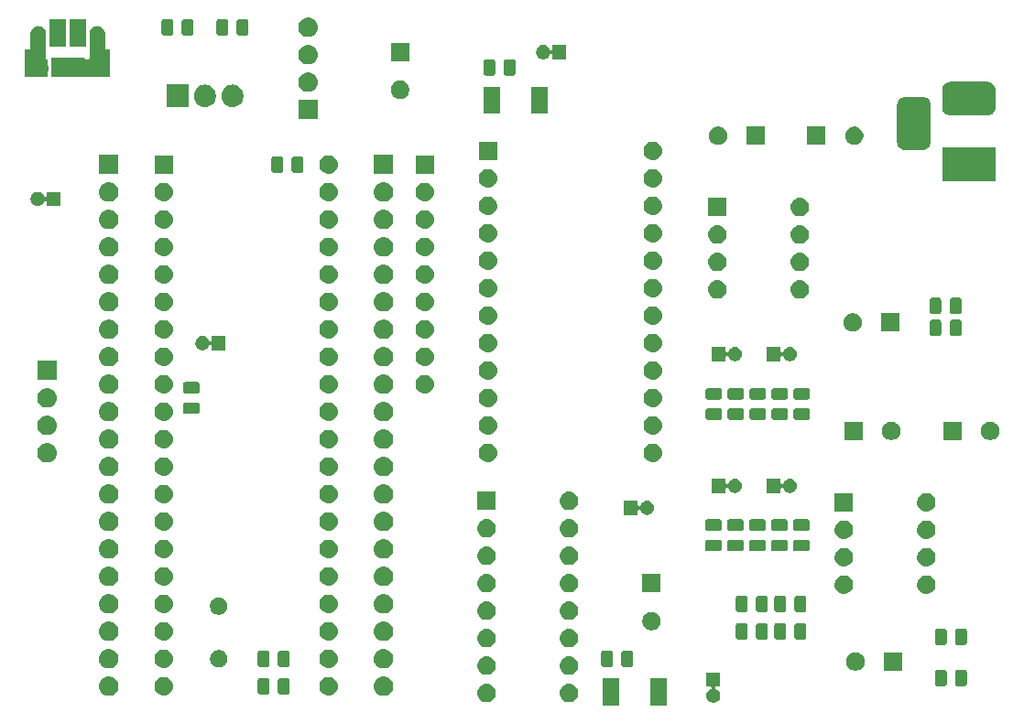
<source format=gbr>
G04 #@! TF.GenerationSoftware,KiCad,Pcbnew,(5.0.1)-4*
G04 #@! TF.CreationDate,2018-12-08T05:24:29+08:00*
G04 #@! TF.ProjectId,VGMPlayer,56474D506C617965722E6B696361645F,rev?*
G04 #@! TF.SameCoordinates,Original*
G04 #@! TF.FileFunction,Soldermask,Top*
G04 #@! TF.FilePolarity,Negative*
%FSLAX46Y46*%
G04 Gerber Fmt 4.6, Leading zero omitted, Abs format (unit mm)*
G04 Created by KiCad (PCBNEW (5.0.1)-4) date 8/12/2018 5:24:29*
%MOMM*%
%LPD*%
G01*
G04 APERTURE LIST*
%ADD10C,0.100000*%
G04 APERTURE END LIST*
D10*
G36*
X112577000Y-124949000D02*
X111025000Y-124949000D01*
X111025000Y-122447000D01*
X112577000Y-122447000D01*
X112577000Y-124949000D01*
X112577000Y-124949000D01*
G37*
G36*
X108177000Y-124949000D02*
X106625000Y-124949000D01*
X106625000Y-122447000D01*
X108177000Y-122447000D01*
X108177000Y-124949000D01*
X108177000Y-124949000D01*
G37*
G36*
X117491000Y-123206000D02*
X117119896Y-123206000D01*
X117095510Y-123208402D01*
X117072061Y-123215515D01*
X117050450Y-123227066D01*
X117031508Y-123242612D01*
X117015962Y-123261554D01*
X117004411Y-123283165D01*
X116997298Y-123306614D01*
X116994896Y-123331000D01*
X116997298Y-123355386D01*
X117004411Y-123378835D01*
X117015962Y-123400446D01*
X117031508Y-123419388D01*
X117050450Y-123434934D01*
X117072061Y-123446485D01*
X117148361Y-123478089D01*
X117148364Y-123478091D01*
X117235730Y-123536467D01*
X117254992Y-123549338D01*
X117345662Y-123640008D01*
X117345664Y-123640011D01*
X117345665Y-123640012D01*
X117381063Y-123692989D01*
X117416911Y-123746639D01*
X117465983Y-123865110D01*
X117491000Y-123990881D01*
X117491000Y-124119119D01*
X117465983Y-124244890D01*
X117416911Y-124363361D01*
X117345662Y-124469992D01*
X117254992Y-124560662D01*
X117148361Y-124631911D01*
X117029890Y-124680983D01*
X116904119Y-124706000D01*
X116775881Y-124706000D01*
X116650110Y-124680983D01*
X116531639Y-124631911D01*
X116425008Y-124560662D01*
X116334338Y-124469992D01*
X116263089Y-124363361D01*
X116214017Y-124244890D01*
X116189000Y-124119119D01*
X116189000Y-123990881D01*
X116214017Y-123865110D01*
X116263089Y-123746639D01*
X116298937Y-123692989D01*
X116334335Y-123640012D01*
X116334336Y-123640011D01*
X116334338Y-123640008D01*
X116425008Y-123549338D01*
X116444271Y-123536467D01*
X116531636Y-123478091D01*
X116531639Y-123478089D01*
X116607939Y-123446485D01*
X116629550Y-123434934D01*
X116648492Y-123419389D01*
X116664037Y-123400447D01*
X116675589Y-123378836D01*
X116682702Y-123355387D01*
X116685104Y-123331001D01*
X116682702Y-123306614D01*
X116675589Y-123283165D01*
X116664038Y-123261554D01*
X116648493Y-123242612D01*
X116629551Y-123227067D01*
X116607940Y-123215515D01*
X116584491Y-123208402D01*
X116560104Y-123206000D01*
X116189000Y-123206000D01*
X116189000Y-121904000D01*
X117491000Y-121904000D01*
X117491000Y-123206000D01*
X117491000Y-123206000D01*
G37*
G36*
X96051821Y-122986313D02*
X96051824Y-122986314D01*
X96051825Y-122986314D01*
X96212239Y-123034975D01*
X96212241Y-123034976D01*
X96212244Y-123034977D01*
X96360078Y-123113995D01*
X96489659Y-123220341D01*
X96596005Y-123349922D01*
X96675023Y-123497756D01*
X96675024Y-123497759D01*
X96675025Y-123497761D01*
X96718175Y-123640008D01*
X96723687Y-123658179D01*
X96740117Y-123825000D01*
X96723687Y-123991821D01*
X96723686Y-123991824D01*
X96723686Y-123991825D01*
X96685072Y-124119119D01*
X96675023Y-124152244D01*
X96596005Y-124300078D01*
X96489659Y-124429659D01*
X96360078Y-124536005D01*
X96212244Y-124615023D01*
X96212241Y-124615024D01*
X96212239Y-124615025D01*
X96051825Y-124663686D01*
X96051824Y-124663686D01*
X96051821Y-124663687D01*
X95926804Y-124676000D01*
X95843196Y-124676000D01*
X95718179Y-124663687D01*
X95718176Y-124663686D01*
X95718175Y-124663686D01*
X95557761Y-124615025D01*
X95557759Y-124615024D01*
X95557756Y-124615023D01*
X95409922Y-124536005D01*
X95280341Y-124429659D01*
X95173995Y-124300078D01*
X95094977Y-124152244D01*
X95084929Y-124119119D01*
X95046314Y-123991825D01*
X95046314Y-123991824D01*
X95046313Y-123991821D01*
X95029883Y-123825000D01*
X95046313Y-123658179D01*
X95051825Y-123640008D01*
X95094975Y-123497761D01*
X95094976Y-123497759D01*
X95094977Y-123497756D01*
X95173995Y-123349922D01*
X95280341Y-123220341D01*
X95409922Y-123113995D01*
X95557756Y-123034977D01*
X95557759Y-123034976D01*
X95557761Y-123034975D01*
X95718175Y-122986314D01*
X95718176Y-122986314D01*
X95718179Y-122986313D01*
X95843196Y-122974000D01*
X95926804Y-122974000D01*
X96051821Y-122986313D01*
X96051821Y-122986313D01*
G37*
G36*
X103671821Y-122986313D02*
X103671824Y-122986314D01*
X103671825Y-122986314D01*
X103832239Y-123034975D01*
X103832241Y-123034976D01*
X103832244Y-123034977D01*
X103980078Y-123113995D01*
X104109659Y-123220341D01*
X104216005Y-123349922D01*
X104295023Y-123497756D01*
X104295024Y-123497759D01*
X104295025Y-123497761D01*
X104338175Y-123640008D01*
X104343687Y-123658179D01*
X104360117Y-123825000D01*
X104343687Y-123991821D01*
X104343686Y-123991824D01*
X104343686Y-123991825D01*
X104305072Y-124119119D01*
X104295023Y-124152244D01*
X104216005Y-124300078D01*
X104109659Y-124429659D01*
X103980078Y-124536005D01*
X103832244Y-124615023D01*
X103832241Y-124615024D01*
X103832239Y-124615025D01*
X103671825Y-124663686D01*
X103671824Y-124663686D01*
X103671821Y-124663687D01*
X103546804Y-124676000D01*
X103463196Y-124676000D01*
X103338179Y-124663687D01*
X103338176Y-124663686D01*
X103338175Y-124663686D01*
X103177761Y-124615025D01*
X103177759Y-124615024D01*
X103177756Y-124615023D01*
X103029922Y-124536005D01*
X102900341Y-124429659D01*
X102793995Y-124300078D01*
X102714977Y-124152244D01*
X102704929Y-124119119D01*
X102666314Y-123991825D01*
X102666314Y-123991824D01*
X102666313Y-123991821D01*
X102649883Y-123825000D01*
X102666313Y-123658179D01*
X102671825Y-123640008D01*
X102714975Y-123497761D01*
X102714976Y-123497759D01*
X102714977Y-123497756D01*
X102793995Y-123349922D01*
X102900341Y-123220341D01*
X103029922Y-123113995D01*
X103177756Y-123034977D01*
X103177759Y-123034976D01*
X103177761Y-123034975D01*
X103338175Y-122986314D01*
X103338176Y-122986314D01*
X103338179Y-122986313D01*
X103463196Y-122974000D01*
X103546804Y-122974000D01*
X103671821Y-122986313D01*
X103671821Y-122986313D01*
G37*
G36*
X61070443Y-122295519D02*
X61136627Y-122302037D01*
X61249853Y-122336384D01*
X61306467Y-122353557D01*
X61393311Y-122399977D01*
X61462991Y-122437222D01*
X61498729Y-122466552D01*
X61600186Y-122549814D01*
X61683448Y-122651271D01*
X61712778Y-122687009D01*
X61712779Y-122687011D01*
X61796443Y-122843533D01*
X61813616Y-122900147D01*
X61847963Y-123013373D01*
X61865359Y-123190000D01*
X61847963Y-123366627D01*
X61836626Y-123404000D01*
X61796443Y-123536467D01*
X61789563Y-123549338D01*
X61712778Y-123692991D01*
X61687101Y-123724278D01*
X61600186Y-123830186D01*
X61508229Y-123905652D01*
X61462991Y-123942778D01*
X61462989Y-123942779D01*
X61306467Y-124026443D01*
X61299069Y-124028687D01*
X61136627Y-124077963D01*
X61070442Y-124084482D01*
X61004260Y-124091000D01*
X60915740Y-124091000D01*
X60849558Y-124084482D01*
X60783373Y-124077963D01*
X60620931Y-124028687D01*
X60613533Y-124026443D01*
X60457011Y-123942779D01*
X60457009Y-123942778D01*
X60411771Y-123905652D01*
X60319814Y-123830186D01*
X60232899Y-123724278D01*
X60207222Y-123692991D01*
X60130437Y-123549338D01*
X60123557Y-123536467D01*
X60083374Y-123404000D01*
X60072037Y-123366627D01*
X60054641Y-123190000D01*
X60072037Y-123013373D01*
X60106384Y-122900147D01*
X60123557Y-122843533D01*
X60207221Y-122687011D01*
X60207222Y-122687009D01*
X60236552Y-122651271D01*
X60319814Y-122549814D01*
X60421271Y-122466552D01*
X60457009Y-122437222D01*
X60526689Y-122399977D01*
X60613533Y-122353557D01*
X60670147Y-122336384D01*
X60783373Y-122302037D01*
X60849557Y-122295519D01*
X60915740Y-122289000D01*
X61004260Y-122289000D01*
X61070443Y-122295519D01*
X61070443Y-122295519D01*
G37*
G36*
X86470443Y-122295519D02*
X86536627Y-122302037D01*
X86649853Y-122336384D01*
X86706467Y-122353557D01*
X86793311Y-122399977D01*
X86862991Y-122437222D01*
X86898729Y-122466552D01*
X87000186Y-122549814D01*
X87083448Y-122651271D01*
X87112778Y-122687009D01*
X87112779Y-122687011D01*
X87196443Y-122843533D01*
X87213616Y-122900147D01*
X87247963Y-123013373D01*
X87265359Y-123190000D01*
X87247963Y-123366627D01*
X87236626Y-123404000D01*
X87196443Y-123536467D01*
X87189563Y-123549338D01*
X87112778Y-123692991D01*
X87087101Y-123724278D01*
X87000186Y-123830186D01*
X86908229Y-123905652D01*
X86862991Y-123942778D01*
X86862989Y-123942779D01*
X86706467Y-124026443D01*
X86699069Y-124028687D01*
X86536627Y-124077963D01*
X86470442Y-124084482D01*
X86404260Y-124091000D01*
X86315740Y-124091000D01*
X86249558Y-124084482D01*
X86183373Y-124077963D01*
X86020931Y-124028687D01*
X86013533Y-124026443D01*
X85857011Y-123942779D01*
X85857009Y-123942778D01*
X85811771Y-123905652D01*
X85719814Y-123830186D01*
X85632899Y-123724278D01*
X85607222Y-123692991D01*
X85530437Y-123549338D01*
X85523557Y-123536467D01*
X85483374Y-123404000D01*
X85472037Y-123366627D01*
X85454641Y-123190000D01*
X85472037Y-123013373D01*
X85506384Y-122900147D01*
X85523557Y-122843533D01*
X85607221Y-122687011D01*
X85607222Y-122687009D01*
X85636552Y-122651271D01*
X85719814Y-122549814D01*
X85821271Y-122466552D01*
X85857009Y-122437222D01*
X85926689Y-122399977D01*
X86013533Y-122353557D01*
X86070147Y-122336384D01*
X86183373Y-122302037D01*
X86249557Y-122295519D01*
X86315740Y-122289000D01*
X86404260Y-122289000D01*
X86470443Y-122295519D01*
X86470443Y-122295519D01*
G37*
G36*
X81446821Y-122351313D02*
X81446824Y-122351314D01*
X81446825Y-122351314D01*
X81607239Y-122399975D01*
X81607241Y-122399976D01*
X81607244Y-122399977D01*
X81755078Y-122478995D01*
X81884659Y-122585341D01*
X81991005Y-122714922D01*
X82070023Y-122862756D01*
X82070024Y-122862759D01*
X82070025Y-122862761D01*
X82115713Y-123013375D01*
X82118687Y-123023179D01*
X82135117Y-123190000D01*
X82118687Y-123356821D01*
X82118686Y-123356824D01*
X82118686Y-123356825D01*
X82075934Y-123497761D01*
X82070023Y-123517244D01*
X81991005Y-123665078D01*
X81884659Y-123794659D01*
X81755078Y-123901005D01*
X81607244Y-123980023D01*
X81607241Y-123980024D01*
X81607239Y-123980025D01*
X81446825Y-124028686D01*
X81446824Y-124028686D01*
X81446821Y-124028687D01*
X81321804Y-124041000D01*
X81238196Y-124041000D01*
X81113179Y-124028687D01*
X81113176Y-124028686D01*
X81113175Y-124028686D01*
X80952761Y-123980025D01*
X80952759Y-123980024D01*
X80952756Y-123980023D01*
X80804922Y-123901005D01*
X80675341Y-123794659D01*
X80568995Y-123665078D01*
X80489977Y-123517244D01*
X80484067Y-123497761D01*
X80441314Y-123356825D01*
X80441314Y-123356824D01*
X80441313Y-123356821D01*
X80424883Y-123190000D01*
X80441313Y-123023179D01*
X80444287Y-123013375D01*
X80489975Y-122862761D01*
X80489976Y-122862759D01*
X80489977Y-122862756D01*
X80568995Y-122714922D01*
X80675341Y-122585341D01*
X80804922Y-122478995D01*
X80952756Y-122399977D01*
X80952759Y-122399976D01*
X80952761Y-122399975D01*
X81113175Y-122351314D01*
X81113176Y-122351314D01*
X81113179Y-122351313D01*
X81238196Y-122339000D01*
X81321804Y-122339000D01*
X81446821Y-122351313D01*
X81446821Y-122351313D01*
G37*
G36*
X66206821Y-122351313D02*
X66206824Y-122351314D01*
X66206825Y-122351314D01*
X66367239Y-122399975D01*
X66367241Y-122399976D01*
X66367244Y-122399977D01*
X66515078Y-122478995D01*
X66644659Y-122585341D01*
X66751005Y-122714922D01*
X66830023Y-122862756D01*
X66830024Y-122862759D01*
X66830025Y-122862761D01*
X66875713Y-123013375D01*
X66878687Y-123023179D01*
X66895117Y-123190000D01*
X66878687Y-123356821D01*
X66878686Y-123356824D01*
X66878686Y-123356825D01*
X66835934Y-123497761D01*
X66830023Y-123517244D01*
X66751005Y-123665078D01*
X66644659Y-123794659D01*
X66515078Y-123901005D01*
X66367244Y-123980023D01*
X66367241Y-123980024D01*
X66367239Y-123980025D01*
X66206825Y-124028686D01*
X66206824Y-124028686D01*
X66206821Y-124028687D01*
X66081804Y-124041000D01*
X65998196Y-124041000D01*
X65873179Y-124028687D01*
X65873176Y-124028686D01*
X65873175Y-124028686D01*
X65712761Y-123980025D01*
X65712759Y-123980024D01*
X65712756Y-123980023D01*
X65564922Y-123901005D01*
X65435341Y-123794659D01*
X65328995Y-123665078D01*
X65249977Y-123517244D01*
X65244067Y-123497761D01*
X65201314Y-123356825D01*
X65201314Y-123356824D01*
X65201313Y-123356821D01*
X65184883Y-123190000D01*
X65201313Y-123023179D01*
X65204287Y-123013375D01*
X65249975Y-122862761D01*
X65249976Y-122862759D01*
X65249977Y-122862756D01*
X65328995Y-122714922D01*
X65435341Y-122585341D01*
X65564922Y-122478995D01*
X65712756Y-122399977D01*
X65712759Y-122399976D01*
X65712761Y-122399975D01*
X65873175Y-122351314D01*
X65873176Y-122351314D01*
X65873179Y-122351313D01*
X65998196Y-122339000D01*
X66081804Y-122339000D01*
X66206821Y-122351313D01*
X66206821Y-122351313D01*
G37*
G36*
X77509466Y-122443565D02*
X77548137Y-122455296D01*
X77583779Y-122474348D01*
X77615017Y-122499983D01*
X77640652Y-122531221D01*
X77659704Y-122566863D01*
X77671435Y-122605534D01*
X77676000Y-122651888D01*
X77676000Y-123728112D01*
X77671435Y-123774466D01*
X77659704Y-123813137D01*
X77640652Y-123848779D01*
X77615017Y-123880017D01*
X77583779Y-123905652D01*
X77548137Y-123924704D01*
X77509466Y-123936435D01*
X77463112Y-123941000D01*
X76811888Y-123941000D01*
X76765534Y-123936435D01*
X76726863Y-123924704D01*
X76691221Y-123905652D01*
X76659983Y-123880017D01*
X76634348Y-123848779D01*
X76615296Y-123813137D01*
X76603565Y-123774466D01*
X76599000Y-123728112D01*
X76599000Y-122651888D01*
X76603565Y-122605534D01*
X76615296Y-122566863D01*
X76634348Y-122531221D01*
X76659983Y-122499983D01*
X76691221Y-122474348D01*
X76726863Y-122455296D01*
X76765534Y-122443565D01*
X76811888Y-122439000D01*
X77463112Y-122439000D01*
X77509466Y-122443565D01*
X77509466Y-122443565D01*
G37*
G36*
X75634466Y-122443565D02*
X75673137Y-122455296D01*
X75708779Y-122474348D01*
X75740017Y-122499983D01*
X75765652Y-122531221D01*
X75784704Y-122566863D01*
X75796435Y-122605534D01*
X75801000Y-122651888D01*
X75801000Y-123728112D01*
X75796435Y-123774466D01*
X75784704Y-123813137D01*
X75765652Y-123848779D01*
X75740017Y-123880017D01*
X75708779Y-123905652D01*
X75673137Y-123924704D01*
X75634466Y-123936435D01*
X75588112Y-123941000D01*
X74936888Y-123941000D01*
X74890534Y-123936435D01*
X74851863Y-123924704D01*
X74816221Y-123905652D01*
X74784983Y-123880017D01*
X74759348Y-123848779D01*
X74740296Y-123813137D01*
X74728565Y-123774466D01*
X74724000Y-123728112D01*
X74724000Y-122651888D01*
X74728565Y-122605534D01*
X74740296Y-122566863D01*
X74759348Y-122531221D01*
X74784983Y-122499983D01*
X74816221Y-122474348D01*
X74851863Y-122455296D01*
X74890534Y-122443565D01*
X74936888Y-122439000D01*
X75588112Y-122439000D01*
X75634466Y-122443565D01*
X75634466Y-122443565D01*
G37*
G36*
X138245466Y-121681565D02*
X138284137Y-121693296D01*
X138319779Y-121712348D01*
X138351017Y-121737983D01*
X138376652Y-121769221D01*
X138395704Y-121804863D01*
X138407435Y-121843534D01*
X138412000Y-121889888D01*
X138412000Y-122966112D01*
X138407435Y-123012466D01*
X138395704Y-123051137D01*
X138376652Y-123086779D01*
X138351017Y-123118017D01*
X138319779Y-123143652D01*
X138284137Y-123162704D01*
X138245466Y-123174435D01*
X138199112Y-123179000D01*
X137547888Y-123179000D01*
X137501534Y-123174435D01*
X137462863Y-123162704D01*
X137427221Y-123143652D01*
X137395983Y-123118017D01*
X137370348Y-123086779D01*
X137351296Y-123051137D01*
X137339565Y-123012466D01*
X137335000Y-122966112D01*
X137335000Y-121889888D01*
X137339565Y-121843534D01*
X137351296Y-121804863D01*
X137370348Y-121769221D01*
X137395983Y-121737983D01*
X137427221Y-121712348D01*
X137462863Y-121693296D01*
X137501534Y-121681565D01*
X137547888Y-121677000D01*
X138199112Y-121677000D01*
X138245466Y-121681565D01*
X138245466Y-121681565D01*
G37*
G36*
X140120466Y-121681565D02*
X140159137Y-121693296D01*
X140194779Y-121712348D01*
X140226017Y-121737983D01*
X140251652Y-121769221D01*
X140270704Y-121804863D01*
X140282435Y-121843534D01*
X140287000Y-121889888D01*
X140287000Y-122966112D01*
X140282435Y-123012466D01*
X140270704Y-123051137D01*
X140251652Y-123086779D01*
X140226017Y-123118017D01*
X140194779Y-123143652D01*
X140159137Y-123162704D01*
X140120466Y-123174435D01*
X140074112Y-123179000D01*
X139422888Y-123179000D01*
X139376534Y-123174435D01*
X139337863Y-123162704D01*
X139302221Y-123143652D01*
X139270983Y-123118017D01*
X139245348Y-123086779D01*
X139226296Y-123051137D01*
X139214565Y-123012466D01*
X139210000Y-122966112D01*
X139210000Y-121889888D01*
X139214565Y-121843534D01*
X139226296Y-121804863D01*
X139245348Y-121769221D01*
X139270983Y-121737983D01*
X139302221Y-121712348D01*
X139337863Y-121693296D01*
X139376534Y-121681565D01*
X139422888Y-121677000D01*
X140074112Y-121677000D01*
X140120466Y-121681565D01*
X140120466Y-121681565D01*
G37*
G36*
X96051821Y-120446313D02*
X96051824Y-120446314D01*
X96051825Y-120446314D01*
X96212239Y-120494975D01*
X96212241Y-120494976D01*
X96212244Y-120494977D01*
X96360078Y-120573995D01*
X96489659Y-120680341D01*
X96596005Y-120809922D01*
X96675023Y-120957756D01*
X96675024Y-120957759D01*
X96675025Y-120957761D01*
X96680935Y-120977244D01*
X96723687Y-121118179D01*
X96740117Y-121285000D01*
X96723687Y-121451821D01*
X96723686Y-121451824D01*
X96723686Y-121451825D01*
X96689351Y-121565014D01*
X96675023Y-121612244D01*
X96596005Y-121760078D01*
X96489659Y-121889659D01*
X96360078Y-121996005D01*
X96212244Y-122075023D01*
X96212241Y-122075024D01*
X96212239Y-122075025D01*
X96051825Y-122123686D01*
X96051824Y-122123686D01*
X96051821Y-122123687D01*
X95926804Y-122136000D01*
X95843196Y-122136000D01*
X95718179Y-122123687D01*
X95718176Y-122123686D01*
X95718175Y-122123686D01*
X95557761Y-122075025D01*
X95557759Y-122075024D01*
X95557756Y-122075023D01*
X95409922Y-121996005D01*
X95280341Y-121889659D01*
X95173995Y-121760078D01*
X95094977Y-121612244D01*
X95080650Y-121565014D01*
X95046314Y-121451825D01*
X95046314Y-121451824D01*
X95046313Y-121451821D01*
X95029883Y-121285000D01*
X95046313Y-121118179D01*
X95089065Y-120977244D01*
X95094975Y-120957761D01*
X95094976Y-120957759D01*
X95094977Y-120957756D01*
X95173995Y-120809922D01*
X95280341Y-120680341D01*
X95409922Y-120573995D01*
X95557756Y-120494977D01*
X95557759Y-120494976D01*
X95557761Y-120494975D01*
X95718175Y-120446314D01*
X95718176Y-120446314D01*
X95718179Y-120446313D01*
X95843196Y-120434000D01*
X95926804Y-120434000D01*
X96051821Y-120446313D01*
X96051821Y-120446313D01*
G37*
G36*
X103671821Y-120446313D02*
X103671824Y-120446314D01*
X103671825Y-120446314D01*
X103832239Y-120494975D01*
X103832241Y-120494976D01*
X103832244Y-120494977D01*
X103980078Y-120573995D01*
X104109659Y-120680341D01*
X104216005Y-120809922D01*
X104295023Y-120957756D01*
X104295024Y-120957759D01*
X104295025Y-120957761D01*
X104300935Y-120977244D01*
X104343687Y-121118179D01*
X104360117Y-121285000D01*
X104343687Y-121451821D01*
X104343686Y-121451824D01*
X104343686Y-121451825D01*
X104309351Y-121565014D01*
X104295023Y-121612244D01*
X104216005Y-121760078D01*
X104109659Y-121889659D01*
X103980078Y-121996005D01*
X103832244Y-122075023D01*
X103832241Y-122075024D01*
X103832239Y-122075025D01*
X103671825Y-122123686D01*
X103671824Y-122123686D01*
X103671821Y-122123687D01*
X103546804Y-122136000D01*
X103463196Y-122136000D01*
X103338179Y-122123687D01*
X103338176Y-122123686D01*
X103338175Y-122123686D01*
X103177761Y-122075025D01*
X103177759Y-122075024D01*
X103177756Y-122075023D01*
X103029922Y-121996005D01*
X102900341Y-121889659D01*
X102793995Y-121760078D01*
X102714977Y-121612244D01*
X102700650Y-121565014D01*
X102666314Y-121451825D01*
X102666314Y-121451824D01*
X102666313Y-121451821D01*
X102649883Y-121285000D01*
X102666313Y-121118179D01*
X102709065Y-120977244D01*
X102714975Y-120957761D01*
X102714976Y-120957759D01*
X102714977Y-120957756D01*
X102793995Y-120809922D01*
X102900341Y-120680341D01*
X103029922Y-120573995D01*
X103177756Y-120494977D01*
X103177759Y-120494976D01*
X103177761Y-120494975D01*
X103338175Y-120446314D01*
X103338176Y-120446314D01*
X103338179Y-120446313D01*
X103463196Y-120434000D01*
X103546804Y-120434000D01*
X103671821Y-120446313D01*
X103671821Y-120446313D01*
G37*
G36*
X134328000Y-121755000D02*
X132626000Y-121755000D01*
X132626000Y-120053000D01*
X134328000Y-120053000D01*
X134328000Y-121755000D01*
X134328000Y-121755000D01*
G37*
G36*
X130225228Y-120085703D02*
X130380100Y-120149853D01*
X130519481Y-120242985D01*
X130638015Y-120361519D01*
X130731147Y-120500900D01*
X130795297Y-120655772D01*
X130828000Y-120820184D01*
X130828000Y-120987816D01*
X130795297Y-121152228D01*
X130731147Y-121307100D01*
X130638015Y-121446481D01*
X130519481Y-121565015D01*
X130380100Y-121658147D01*
X130225228Y-121722297D01*
X130060816Y-121755000D01*
X129893184Y-121755000D01*
X129728772Y-121722297D01*
X129573900Y-121658147D01*
X129434519Y-121565015D01*
X129315985Y-121446481D01*
X129222853Y-121307100D01*
X129158703Y-121152228D01*
X129126000Y-120987816D01*
X129126000Y-120820184D01*
X129158703Y-120655772D01*
X129222853Y-120500900D01*
X129315985Y-120361519D01*
X129434519Y-120242985D01*
X129573900Y-120149853D01*
X129728772Y-120085703D01*
X129893184Y-120053000D01*
X130060816Y-120053000D01*
X130225228Y-120085703D01*
X130225228Y-120085703D01*
G37*
G36*
X86470442Y-119755518D02*
X86536627Y-119762037D01*
X86649853Y-119796384D01*
X86706467Y-119813557D01*
X86830363Y-119879782D01*
X86862991Y-119897222D01*
X86898729Y-119926552D01*
X87000186Y-120009814D01*
X87062466Y-120085704D01*
X87112778Y-120147009D01*
X87112779Y-120147011D01*
X87196443Y-120303533D01*
X87213616Y-120360147D01*
X87247963Y-120473373D01*
X87265359Y-120650000D01*
X87247963Y-120826627D01*
X87230667Y-120883643D01*
X87196443Y-120996467D01*
X87178831Y-121029416D01*
X87112778Y-121152991D01*
X87106524Y-121160611D01*
X87000186Y-121290186D01*
X86908229Y-121365652D01*
X86862991Y-121402778D01*
X86862989Y-121402779D01*
X86706467Y-121486443D01*
X86699069Y-121488687D01*
X86536627Y-121537963D01*
X86470443Y-121544481D01*
X86404260Y-121551000D01*
X86315740Y-121551000D01*
X86249557Y-121544481D01*
X86183373Y-121537963D01*
X86020931Y-121488687D01*
X86013533Y-121486443D01*
X85857011Y-121402779D01*
X85857009Y-121402778D01*
X85811771Y-121365652D01*
X85719814Y-121290186D01*
X85613476Y-121160611D01*
X85607222Y-121152991D01*
X85541169Y-121029416D01*
X85523557Y-120996467D01*
X85489333Y-120883643D01*
X85472037Y-120826627D01*
X85454641Y-120650000D01*
X85472037Y-120473373D01*
X85506384Y-120360147D01*
X85523557Y-120303533D01*
X85607221Y-120147011D01*
X85607222Y-120147009D01*
X85657534Y-120085704D01*
X85719814Y-120009814D01*
X85821271Y-119926552D01*
X85857009Y-119897222D01*
X85889637Y-119879782D01*
X86013533Y-119813557D01*
X86070147Y-119796384D01*
X86183373Y-119762037D01*
X86249558Y-119755518D01*
X86315740Y-119749000D01*
X86404260Y-119749000D01*
X86470442Y-119755518D01*
X86470442Y-119755518D01*
G37*
G36*
X61070442Y-119755518D02*
X61136627Y-119762037D01*
X61249853Y-119796384D01*
X61306467Y-119813557D01*
X61430363Y-119879782D01*
X61462991Y-119897222D01*
X61498729Y-119926552D01*
X61600186Y-120009814D01*
X61662466Y-120085704D01*
X61712778Y-120147009D01*
X61712779Y-120147011D01*
X61796443Y-120303533D01*
X61813616Y-120360147D01*
X61847963Y-120473373D01*
X61865359Y-120650000D01*
X61847963Y-120826627D01*
X61830667Y-120883643D01*
X61796443Y-120996467D01*
X61778831Y-121029416D01*
X61712778Y-121152991D01*
X61706524Y-121160611D01*
X61600186Y-121290186D01*
X61508229Y-121365652D01*
X61462991Y-121402778D01*
X61462989Y-121402779D01*
X61306467Y-121486443D01*
X61299069Y-121488687D01*
X61136627Y-121537963D01*
X61070443Y-121544481D01*
X61004260Y-121551000D01*
X60915740Y-121551000D01*
X60849557Y-121544481D01*
X60783373Y-121537963D01*
X60620931Y-121488687D01*
X60613533Y-121486443D01*
X60457011Y-121402779D01*
X60457009Y-121402778D01*
X60411771Y-121365652D01*
X60319814Y-121290186D01*
X60213476Y-121160611D01*
X60207222Y-121152991D01*
X60141169Y-121029416D01*
X60123557Y-120996467D01*
X60089333Y-120883643D01*
X60072037Y-120826627D01*
X60054641Y-120650000D01*
X60072037Y-120473373D01*
X60106384Y-120360147D01*
X60123557Y-120303533D01*
X60207221Y-120147011D01*
X60207222Y-120147009D01*
X60257534Y-120085704D01*
X60319814Y-120009814D01*
X60421271Y-119926552D01*
X60457009Y-119897222D01*
X60489637Y-119879782D01*
X60613533Y-119813557D01*
X60670147Y-119796384D01*
X60783373Y-119762037D01*
X60849558Y-119755518D01*
X60915740Y-119749000D01*
X61004260Y-119749000D01*
X61070442Y-119755518D01*
X61070442Y-119755518D01*
G37*
G36*
X66206821Y-119811313D02*
X66206824Y-119811314D01*
X66206825Y-119811314D01*
X66367239Y-119859975D01*
X66367241Y-119859976D01*
X66367244Y-119859977D01*
X66515078Y-119938995D01*
X66644659Y-120045341D01*
X66751005Y-120174922D01*
X66830023Y-120322756D01*
X66830024Y-120322759D01*
X66830025Y-120322761D01*
X66875713Y-120473375D01*
X66878687Y-120483179D01*
X66895117Y-120650000D01*
X66878687Y-120816821D01*
X66878686Y-120816824D01*
X66878686Y-120816825D01*
X66835934Y-120957761D01*
X66830023Y-120977244D01*
X66751005Y-121125078D01*
X66644659Y-121254659D01*
X66515078Y-121361005D01*
X66367244Y-121440023D01*
X66367241Y-121440024D01*
X66367239Y-121440025D01*
X66206825Y-121488686D01*
X66206824Y-121488686D01*
X66206821Y-121488687D01*
X66081804Y-121501000D01*
X65998196Y-121501000D01*
X65873179Y-121488687D01*
X65873176Y-121488686D01*
X65873175Y-121488686D01*
X65712761Y-121440025D01*
X65712759Y-121440024D01*
X65712756Y-121440023D01*
X65564922Y-121361005D01*
X65435341Y-121254659D01*
X65328995Y-121125078D01*
X65249977Y-120977244D01*
X65244067Y-120957761D01*
X65201314Y-120816825D01*
X65201314Y-120816824D01*
X65201313Y-120816821D01*
X65184883Y-120650000D01*
X65201313Y-120483179D01*
X65204287Y-120473375D01*
X65249975Y-120322761D01*
X65249976Y-120322759D01*
X65249977Y-120322756D01*
X65328995Y-120174922D01*
X65435341Y-120045341D01*
X65564922Y-119938995D01*
X65712756Y-119859977D01*
X65712759Y-119859976D01*
X65712761Y-119859975D01*
X65873175Y-119811314D01*
X65873176Y-119811314D01*
X65873179Y-119811313D01*
X65998196Y-119799000D01*
X66081804Y-119799000D01*
X66206821Y-119811313D01*
X66206821Y-119811313D01*
G37*
G36*
X81446821Y-119811313D02*
X81446824Y-119811314D01*
X81446825Y-119811314D01*
X81607239Y-119859975D01*
X81607241Y-119859976D01*
X81607244Y-119859977D01*
X81755078Y-119938995D01*
X81884659Y-120045341D01*
X81991005Y-120174922D01*
X82070023Y-120322756D01*
X82070024Y-120322759D01*
X82070025Y-120322761D01*
X82115713Y-120473375D01*
X82118687Y-120483179D01*
X82135117Y-120650000D01*
X82118687Y-120816821D01*
X82118686Y-120816824D01*
X82118686Y-120816825D01*
X82075934Y-120957761D01*
X82070023Y-120977244D01*
X81991005Y-121125078D01*
X81884659Y-121254659D01*
X81755078Y-121361005D01*
X81607244Y-121440023D01*
X81607241Y-121440024D01*
X81607239Y-121440025D01*
X81446825Y-121488686D01*
X81446824Y-121488686D01*
X81446821Y-121488687D01*
X81321804Y-121501000D01*
X81238196Y-121501000D01*
X81113179Y-121488687D01*
X81113176Y-121488686D01*
X81113175Y-121488686D01*
X80952761Y-121440025D01*
X80952759Y-121440024D01*
X80952756Y-121440023D01*
X80804922Y-121361005D01*
X80675341Y-121254659D01*
X80568995Y-121125078D01*
X80489977Y-120977244D01*
X80484067Y-120957761D01*
X80441314Y-120816825D01*
X80441314Y-120816824D01*
X80441313Y-120816821D01*
X80424883Y-120650000D01*
X80441313Y-120483179D01*
X80444287Y-120473375D01*
X80489975Y-120322761D01*
X80489976Y-120322759D01*
X80489977Y-120322756D01*
X80568995Y-120174922D01*
X80675341Y-120045341D01*
X80804922Y-119938995D01*
X80952756Y-119859977D01*
X80952759Y-119859976D01*
X80952761Y-119859975D01*
X81113175Y-119811314D01*
X81113176Y-119811314D01*
X81113179Y-119811313D01*
X81238196Y-119799000D01*
X81321804Y-119799000D01*
X81446821Y-119811313D01*
X81446821Y-119811313D01*
G37*
G36*
X71353643Y-119879781D02*
X71499415Y-119940162D01*
X71630611Y-120027824D01*
X71742176Y-120139389D01*
X71829838Y-120270585D01*
X71890219Y-120416357D01*
X71921000Y-120571107D01*
X71921000Y-120728893D01*
X71890219Y-120883643D01*
X71829838Y-121029415D01*
X71742176Y-121160611D01*
X71630611Y-121272176D01*
X71499415Y-121359838D01*
X71353643Y-121420219D01*
X71198893Y-121451000D01*
X71041107Y-121451000D01*
X70886357Y-121420219D01*
X70740585Y-121359838D01*
X70609389Y-121272176D01*
X70497824Y-121160611D01*
X70410162Y-121029415D01*
X70349781Y-120883643D01*
X70319000Y-120728893D01*
X70319000Y-120571107D01*
X70349781Y-120416357D01*
X70410162Y-120270585D01*
X70497824Y-120139389D01*
X70609389Y-120027824D01*
X70740585Y-119940162D01*
X70886357Y-119879781D01*
X71041107Y-119849000D01*
X71198893Y-119849000D01*
X71353643Y-119879781D01*
X71353643Y-119879781D01*
G37*
G36*
X109259466Y-119903565D02*
X109298137Y-119915296D01*
X109333779Y-119934348D01*
X109365017Y-119959983D01*
X109390652Y-119991221D01*
X109409704Y-120026863D01*
X109421435Y-120065534D01*
X109426000Y-120111888D01*
X109426000Y-121188112D01*
X109421435Y-121234466D01*
X109409704Y-121273137D01*
X109390652Y-121308779D01*
X109365017Y-121340017D01*
X109333779Y-121365652D01*
X109298137Y-121384704D01*
X109259466Y-121396435D01*
X109213112Y-121401000D01*
X108561888Y-121401000D01*
X108515534Y-121396435D01*
X108476863Y-121384704D01*
X108441221Y-121365652D01*
X108409983Y-121340017D01*
X108384348Y-121308779D01*
X108365296Y-121273137D01*
X108353565Y-121234466D01*
X108349000Y-121188112D01*
X108349000Y-120111888D01*
X108353565Y-120065534D01*
X108365296Y-120026863D01*
X108384348Y-119991221D01*
X108409983Y-119959983D01*
X108441221Y-119934348D01*
X108476863Y-119915296D01*
X108515534Y-119903565D01*
X108561888Y-119899000D01*
X109213112Y-119899000D01*
X109259466Y-119903565D01*
X109259466Y-119903565D01*
G37*
G36*
X107384466Y-119903565D02*
X107423137Y-119915296D01*
X107458779Y-119934348D01*
X107490017Y-119959983D01*
X107515652Y-119991221D01*
X107534704Y-120026863D01*
X107546435Y-120065534D01*
X107551000Y-120111888D01*
X107551000Y-121188112D01*
X107546435Y-121234466D01*
X107534704Y-121273137D01*
X107515652Y-121308779D01*
X107490017Y-121340017D01*
X107458779Y-121365652D01*
X107423137Y-121384704D01*
X107384466Y-121396435D01*
X107338112Y-121401000D01*
X106686888Y-121401000D01*
X106640534Y-121396435D01*
X106601863Y-121384704D01*
X106566221Y-121365652D01*
X106534983Y-121340017D01*
X106509348Y-121308779D01*
X106490296Y-121273137D01*
X106478565Y-121234466D01*
X106474000Y-121188112D01*
X106474000Y-120111888D01*
X106478565Y-120065534D01*
X106490296Y-120026863D01*
X106509348Y-119991221D01*
X106534983Y-119959983D01*
X106566221Y-119934348D01*
X106601863Y-119915296D01*
X106640534Y-119903565D01*
X106686888Y-119899000D01*
X107338112Y-119899000D01*
X107384466Y-119903565D01*
X107384466Y-119903565D01*
G37*
G36*
X77509466Y-119903565D02*
X77548137Y-119915296D01*
X77583779Y-119934348D01*
X77615017Y-119959983D01*
X77640652Y-119991221D01*
X77659704Y-120026863D01*
X77671435Y-120065534D01*
X77676000Y-120111888D01*
X77676000Y-121188112D01*
X77671435Y-121234466D01*
X77659704Y-121273137D01*
X77640652Y-121308779D01*
X77615017Y-121340017D01*
X77583779Y-121365652D01*
X77548137Y-121384704D01*
X77509466Y-121396435D01*
X77463112Y-121401000D01*
X76811888Y-121401000D01*
X76765534Y-121396435D01*
X76726863Y-121384704D01*
X76691221Y-121365652D01*
X76659983Y-121340017D01*
X76634348Y-121308779D01*
X76615296Y-121273137D01*
X76603565Y-121234466D01*
X76599000Y-121188112D01*
X76599000Y-120111888D01*
X76603565Y-120065534D01*
X76615296Y-120026863D01*
X76634348Y-119991221D01*
X76659983Y-119959983D01*
X76691221Y-119934348D01*
X76726863Y-119915296D01*
X76765534Y-119903565D01*
X76811888Y-119899000D01*
X77463112Y-119899000D01*
X77509466Y-119903565D01*
X77509466Y-119903565D01*
G37*
G36*
X75634466Y-119903565D02*
X75673137Y-119915296D01*
X75708779Y-119934348D01*
X75740017Y-119959983D01*
X75765652Y-119991221D01*
X75784704Y-120026863D01*
X75796435Y-120065534D01*
X75801000Y-120111888D01*
X75801000Y-121188112D01*
X75796435Y-121234466D01*
X75784704Y-121273137D01*
X75765652Y-121308779D01*
X75740017Y-121340017D01*
X75708779Y-121365652D01*
X75673137Y-121384704D01*
X75634466Y-121396435D01*
X75588112Y-121401000D01*
X74936888Y-121401000D01*
X74890534Y-121396435D01*
X74851863Y-121384704D01*
X74816221Y-121365652D01*
X74784983Y-121340017D01*
X74759348Y-121308779D01*
X74740296Y-121273137D01*
X74728565Y-121234466D01*
X74724000Y-121188112D01*
X74724000Y-120111888D01*
X74728565Y-120065534D01*
X74740296Y-120026863D01*
X74759348Y-119991221D01*
X74784983Y-119959983D01*
X74816221Y-119934348D01*
X74851863Y-119915296D01*
X74890534Y-119903565D01*
X74936888Y-119899000D01*
X75588112Y-119899000D01*
X75634466Y-119903565D01*
X75634466Y-119903565D01*
G37*
G36*
X103671821Y-117906313D02*
X103671824Y-117906314D01*
X103671825Y-117906314D01*
X103832239Y-117954975D01*
X103832241Y-117954976D01*
X103832244Y-117954977D01*
X103980078Y-118033995D01*
X104109659Y-118140341D01*
X104216005Y-118269922D01*
X104295023Y-118417756D01*
X104295024Y-118417759D01*
X104295025Y-118417761D01*
X104300935Y-118437244D01*
X104343687Y-118578179D01*
X104360117Y-118745000D01*
X104343687Y-118911821D01*
X104343686Y-118911824D01*
X104343686Y-118911825D01*
X104313602Y-119011000D01*
X104295023Y-119072244D01*
X104216005Y-119220078D01*
X104109659Y-119349659D01*
X103980078Y-119456005D01*
X103832244Y-119535023D01*
X103832241Y-119535024D01*
X103832239Y-119535025D01*
X103671825Y-119583686D01*
X103671824Y-119583686D01*
X103671821Y-119583687D01*
X103546804Y-119596000D01*
X103463196Y-119596000D01*
X103338179Y-119583687D01*
X103338176Y-119583686D01*
X103338175Y-119583686D01*
X103177761Y-119535025D01*
X103177759Y-119535024D01*
X103177756Y-119535023D01*
X103029922Y-119456005D01*
X102900341Y-119349659D01*
X102793995Y-119220078D01*
X102714977Y-119072244D01*
X102696399Y-119011000D01*
X102666314Y-118911825D01*
X102666314Y-118911824D01*
X102666313Y-118911821D01*
X102649883Y-118745000D01*
X102666313Y-118578179D01*
X102709065Y-118437244D01*
X102714975Y-118417761D01*
X102714976Y-118417759D01*
X102714977Y-118417756D01*
X102793995Y-118269922D01*
X102900341Y-118140341D01*
X103029922Y-118033995D01*
X103177756Y-117954977D01*
X103177759Y-117954976D01*
X103177761Y-117954975D01*
X103338175Y-117906314D01*
X103338176Y-117906314D01*
X103338179Y-117906313D01*
X103463196Y-117894000D01*
X103546804Y-117894000D01*
X103671821Y-117906313D01*
X103671821Y-117906313D01*
G37*
G36*
X96051821Y-117906313D02*
X96051824Y-117906314D01*
X96051825Y-117906314D01*
X96212239Y-117954975D01*
X96212241Y-117954976D01*
X96212244Y-117954977D01*
X96360078Y-118033995D01*
X96489659Y-118140341D01*
X96596005Y-118269922D01*
X96675023Y-118417756D01*
X96675024Y-118417759D01*
X96675025Y-118417761D01*
X96680935Y-118437244D01*
X96723687Y-118578179D01*
X96740117Y-118745000D01*
X96723687Y-118911821D01*
X96723686Y-118911824D01*
X96723686Y-118911825D01*
X96693602Y-119011000D01*
X96675023Y-119072244D01*
X96596005Y-119220078D01*
X96489659Y-119349659D01*
X96360078Y-119456005D01*
X96212244Y-119535023D01*
X96212241Y-119535024D01*
X96212239Y-119535025D01*
X96051825Y-119583686D01*
X96051824Y-119583686D01*
X96051821Y-119583687D01*
X95926804Y-119596000D01*
X95843196Y-119596000D01*
X95718179Y-119583687D01*
X95718176Y-119583686D01*
X95718175Y-119583686D01*
X95557761Y-119535025D01*
X95557759Y-119535024D01*
X95557756Y-119535023D01*
X95409922Y-119456005D01*
X95280341Y-119349659D01*
X95173995Y-119220078D01*
X95094977Y-119072244D01*
X95076399Y-119011000D01*
X95046314Y-118911825D01*
X95046314Y-118911824D01*
X95046313Y-118911821D01*
X95029883Y-118745000D01*
X95046313Y-118578179D01*
X95089065Y-118437244D01*
X95094975Y-118417761D01*
X95094976Y-118417759D01*
X95094977Y-118417756D01*
X95173995Y-118269922D01*
X95280341Y-118140341D01*
X95409922Y-118033995D01*
X95557756Y-117954977D01*
X95557759Y-117954976D01*
X95557761Y-117954975D01*
X95718175Y-117906314D01*
X95718176Y-117906314D01*
X95718179Y-117906313D01*
X95843196Y-117894000D01*
X95926804Y-117894000D01*
X96051821Y-117906313D01*
X96051821Y-117906313D01*
G37*
G36*
X140120466Y-117871565D02*
X140159137Y-117883296D01*
X140194779Y-117902348D01*
X140226017Y-117927983D01*
X140251652Y-117959221D01*
X140270704Y-117994863D01*
X140282435Y-118033534D01*
X140287000Y-118079888D01*
X140287000Y-119156112D01*
X140282435Y-119202466D01*
X140270704Y-119241137D01*
X140251652Y-119276779D01*
X140226017Y-119308017D01*
X140194779Y-119333652D01*
X140159137Y-119352704D01*
X140120466Y-119364435D01*
X140074112Y-119369000D01*
X139422888Y-119369000D01*
X139376534Y-119364435D01*
X139337863Y-119352704D01*
X139302221Y-119333652D01*
X139270983Y-119308017D01*
X139245348Y-119276779D01*
X139226296Y-119241137D01*
X139214565Y-119202466D01*
X139210000Y-119156112D01*
X139210000Y-118079888D01*
X139214565Y-118033534D01*
X139226296Y-117994863D01*
X139245348Y-117959221D01*
X139270983Y-117927983D01*
X139302221Y-117902348D01*
X139337863Y-117883296D01*
X139376534Y-117871565D01*
X139422888Y-117867000D01*
X140074112Y-117867000D01*
X140120466Y-117871565D01*
X140120466Y-117871565D01*
G37*
G36*
X138245466Y-117871565D02*
X138284137Y-117883296D01*
X138319779Y-117902348D01*
X138351017Y-117927983D01*
X138376652Y-117959221D01*
X138395704Y-117994863D01*
X138407435Y-118033534D01*
X138412000Y-118079888D01*
X138412000Y-119156112D01*
X138407435Y-119202466D01*
X138395704Y-119241137D01*
X138376652Y-119276779D01*
X138351017Y-119308017D01*
X138319779Y-119333652D01*
X138284137Y-119352704D01*
X138245466Y-119364435D01*
X138199112Y-119369000D01*
X137547888Y-119369000D01*
X137501534Y-119364435D01*
X137462863Y-119352704D01*
X137427221Y-119333652D01*
X137395983Y-119308017D01*
X137370348Y-119276779D01*
X137351296Y-119241137D01*
X137339565Y-119202466D01*
X137335000Y-119156112D01*
X137335000Y-118079888D01*
X137339565Y-118033534D01*
X137351296Y-117994863D01*
X137370348Y-117959221D01*
X137395983Y-117927983D01*
X137427221Y-117902348D01*
X137462863Y-117883296D01*
X137501534Y-117871565D01*
X137547888Y-117867000D01*
X138199112Y-117867000D01*
X138245466Y-117871565D01*
X138245466Y-117871565D01*
G37*
G36*
X86470443Y-117215519D02*
X86536627Y-117222037D01*
X86649853Y-117256384D01*
X86706467Y-117273557D01*
X86793311Y-117319977D01*
X86862991Y-117357222D01*
X86898729Y-117386552D01*
X87000186Y-117469814D01*
X87080846Y-117568100D01*
X87112778Y-117607009D01*
X87112779Y-117607011D01*
X87196443Y-117763533D01*
X87213616Y-117820147D01*
X87247963Y-117933373D01*
X87265359Y-118110000D01*
X87247963Y-118286627D01*
X87213616Y-118399853D01*
X87196443Y-118456467D01*
X87131388Y-118578175D01*
X87112778Y-118612991D01*
X87087101Y-118644278D01*
X87000186Y-118750186D01*
X86908229Y-118825652D01*
X86862991Y-118862778D01*
X86862989Y-118862779D01*
X86706467Y-118946443D01*
X86699069Y-118948687D01*
X86536627Y-118997963D01*
X86470443Y-119004481D01*
X86404260Y-119011000D01*
X86315740Y-119011000D01*
X86249557Y-119004481D01*
X86183373Y-118997963D01*
X86020931Y-118948687D01*
X86013533Y-118946443D01*
X85857011Y-118862779D01*
X85857009Y-118862778D01*
X85811771Y-118825652D01*
X85719814Y-118750186D01*
X85632899Y-118644278D01*
X85607222Y-118612991D01*
X85588612Y-118578175D01*
X85523557Y-118456467D01*
X85506384Y-118399853D01*
X85472037Y-118286627D01*
X85454641Y-118110000D01*
X85472037Y-117933373D01*
X85506384Y-117820147D01*
X85523557Y-117763533D01*
X85607221Y-117607011D01*
X85607222Y-117607009D01*
X85639154Y-117568100D01*
X85719814Y-117469814D01*
X85821271Y-117386552D01*
X85857009Y-117357222D01*
X85926689Y-117319977D01*
X86013533Y-117273557D01*
X86070147Y-117256384D01*
X86183373Y-117222037D01*
X86249557Y-117215519D01*
X86315740Y-117209000D01*
X86404260Y-117209000D01*
X86470443Y-117215519D01*
X86470443Y-117215519D01*
G37*
G36*
X61070443Y-117215519D02*
X61136627Y-117222037D01*
X61249853Y-117256384D01*
X61306467Y-117273557D01*
X61393311Y-117319977D01*
X61462991Y-117357222D01*
X61498729Y-117386552D01*
X61600186Y-117469814D01*
X61680846Y-117568100D01*
X61712778Y-117607009D01*
X61712779Y-117607011D01*
X61796443Y-117763533D01*
X61813616Y-117820147D01*
X61847963Y-117933373D01*
X61865359Y-118110000D01*
X61847963Y-118286627D01*
X61813616Y-118399853D01*
X61796443Y-118456467D01*
X61731388Y-118578175D01*
X61712778Y-118612991D01*
X61687101Y-118644278D01*
X61600186Y-118750186D01*
X61508229Y-118825652D01*
X61462991Y-118862778D01*
X61462989Y-118862779D01*
X61306467Y-118946443D01*
X61299069Y-118948687D01*
X61136627Y-118997963D01*
X61070443Y-119004481D01*
X61004260Y-119011000D01*
X60915740Y-119011000D01*
X60849557Y-119004481D01*
X60783373Y-118997963D01*
X60620931Y-118948687D01*
X60613533Y-118946443D01*
X60457011Y-118862779D01*
X60457009Y-118862778D01*
X60411771Y-118825652D01*
X60319814Y-118750186D01*
X60232899Y-118644278D01*
X60207222Y-118612991D01*
X60188612Y-118578175D01*
X60123557Y-118456467D01*
X60106384Y-118399853D01*
X60072037Y-118286627D01*
X60054641Y-118110000D01*
X60072037Y-117933373D01*
X60106384Y-117820147D01*
X60123557Y-117763533D01*
X60207221Y-117607011D01*
X60207222Y-117607009D01*
X60239154Y-117568100D01*
X60319814Y-117469814D01*
X60421271Y-117386552D01*
X60457009Y-117357222D01*
X60526689Y-117319977D01*
X60613533Y-117273557D01*
X60670147Y-117256384D01*
X60783373Y-117222037D01*
X60849557Y-117215519D01*
X60915740Y-117209000D01*
X61004260Y-117209000D01*
X61070443Y-117215519D01*
X61070443Y-117215519D01*
G37*
G36*
X66206821Y-117271313D02*
X66206824Y-117271314D01*
X66206825Y-117271314D01*
X66367239Y-117319975D01*
X66367241Y-117319976D01*
X66367244Y-117319977D01*
X66515078Y-117398995D01*
X66644659Y-117505341D01*
X66751005Y-117634922D01*
X66830023Y-117782756D01*
X66830024Y-117782759D01*
X66830025Y-117782761D01*
X66875713Y-117933375D01*
X66878687Y-117943179D01*
X66895117Y-118110000D01*
X66878687Y-118276821D01*
X66878686Y-118276824D01*
X66878686Y-118276825D01*
X66835934Y-118417761D01*
X66830023Y-118437244D01*
X66751005Y-118585078D01*
X66644659Y-118714659D01*
X66515078Y-118821005D01*
X66367244Y-118900023D01*
X66367241Y-118900024D01*
X66367239Y-118900025D01*
X66206825Y-118948686D01*
X66206824Y-118948686D01*
X66206821Y-118948687D01*
X66081804Y-118961000D01*
X65998196Y-118961000D01*
X65873179Y-118948687D01*
X65873176Y-118948686D01*
X65873175Y-118948686D01*
X65712761Y-118900025D01*
X65712759Y-118900024D01*
X65712756Y-118900023D01*
X65564922Y-118821005D01*
X65435341Y-118714659D01*
X65328995Y-118585078D01*
X65249977Y-118437244D01*
X65244067Y-118417761D01*
X65201314Y-118276825D01*
X65201314Y-118276824D01*
X65201313Y-118276821D01*
X65184883Y-118110000D01*
X65201313Y-117943179D01*
X65204287Y-117933375D01*
X65249975Y-117782761D01*
X65249976Y-117782759D01*
X65249977Y-117782756D01*
X65328995Y-117634922D01*
X65435341Y-117505341D01*
X65564922Y-117398995D01*
X65712756Y-117319977D01*
X65712759Y-117319976D01*
X65712761Y-117319975D01*
X65873175Y-117271314D01*
X65873176Y-117271314D01*
X65873179Y-117271313D01*
X65998196Y-117259000D01*
X66081804Y-117259000D01*
X66206821Y-117271313D01*
X66206821Y-117271313D01*
G37*
G36*
X81446821Y-117271313D02*
X81446824Y-117271314D01*
X81446825Y-117271314D01*
X81607239Y-117319975D01*
X81607241Y-117319976D01*
X81607244Y-117319977D01*
X81755078Y-117398995D01*
X81884659Y-117505341D01*
X81991005Y-117634922D01*
X82070023Y-117782756D01*
X82070024Y-117782759D01*
X82070025Y-117782761D01*
X82115713Y-117933375D01*
X82118687Y-117943179D01*
X82135117Y-118110000D01*
X82118687Y-118276821D01*
X82118686Y-118276824D01*
X82118686Y-118276825D01*
X82075934Y-118417761D01*
X82070023Y-118437244D01*
X81991005Y-118585078D01*
X81884659Y-118714659D01*
X81755078Y-118821005D01*
X81607244Y-118900023D01*
X81607241Y-118900024D01*
X81607239Y-118900025D01*
X81446825Y-118948686D01*
X81446824Y-118948686D01*
X81446821Y-118948687D01*
X81321804Y-118961000D01*
X81238196Y-118961000D01*
X81113179Y-118948687D01*
X81113176Y-118948686D01*
X81113175Y-118948686D01*
X80952761Y-118900025D01*
X80952759Y-118900024D01*
X80952756Y-118900023D01*
X80804922Y-118821005D01*
X80675341Y-118714659D01*
X80568995Y-118585078D01*
X80489977Y-118437244D01*
X80484067Y-118417761D01*
X80441314Y-118276825D01*
X80441314Y-118276824D01*
X80441313Y-118276821D01*
X80424883Y-118110000D01*
X80441313Y-117943179D01*
X80444287Y-117933375D01*
X80489975Y-117782761D01*
X80489976Y-117782759D01*
X80489977Y-117782756D01*
X80568995Y-117634922D01*
X80675341Y-117505341D01*
X80804922Y-117398995D01*
X80952756Y-117319977D01*
X80952759Y-117319976D01*
X80952761Y-117319975D01*
X81113175Y-117271314D01*
X81113176Y-117271314D01*
X81113179Y-117271313D01*
X81238196Y-117259000D01*
X81321804Y-117259000D01*
X81446821Y-117271313D01*
X81446821Y-117271313D01*
G37*
G36*
X121705466Y-117363565D02*
X121744137Y-117375296D01*
X121779779Y-117394348D01*
X121811017Y-117419983D01*
X121836652Y-117451221D01*
X121855704Y-117486863D01*
X121867435Y-117525534D01*
X121872000Y-117571888D01*
X121872000Y-118648112D01*
X121867435Y-118694466D01*
X121855704Y-118733137D01*
X121836652Y-118768779D01*
X121811017Y-118800017D01*
X121779779Y-118825652D01*
X121744137Y-118844704D01*
X121705466Y-118856435D01*
X121659112Y-118861000D01*
X121007888Y-118861000D01*
X120961534Y-118856435D01*
X120922863Y-118844704D01*
X120887221Y-118825652D01*
X120855983Y-118800017D01*
X120830348Y-118768779D01*
X120811296Y-118733137D01*
X120799565Y-118694466D01*
X120795000Y-118648112D01*
X120795000Y-117571888D01*
X120799565Y-117525534D01*
X120811296Y-117486863D01*
X120830348Y-117451221D01*
X120855983Y-117419983D01*
X120887221Y-117394348D01*
X120922863Y-117375296D01*
X120961534Y-117363565D01*
X121007888Y-117359000D01*
X121659112Y-117359000D01*
X121705466Y-117363565D01*
X121705466Y-117363565D01*
G37*
G36*
X123386466Y-117363565D02*
X123425137Y-117375296D01*
X123460779Y-117394348D01*
X123492017Y-117419983D01*
X123517652Y-117451221D01*
X123536704Y-117486863D01*
X123548435Y-117525534D01*
X123553000Y-117571888D01*
X123553000Y-118648112D01*
X123548435Y-118694466D01*
X123536704Y-118733137D01*
X123517652Y-118768779D01*
X123492017Y-118800017D01*
X123460779Y-118825652D01*
X123425137Y-118844704D01*
X123386466Y-118856435D01*
X123340112Y-118861000D01*
X122688888Y-118861000D01*
X122642534Y-118856435D01*
X122603863Y-118844704D01*
X122568221Y-118825652D01*
X122536983Y-118800017D01*
X122511348Y-118768779D01*
X122492296Y-118733137D01*
X122480565Y-118694466D01*
X122476000Y-118648112D01*
X122476000Y-117571888D01*
X122480565Y-117525534D01*
X122492296Y-117486863D01*
X122511348Y-117451221D01*
X122536983Y-117419983D01*
X122568221Y-117394348D01*
X122603863Y-117375296D01*
X122642534Y-117363565D01*
X122688888Y-117359000D01*
X123340112Y-117359000D01*
X123386466Y-117363565D01*
X123386466Y-117363565D01*
G37*
G36*
X119830466Y-117363565D02*
X119869137Y-117375296D01*
X119904779Y-117394348D01*
X119936017Y-117419983D01*
X119961652Y-117451221D01*
X119980704Y-117486863D01*
X119992435Y-117525534D01*
X119997000Y-117571888D01*
X119997000Y-118648112D01*
X119992435Y-118694466D01*
X119980704Y-118733137D01*
X119961652Y-118768779D01*
X119936017Y-118800017D01*
X119904779Y-118825652D01*
X119869137Y-118844704D01*
X119830466Y-118856435D01*
X119784112Y-118861000D01*
X119132888Y-118861000D01*
X119086534Y-118856435D01*
X119047863Y-118844704D01*
X119012221Y-118825652D01*
X118980983Y-118800017D01*
X118955348Y-118768779D01*
X118936296Y-118733137D01*
X118924565Y-118694466D01*
X118920000Y-118648112D01*
X118920000Y-117571888D01*
X118924565Y-117525534D01*
X118936296Y-117486863D01*
X118955348Y-117451221D01*
X118980983Y-117419983D01*
X119012221Y-117394348D01*
X119047863Y-117375296D01*
X119086534Y-117363565D01*
X119132888Y-117359000D01*
X119784112Y-117359000D01*
X119830466Y-117363565D01*
X119830466Y-117363565D01*
G37*
G36*
X125261466Y-117363565D02*
X125300137Y-117375296D01*
X125335779Y-117394348D01*
X125367017Y-117419983D01*
X125392652Y-117451221D01*
X125411704Y-117486863D01*
X125423435Y-117525534D01*
X125428000Y-117571888D01*
X125428000Y-118648112D01*
X125423435Y-118694466D01*
X125411704Y-118733137D01*
X125392652Y-118768779D01*
X125367017Y-118800017D01*
X125335779Y-118825652D01*
X125300137Y-118844704D01*
X125261466Y-118856435D01*
X125215112Y-118861000D01*
X124563888Y-118861000D01*
X124517534Y-118856435D01*
X124478863Y-118844704D01*
X124443221Y-118825652D01*
X124411983Y-118800017D01*
X124386348Y-118768779D01*
X124367296Y-118733137D01*
X124355565Y-118694466D01*
X124351000Y-118648112D01*
X124351000Y-117571888D01*
X124355565Y-117525534D01*
X124367296Y-117486863D01*
X124386348Y-117451221D01*
X124411983Y-117419983D01*
X124443221Y-117394348D01*
X124478863Y-117375296D01*
X124517534Y-117363565D01*
X124563888Y-117359000D01*
X125215112Y-117359000D01*
X125261466Y-117363565D01*
X125261466Y-117363565D01*
G37*
G36*
X111373228Y-116346703D02*
X111528100Y-116410853D01*
X111667481Y-116503985D01*
X111786015Y-116622519D01*
X111879147Y-116761900D01*
X111943297Y-116916772D01*
X111976000Y-117081184D01*
X111976000Y-117248816D01*
X111943297Y-117413228D01*
X111879147Y-117568100D01*
X111786015Y-117707481D01*
X111667481Y-117826015D01*
X111528100Y-117919147D01*
X111373228Y-117983297D01*
X111208816Y-118016000D01*
X111041184Y-118016000D01*
X110876772Y-117983297D01*
X110721900Y-117919147D01*
X110582519Y-117826015D01*
X110463985Y-117707481D01*
X110370853Y-117568100D01*
X110306703Y-117413228D01*
X110274000Y-117248816D01*
X110274000Y-117081184D01*
X110306703Y-116916772D01*
X110370853Y-116761900D01*
X110463985Y-116622519D01*
X110582519Y-116503985D01*
X110721900Y-116410853D01*
X110876772Y-116346703D01*
X111041184Y-116314000D01*
X111208816Y-116314000D01*
X111373228Y-116346703D01*
X111373228Y-116346703D01*
G37*
G36*
X96051821Y-115366313D02*
X96051824Y-115366314D01*
X96051825Y-115366314D01*
X96212239Y-115414975D01*
X96212241Y-115414976D01*
X96212244Y-115414977D01*
X96360078Y-115493995D01*
X96489659Y-115600341D01*
X96596005Y-115729922D01*
X96675023Y-115877756D01*
X96675024Y-115877759D01*
X96675025Y-115877761D01*
X96680935Y-115897244D01*
X96723687Y-116038179D01*
X96740117Y-116205000D01*
X96723687Y-116371821D01*
X96723686Y-116371824D01*
X96723686Y-116371825D01*
X96683596Y-116503985D01*
X96675023Y-116532244D01*
X96596005Y-116680078D01*
X96489659Y-116809659D01*
X96360078Y-116916005D01*
X96212244Y-116995023D01*
X96212241Y-116995024D01*
X96212239Y-116995025D01*
X96051825Y-117043686D01*
X96051824Y-117043686D01*
X96051821Y-117043687D01*
X95926804Y-117056000D01*
X95843196Y-117056000D01*
X95718179Y-117043687D01*
X95718176Y-117043686D01*
X95718175Y-117043686D01*
X95557761Y-116995025D01*
X95557759Y-116995024D01*
X95557756Y-116995023D01*
X95409922Y-116916005D01*
X95280341Y-116809659D01*
X95173995Y-116680078D01*
X95094977Y-116532244D01*
X95086405Y-116503985D01*
X95046314Y-116371825D01*
X95046314Y-116371824D01*
X95046313Y-116371821D01*
X95029883Y-116205000D01*
X95046313Y-116038179D01*
X95089065Y-115897244D01*
X95094975Y-115877761D01*
X95094976Y-115877759D01*
X95094977Y-115877756D01*
X95173995Y-115729922D01*
X95280341Y-115600341D01*
X95409922Y-115493995D01*
X95557756Y-115414977D01*
X95557759Y-115414976D01*
X95557761Y-115414975D01*
X95718175Y-115366314D01*
X95718176Y-115366314D01*
X95718179Y-115366313D01*
X95843196Y-115354000D01*
X95926804Y-115354000D01*
X96051821Y-115366313D01*
X96051821Y-115366313D01*
G37*
G36*
X103671821Y-115366313D02*
X103671824Y-115366314D01*
X103671825Y-115366314D01*
X103832239Y-115414975D01*
X103832241Y-115414976D01*
X103832244Y-115414977D01*
X103980078Y-115493995D01*
X104109659Y-115600341D01*
X104216005Y-115729922D01*
X104295023Y-115877756D01*
X104295024Y-115877759D01*
X104295025Y-115877761D01*
X104300935Y-115897244D01*
X104343687Y-116038179D01*
X104360117Y-116205000D01*
X104343687Y-116371821D01*
X104343686Y-116371824D01*
X104343686Y-116371825D01*
X104303596Y-116503985D01*
X104295023Y-116532244D01*
X104216005Y-116680078D01*
X104109659Y-116809659D01*
X103980078Y-116916005D01*
X103832244Y-116995023D01*
X103832241Y-116995024D01*
X103832239Y-116995025D01*
X103671825Y-117043686D01*
X103671824Y-117043686D01*
X103671821Y-117043687D01*
X103546804Y-117056000D01*
X103463196Y-117056000D01*
X103338179Y-117043687D01*
X103338176Y-117043686D01*
X103338175Y-117043686D01*
X103177761Y-116995025D01*
X103177759Y-116995024D01*
X103177756Y-116995023D01*
X103029922Y-116916005D01*
X102900341Y-116809659D01*
X102793995Y-116680078D01*
X102714977Y-116532244D01*
X102706405Y-116503985D01*
X102666314Y-116371825D01*
X102666314Y-116371824D01*
X102666313Y-116371821D01*
X102649883Y-116205000D01*
X102666313Y-116038179D01*
X102709065Y-115897244D01*
X102714975Y-115877761D01*
X102714976Y-115877759D01*
X102714977Y-115877756D01*
X102793995Y-115729922D01*
X102900341Y-115600341D01*
X103029922Y-115493995D01*
X103177756Y-115414977D01*
X103177759Y-115414976D01*
X103177761Y-115414975D01*
X103338175Y-115366314D01*
X103338176Y-115366314D01*
X103338179Y-115366313D01*
X103463196Y-115354000D01*
X103546804Y-115354000D01*
X103671821Y-115366313D01*
X103671821Y-115366313D01*
G37*
G36*
X71353643Y-114999781D02*
X71499415Y-115060162D01*
X71630611Y-115147824D01*
X71742176Y-115259389D01*
X71829838Y-115390585D01*
X71890219Y-115536357D01*
X71921000Y-115691107D01*
X71921000Y-115848893D01*
X71890219Y-116003643D01*
X71829838Y-116149415D01*
X71742176Y-116280611D01*
X71630611Y-116392176D01*
X71499415Y-116479838D01*
X71353643Y-116540219D01*
X71198893Y-116571000D01*
X71041107Y-116571000D01*
X70886357Y-116540219D01*
X70740585Y-116479838D01*
X70609389Y-116392176D01*
X70497824Y-116280611D01*
X70410162Y-116149415D01*
X70349781Y-116003643D01*
X70319000Y-115848893D01*
X70319000Y-115691107D01*
X70349781Y-115536357D01*
X70410162Y-115390585D01*
X70497824Y-115259389D01*
X70609389Y-115147824D01*
X70740585Y-115060162D01*
X70886357Y-114999781D01*
X71041107Y-114969000D01*
X71198893Y-114969000D01*
X71353643Y-114999781D01*
X71353643Y-114999781D01*
G37*
G36*
X86470443Y-114675519D02*
X86536627Y-114682037D01*
X86649853Y-114716384D01*
X86706467Y-114733557D01*
X86793311Y-114779977D01*
X86862991Y-114817222D01*
X86898729Y-114846552D01*
X87000186Y-114929814D01*
X87057606Y-114999782D01*
X87112778Y-115067009D01*
X87112779Y-115067011D01*
X87196443Y-115223533D01*
X87207320Y-115259392D01*
X87247963Y-115393373D01*
X87265359Y-115570000D01*
X87247963Y-115746627D01*
X87216941Y-115848892D01*
X87196443Y-115916467D01*
X87149846Y-116003643D01*
X87112778Y-116072991D01*
X87087101Y-116104278D01*
X87000186Y-116210186D01*
X86908229Y-116285652D01*
X86862991Y-116322778D01*
X86862989Y-116322779D01*
X86706467Y-116406443D01*
X86658478Y-116421000D01*
X86536627Y-116457963D01*
X86470442Y-116464482D01*
X86404260Y-116471000D01*
X86315740Y-116471000D01*
X86249558Y-116464482D01*
X86183373Y-116457963D01*
X86061522Y-116421000D01*
X86013533Y-116406443D01*
X85857011Y-116322779D01*
X85857009Y-116322778D01*
X85811771Y-116285652D01*
X85719814Y-116210186D01*
X85632899Y-116104278D01*
X85607222Y-116072991D01*
X85570154Y-116003643D01*
X85523557Y-115916467D01*
X85503059Y-115848892D01*
X85472037Y-115746627D01*
X85454641Y-115570000D01*
X85472037Y-115393373D01*
X85512680Y-115259392D01*
X85523557Y-115223533D01*
X85607221Y-115067011D01*
X85607222Y-115067009D01*
X85662394Y-114999782D01*
X85719814Y-114929814D01*
X85821271Y-114846552D01*
X85857009Y-114817222D01*
X85926689Y-114779977D01*
X86013533Y-114733557D01*
X86070147Y-114716384D01*
X86183373Y-114682037D01*
X86249557Y-114675519D01*
X86315740Y-114669000D01*
X86404260Y-114669000D01*
X86470443Y-114675519D01*
X86470443Y-114675519D01*
G37*
G36*
X61070443Y-114675519D02*
X61136627Y-114682037D01*
X61249853Y-114716384D01*
X61306467Y-114733557D01*
X61393311Y-114779977D01*
X61462991Y-114817222D01*
X61498729Y-114846552D01*
X61600186Y-114929814D01*
X61657606Y-114999782D01*
X61712778Y-115067009D01*
X61712779Y-115067011D01*
X61796443Y-115223533D01*
X61807320Y-115259392D01*
X61847963Y-115393373D01*
X61865359Y-115570000D01*
X61847963Y-115746627D01*
X61816941Y-115848892D01*
X61796443Y-115916467D01*
X61749846Y-116003643D01*
X61712778Y-116072991D01*
X61687101Y-116104278D01*
X61600186Y-116210186D01*
X61508229Y-116285652D01*
X61462991Y-116322778D01*
X61462989Y-116322779D01*
X61306467Y-116406443D01*
X61258478Y-116421000D01*
X61136627Y-116457963D01*
X61070442Y-116464482D01*
X61004260Y-116471000D01*
X60915740Y-116471000D01*
X60849558Y-116464482D01*
X60783373Y-116457963D01*
X60661522Y-116421000D01*
X60613533Y-116406443D01*
X60457011Y-116322779D01*
X60457009Y-116322778D01*
X60411771Y-116285652D01*
X60319814Y-116210186D01*
X60232899Y-116104278D01*
X60207222Y-116072991D01*
X60170154Y-116003643D01*
X60123557Y-115916467D01*
X60103059Y-115848892D01*
X60072037Y-115746627D01*
X60054641Y-115570000D01*
X60072037Y-115393373D01*
X60112680Y-115259392D01*
X60123557Y-115223533D01*
X60207221Y-115067011D01*
X60207222Y-115067009D01*
X60262394Y-114999782D01*
X60319814Y-114929814D01*
X60421271Y-114846552D01*
X60457009Y-114817222D01*
X60526689Y-114779977D01*
X60613533Y-114733557D01*
X60670147Y-114716384D01*
X60783373Y-114682037D01*
X60849557Y-114675519D01*
X60915740Y-114669000D01*
X61004260Y-114669000D01*
X61070443Y-114675519D01*
X61070443Y-114675519D01*
G37*
G36*
X66206821Y-114731313D02*
X66206824Y-114731314D01*
X66206825Y-114731314D01*
X66367239Y-114779975D01*
X66367241Y-114779976D01*
X66367244Y-114779977D01*
X66515078Y-114858995D01*
X66644659Y-114965341D01*
X66751005Y-115094922D01*
X66830023Y-115242756D01*
X66830024Y-115242759D01*
X66830025Y-115242761D01*
X66875713Y-115393375D01*
X66878687Y-115403179D01*
X66895117Y-115570000D01*
X66878687Y-115736821D01*
X66878686Y-115736824D01*
X66878686Y-115736825D01*
X66835934Y-115877761D01*
X66830023Y-115897244D01*
X66751005Y-116045078D01*
X66644659Y-116174659D01*
X66515078Y-116281005D01*
X66367244Y-116360023D01*
X66367241Y-116360024D01*
X66367239Y-116360025D01*
X66206825Y-116408686D01*
X66206824Y-116408686D01*
X66206821Y-116408687D01*
X66081804Y-116421000D01*
X65998196Y-116421000D01*
X65873179Y-116408687D01*
X65873176Y-116408686D01*
X65873175Y-116408686D01*
X65712761Y-116360025D01*
X65712759Y-116360024D01*
X65712756Y-116360023D01*
X65564922Y-116281005D01*
X65435341Y-116174659D01*
X65328995Y-116045078D01*
X65249977Y-115897244D01*
X65244067Y-115877761D01*
X65201314Y-115736825D01*
X65201314Y-115736824D01*
X65201313Y-115736821D01*
X65184883Y-115570000D01*
X65201313Y-115403179D01*
X65204287Y-115393375D01*
X65249975Y-115242761D01*
X65249976Y-115242759D01*
X65249977Y-115242756D01*
X65328995Y-115094922D01*
X65435341Y-114965341D01*
X65564922Y-114858995D01*
X65712756Y-114779977D01*
X65712759Y-114779976D01*
X65712761Y-114779975D01*
X65873175Y-114731314D01*
X65873176Y-114731314D01*
X65873179Y-114731313D01*
X65998196Y-114719000D01*
X66081804Y-114719000D01*
X66206821Y-114731313D01*
X66206821Y-114731313D01*
G37*
G36*
X81446821Y-114731313D02*
X81446824Y-114731314D01*
X81446825Y-114731314D01*
X81607239Y-114779975D01*
X81607241Y-114779976D01*
X81607244Y-114779977D01*
X81755078Y-114858995D01*
X81884659Y-114965341D01*
X81991005Y-115094922D01*
X82070023Y-115242756D01*
X82070024Y-115242759D01*
X82070025Y-115242761D01*
X82115713Y-115393375D01*
X82118687Y-115403179D01*
X82135117Y-115570000D01*
X82118687Y-115736821D01*
X82118686Y-115736824D01*
X82118686Y-115736825D01*
X82075934Y-115877761D01*
X82070023Y-115897244D01*
X81991005Y-116045078D01*
X81884659Y-116174659D01*
X81755078Y-116281005D01*
X81607244Y-116360023D01*
X81607241Y-116360024D01*
X81607239Y-116360025D01*
X81446825Y-116408686D01*
X81446824Y-116408686D01*
X81446821Y-116408687D01*
X81321804Y-116421000D01*
X81238196Y-116421000D01*
X81113179Y-116408687D01*
X81113176Y-116408686D01*
X81113175Y-116408686D01*
X80952761Y-116360025D01*
X80952759Y-116360024D01*
X80952756Y-116360023D01*
X80804922Y-116281005D01*
X80675341Y-116174659D01*
X80568995Y-116045078D01*
X80489977Y-115897244D01*
X80484067Y-115877761D01*
X80441314Y-115736825D01*
X80441314Y-115736824D01*
X80441313Y-115736821D01*
X80424883Y-115570000D01*
X80441313Y-115403179D01*
X80444287Y-115393375D01*
X80489975Y-115242761D01*
X80489976Y-115242759D01*
X80489977Y-115242756D01*
X80568995Y-115094922D01*
X80675341Y-114965341D01*
X80804922Y-114858995D01*
X80952756Y-114779977D01*
X80952759Y-114779976D01*
X80952761Y-114779975D01*
X81113175Y-114731314D01*
X81113176Y-114731314D01*
X81113179Y-114731313D01*
X81238196Y-114719000D01*
X81321804Y-114719000D01*
X81446821Y-114731313D01*
X81446821Y-114731313D01*
G37*
G36*
X119830466Y-114823565D02*
X119869137Y-114835296D01*
X119904779Y-114854348D01*
X119936017Y-114879983D01*
X119961652Y-114911221D01*
X119980704Y-114946863D01*
X119992435Y-114985534D01*
X119997000Y-115031888D01*
X119997000Y-116108112D01*
X119992435Y-116154466D01*
X119980704Y-116193137D01*
X119961652Y-116228779D01*
X119936017Y-116260017D01*
X119904779Y-116285652D01*
X119869137Y-116304704D01*
X119830466Y-116316435D01*
X119784112Y-116321000D01*
X119132888Y-116321000D01*
X119086534Y-116316435D01*
X119047863Y-116304704D01*
X119012221Y-116285652D01*
X118980983Y-116260017D01*
X118955348Y-116228779D01*
X118936296Y-116193137D01*
X118924565Y-116154466D01*
X118920000Y-116108112D01*
X118920000Y-115031888D01*
X118924565Y-114985534D01*
X118936296Y-114946863D01*
X118955348Y-114911221D01*
X118980983Y-114879983D01*
X119012221Y-114854348D01*
X119047863Y-114835296D01*
X119086534Y-114823565D01*
X119132888Y-114819000D01*
X119784112Y-114819000D01*
X119830466Y-114823565D01*
X119830466Y-114823565D01*
G37*
G36*
X121705466Y-114823565D02*
X121744137Y-114835296D01*
X121779779Y-114854348D01*
X121811017Y-114879983D01*
X121836652Y-114911221D01*
X121855704Y-114946863D01*
X121867435Y-114985534D01*
X121872000Y-115031888D01*
X121872000Y-116108112D01*
X121867435Y-116154466D01*
X121855704Y-116193137D01*
X121836652Y-116228779D01*
X121811017Y-116260017D01*
X121779779Y-116285652D01*
X121744137Y-116304704D01*
X121705466Y-116316435D01*
X121659112Y-116321000D01*
X121007888Y-116321000D01*
X120961534Y-116316435D01*
X120922863Y-116304704D01*
X120887221Y-116285652D01*
X120855983Y-116260017D01*
X120830348Y-116228779D01*
X120811296Y-116193137D01*
X120799565Y-116154466D01*
X120795000Y-116108112D01*
X120795000Y-115031888D01*
X120799565Y-114985534D01*
X120811296Y-114946863D01*
X120830348Y-114911221D01*
X120855983Y-114879983D01*
X120887221Y-114854348D01*
X120922863Y-114835296D01*
X120961534Y-114823565D01*
X121007888Y-114819000D01*
X121659112Y-114819000D01*
X121705466Y-114823565D01*
X121705466Y-114823565D01*
G37*
G36*
X123386466Y-114823565D02*
X123425137Y-114835296D01*
X123460779Y-114854348D01*
X123492017Y-114879983D01*
X123517652Y-114911221D01*
X123536704Y-114946863D01*
X123548435Y-114985534D01*
X123553000Y-115031888D01*
X123553000Y-116108112D01*
X123548435Y-116154466D01*
X123536704Y-116193137D01*
X123517652Y-116228779D01*
X123492017Y-116260017D01*
X123460779Y-116285652D01*
X123425137Y-116304704D01*
X123386466Y-116316435D01*
X123340112Y-116321000D01*
X122688888Y-116321000D01*
X122642534Y-116316435D01*
X122603863Y-116304704D01*
X122568221Y-116285652D01*
X122536983Y-116260017D01*
X122511348Y-116228779D01*
X122492296Y-116193137D01*
X122480565Y-116154466D01*
X122476000Y-116108112D01*
X122476000Y-115031888D01*
X122480565Y-114985534D01*
X122492296Y-114946863D01*
X122511348Y-114911221D01*
X122536983Y-114879983D01*
X122568221Y-114854348D01*
X122603863Y-114835296D01*
X122642534Y-114823565D01*
X122688888Y-114819000D01*
X123340112Y-114819000D01*
X123386466Y-114823565D01*
X123386466Y-114823565D01*
G37*
G36*
X125261466Y-114823565D02*
X125300137Y-114835296D01*
X125335779Y-114854348D01*
X125367017Y-114879983D01*
X125392652Y-114911221D01*
X125411704Y-114946863D01*
X125423435Y-114985534D01*
X125428000Y-115031888D01*
X125428000Y-116108112D01*
X125423435Y-116154466D01*
X125411704Y-116193137D01*
X125392652Y-116228779D01*
X125367017Y-116260017D01*
X125335779Y-116285652D01*
X125300137Y-116304704D01*
X125261466Y-116316435D01*
X125215112Y-116321000D01*
X124563888Y-116321000D01*
X124517534Y-116316435D01*
X124478863Y-116304704D01*
X124443221Y-116285652D01*
X124411983Y-116260017D01*
X124386348Y-116228779D01*
X124367296Y-116193137D01*
X124355565Y-116154466D01*
X124351000Y-116108112D01*
X124351000Y-115031888D01*
X124355565Y-114985534D01*
X124367296Y-114946863D01*
X124386348Y-114911221D01*
X124411983Y-114879983D01*
X124443221Y-114854348D01*
X124478863Y-114835296D01*
X124517534Y-114823565D01*
X124563888Y-114819000D01*
X125215112Y-114819000D01*
X125261466Y-114823565D01*
X125261466Y-114823565D01*
G37*
G36*
X136691821Y-112953313D02*
X136691824Y-112953314D01*
X136691825Y-112953314D01*
X136852239Y-113001975D01*
X136852241Y-113001976D01*
X136852244Y-113001977D01*
X137000078Y-113080995D01*
X137129659Y-113187341D01*
X137236005Y-113316922D01*
X137315023Y-113464756D01*
X137315024Y-113464759D01*
X137315025Y-113464761D01*
X137335722Y-113532991D01*
X137363687Y-113625179D01*
X137380117Y-113792000D01*
X137363687Y-113958821D01*
X137315023Y-114119244D01*
X137236005Y-114267078D01*
X137129659Y-114396659D01*
X137000078Y-114503005D01*
X136852244Y-114582023D01*
X136852241Y-114582024D01*
X136852239Y-114582025D01*
X136691825Y-114630686D01*
X136691824Y-114630686D01*
X136691821Y-114630687D01*
X136566804Y-114643000D01*
X136483196Y-114643000D01*
X136358179Y-114630687D01*
X136358176Y-114630686D01*
X136358175Y-114630686D01*
X136197761Y-114582025D01*
X136197759Y-114582024D01*
X136197756Y-114582023D01*
X136049922Y-114503005D01*
X135920341Y-114396659D01*
X135813995Y-114267078D01*
X135734977Y-114119244D01*
X135686313Y-113958821D01*
X135669883Y-113792000D01*
X135686313Y-113625179D01*
X135714278Y-113532991D01*
X135734975Y-113464761D01*
X135734976Y-113464759D01*
X135734977Y-113464756D01*
X135813995Y-113316922D01*
X135920341Y-113187341D01*
X136049922Y-113080995D01*
X136197756Y-113001977D01*
X136197759Y-113001976D01*
X136197761Y-113001975D01*
X136358175Y-112953314D01*
X136358176Y-112953314D01*
X136358179Y-112953313D01*
X136483196Y-112941000D01*
X136566804Y-112941000D01*
X136691821Y-112953313D01*
X136691821Y-112953313D01*
G37*
G36*
X129071821Y-112953313D02*
X129071824Y-112953314D01*
X129071825Y-112953314D01*
X129232239Y-113001975D01*
X129232241Y-113001976D01*
X129232244Y-113001977D01*
X129380078Y-113080995D01*
X129509659Y-113187341D01*
X129616005Y-113316922D01*
X129695023Y-113464756D01*
X129695024Y-113464759D01*
X129695025Y-113464761D01*
X129715722Y-113532991D01*
X129743687Y-113625179D01*
X129760117Y-113792000D01*
X129743687Y-113958821D01*
X129695023Y-114119244D01*
X129616005Y-114267078D01*
X129509659Y-114396659D01*
X129380078Y-114503005D01*
X129232244Y-114582023D01*
X129232241Y-114582024D01*
X129232239Y-114582025D01*
X129071825Y-114630686D01*
X129071824Y-114630686D01*
X129071821Y-114630687D01*
X128946804Y-114643000D01*
X128863196Y-114643000D01*
X128738179Y-114630687D01*
X128738176Y-114630686D01*
X128738175Y-114630686D01*
X128577761Y-114582025D01*
X128577759Y-114582024D01*
X128577756Y-114582023D01*
X128429922Y-114503005D01*
X128300341Y-114396659D01*
X128193995Y-114267078D01*
X128114977Y-114119244D01*
X128066313Y-113958821D01*
X128049883Y-113792000D01*
X128066313Y-113625179D01*
X128094278Y-113532991D01*
X128114975Y-113464761D01*
X128114976Y-113464759D01*
X128114977Y-113464756D01*
X128193995Y-113316922D01*
X128300341Y-113187341D01*
X128429922Y-113080995D01*
X128577756Y-113001977D01*
X128577759Y-113001976D01*
X128577761Y-113001975D01*
X128738175Y-112953314D01*
X128738176Y-112953314D01*
X128738179Y-112953313D01*
X128863196Y-112941000D01*
X128946804Y-112941000D01*
X129071821Y-112953313D01*
X129071821Y-112953313D01*
G37*
G36*
X96051821Y-112826313D02*
X96051824Y-112826314D01*
X96051825Y-112826314D01*
X96212239Y-112874975D01*
X96212241Y-112874976D01*
X96212244Y-112874977D01*
X96360078Y-112953995D01*
X96489659Y-113060341D01*
X96596005Y-113189922D01*
X96675023Y-113337756D01*
X96675024Y-113337759D01*
X96675025Y-113337761D01*
X96680935Y-113357244D01*
X96723687Y-113498179D01*
X96740117Y-113665000D01*
X96723687Y-113831821D01*
X96723686Y-113831824D01*
X96723686Y-113831825D01*
X96693602Y-113931000D01*
X96675023Y-113992244D01*
X96596005Y-114140078D01*
X96489659Y-114269659D01*
X96360078Y-114376005D01*
X96212244Y-114455023D01*
X96212241Y-114455024D01*
X96212239Y-114455025D01*
X96051825Y-114503686D01*
X96051824Y-114503686D01*
X96051821Y-114503687D01*
X95926804Y-114516000D01*
X95843196Y-114516000D01*
X95718179Y-114503687D01*
X95718176Y-114503686D01*
X95718175Y-114503686D01*
X95557761Y-114455025D01*
X95557759Y-114455024D01*
X95557756Y-114455023D01*
X95409922Y-114376005D01*
X95280341Y-114269659D01*
X95173995Y-114140078D01*
X95094977Y-113992244D01*
X95076399Y-113931000D01*
X95046314Y-113831825D01*
X95046314Y-113831824D01*
X95046313Y-113831821D01*
X95029883Y-113665000D01*
X95046313Y-113498179D01*
X95089065Y-113357244D01*
X95094975Y-113337761D01*
X95094976Y-113337759D01*
X95094977Y-113337756D01*
X95173995Y-113189922D01*
X95280341Y-113060341D01*
X95409922Y-112953995D01*
X95557756Y-112874977D01*
X95557759Y-112874976D01*
X95557761Y-112874975D01*
X95718175Y-112826314D01*
X95718176Y-112826314D01*
X95718179Y-112826313D01*
X95843196Y-112814000D01*
X95926804Y-112814000D01*
X96051821Y-112826313D01*
X96051821Y-112826313D01*
G37*
G36*
X111976000Y-114516000D02*
X110274000Y-114516000D01*
X110274000Y-112814000D01*
X111976000Y-112814000D01*
X111976000Y-114516000D01*
X111976000Y-114516000D01*
G37*
G36*
X103671821Y-112826313D02*
X103671824Y-112826314D01*
X103671825Y-112826314D01*
X103832239Y-112874975D01*
X103832241Y-112874976D01*
X103832244Y-112874977D01*
X103980078Y-112953995D01*
X104109659Y-113060341D01*
X104216005Y-113189922D01*
X104295023Y-113337756D01*
X104295024Y-113337759D01*
X104295025Y-113337761D01*
X104300935Y-113357244D01*
X104343687Y-113498179D01*
X104360117Y-113665000D01*
X104343687Y-113831821D01*
X104343686Y-113831824D01*
X104343686Y-113831825D01*
X104313602Y-113931000D01*
X104295023Y-113992244D01*
X104216005Y-114140078D01*
X104109659Y-114269659D01*
X103980078Y-114376005D01*
X103832244Y-114455023D01*
X103832241Y-114455024D01*
X103832239Y-114455025D01*
X103671825Y-114503686D01*
X103671824Y-114503686D01*
X103671821Y-114503687D01*
X103546804Y-114516000D01*
X103463196Y-114516000D01*
X103338179Y-114503687D01*
X103338176Y-114503686D01*
X103338175Y-114503686D01*
X103177761Y-114455025D01*
X103177759Y-114455024D01*
X103177756Y-114455023D01*
X103029922Y-114376005D01*
X102900341Y-114269659D01*
X102793995Y-114140078D01*
X102714977Y-113992244D01*
X102696399Y-113931000D01*
X102666314Y-113831825D01*
X102666314Y-113831824D01*
X102666313Y-113831821D01*
X102649883Y-113665000D01*
X102666313Y-113498179D01*
X102709065Y-113357244D01*
X102714975Y-113337761D01*
X102714976Y-113337759D01*
X102714977Y-113337756D01*
X102793995Y-113189922D01*
X102900341Y-113060341D01*
X103029922Y-112953995D01*
X103177756Y-112874977D01*
X103177759Y-112874976D01*
X103177761Y-112874975D01*
X103338175Y-112826314D01*
X103338176Y-112826314D01*
X103338179Y-112826313D01*
X103463196Y-112814000D01*
X103546804Y-112814000D01*
X103671821Y-112826313D01*
X103671821Y-112826313D01*
G37*
G36*
X86470443Y-112135519D02*
X86536627Y-112142037D01*
X86649853Y-112176384D01*
X86706467Y-112193557D01*
X86793311Y-112239977D01*
X86862991Y-112277222D01*
X86898729Y-112306552D01*
X87000186Y-112389814D01*
X87083448Y-112491271D01*
X87112778Y-112527009D01*
X87112779Y-112527011D01*
X87196443Y-112683533D01*
X87213616Y-112740147D01*
X87247963Y-112853373D01*
X87265359Y-113030000D01*
X87247963Y-113206627D01*
X87214505Y-113316922D01*
X87196443Y-113376467D01*
X87149251Y-113464756D01*
X87112778Y-113532991D01*
X87083448Y-113568729D01*
X87000186Y-113670186D01*
X86898729Y-113753448D01*
X86862991Y-113782778D01*
X86862989Y-113782779D01*
X86706467Y-113866443D01*
X86699069Y-113868687D01*
X86536627Y-113917963D01*
X86470443Y-113924481D01*
X86404260Y-113931000D01*
X86315740Y-113931000D01*
X86249557Y-113924481D01*
X86183373Y-113917963D01*
X86020931Y-113868687D01*
X86013533Y-113866443D01*
X85857011Y-113782779D01*
X85857009Y-113782778D01*
X85821271Y-113753448D01*
X85719814Y-113670186D01*
X85636552Y-113568729D01*
X85607222Y-113532991D01*
X85570749Y-113464756D01*
X85523557Y-113376467D01*
X85505495Y-113316922D01*
X85472037Y-113206627D01*
X85454641Y-113030000D01*
X85472037Y-112853373D01*
X85506384Y-112740147D01*
X85523557Y-112683533D01*
X85607221Y-112527011D01*
X85607222Y-112527009D01*
X85636552Y-112491271D01*
X85719814Y-112389814D01*
X85821271Y-112306552D01*
X85857009Y-112277222D01*
X85926689Y-112239977D01*
X86013533Y-112193557D01*
X86070147Y-112176384D01*
X86183373Y-112142037D01*
X86249557Y-112135519D01*
X86315740Y-112129000D01*
X86404260Y-112129000D01*
X86470443Y-112135519D01*
X86470443Y-112135519D01*
G37*
G36*
X61070443Y-112135519D02*
X61136627Y-112142037D01*
X61249853Y-112176384D01*
X61306467Y-112193557D01*
X61393311Y-112239977D01*
X61462991Y-112277222D01*
X61498729Y-112306552D01*
X61600186Y-112389814D01*
X61683448Y-112491271D01*
X61712778Y-112527009D01*
X61712779Y-112527011D01*
X61796443Y-112683533D01*
X61813616Y-112740147D01*
X61847963Y-112853373D01*
X61865359Y-113030000D01*
X61847963Y-113206627D01*
X61814505Y-113316922D01*
X61796443Y-113376467D01*
X61749251Y-113464756D01*
X61712778Y-113532991D01*
X61683448Y-113568729D01*
X61600186Y-113670186D01*
X61498729Y-113753448D01*
X61462991Y-113782778D01*
X61462989Y-113782779D01*
X61306467Y-113866443D01*
X61299069Y-113868687D01*
X61136627Y-113917963D01*
X61070443Y-113924481D01*
X61004260Y-113931000D01*
X60915740Y-113931000D01*
X60849557Y-113924481D01*
X60783373Y-113917963D01*
X60620931Y-113868687D01*
X60613533Y-113866443D01*
X60457011Y-113782779D01*
X60457009Y-113782778D01*
X60421271Y-113753448D01*
X60319814Y-113670186D01*
X60236552Y-113568729D01*
X60207222Y-113532991D01*
X60170749Y-113464756D01*
X60123557Y-113376467D01*
X60105495Y-113316922D01*
X60072037Y-113206627D01*
X60054641Y-113030000D01*
X60072037Y-112853373D01*
X60106384Y-112740147D01*
X60123557Y-112683533D01*
X60207221Y-112527011D01*
X60207222Y-112527009D01*
X60236552Y-112491271D01*
X60319814Y-112389814D01*
X60421271Y-112306552D01*
X60457009Y-112277222D01*
X60526689Y-112239977D01*
X60613533Y-112193557D01*
X60670147Y-112176384D01*
X60783373Y-112142037D01*
X60849557Y-112135519D01*
X60915740Y-112129000D01*
X61004260Y-112129000D01*
X61070443Y-112135519D01*
X61070443Y-112135519D01*
G37*
G36*
X81446821Y-112191313D02*
X81446824Y-112191314D01*
X81446825Y-112191314D01*
X81607239Y-112239975D01*
X81607241Y-112239976D01*
X81607244Y-112239977D01*
X81755078Y-112318995D01*
X81884659Y-112425341D01*
X81991005Y-112554922D01*
X82070023Y-112702756D01*
X82070024Y-112702759D01*
X82070025Y-112702761D01*
X82115713Y-112853375D01*
X82118687Y-112863179D01*
X82135117Y-113030000D01*
X82118687Y-113196821D01*
X82118686Y-113196824D01*
X82118686Y-113196825D01*
X82075934Y-113337761D01*
X82070023Y-113357244D01*
X81991005Y-113505078D01*
X81884659Y-113634659D01*
X81755078Y-113741005D01*
X81607244Y-113820023D01*
X81607241Y-113820024D01*
X81607239Y-113820025D01*
X81446825Y-113868686D01*
X81446824Y-113868686D01*
X81446821Y-113868687D01*
X81321804Y-113881000D01*
X81238196Y-113881000D01*
X81113179Y-113868687D01*
X81113176Y-113868686D01*
X81113175Y-113868686D01*
X80952761Y-113820025D01*
X80952759Y-113820024D01*
X80952756Y-113820023D01*
X80804922Y-113741005D01*
X80675341Y-113634659D01*
X80568995Y-113505078D01*
X80489977Y-113357244D01*
X80484067Y-113337761D01*
X80441314Y-113196825D01*
X80441314Y-113196824D01*
X80441313Y-113196821D01*
X80424883Y-113030000D01*
X80441313Y-112863179D01*
X80444287Y-112853375D01*
X80489975Y-112702761D01*
X80489976Y-112702759D01*
X80489977Y-112702756D01*
X80568995Y-112554922D01*
X80675341Y-112425341D01*
X80804922Y-112318995D01*
X80952756Y-112239977D01*
X80952759Y-112239976D01*
X80952761Y-112239975D01*
X81113175Y-112191314D01*
X81113176Y-112191314D01*
X81113179Y-112191313D01*
X81238196Y-112179000D01*
X81321804Y-112179000D01*
X81446821Y-112191313D01*
X81446821Y-112191313D01*
G37*
G36*
X66206821Y-112191313D02*
X66206824Y-112191314D01*
X66206825Y-112191314D01*
X66367239Y-112239975D01*
X66367241Y-112239976D01*
X66367244Y-112239977D01*
X66515078Y-112318995D01*
X66644659Y-112425341D01*
X66751005Y-112554922D01*
X66830023Y-112702756D01*
X66830024Y-112702759D01*
X66830025Y-112702761D01*
X66875713Y-112853375D01*
X66878687Y-112863179D01*
X66895117Y-113030000D01*
X66878687Y-113196821D01*
X66878686Y-113196824D01*
X66878686Y-113196825D01*
X66835934Y-113337761D01*
X66830023Y-113357244D01*
X66751005Y-113505078D01*
X66644659Y-113634659D01*
X66515078Y-113741005D01*
X66367244Y-113820023D01*
X66367241Y-113820024D01*
X66367239Y-113820025D01*
X66206825Y-113868686D01*
X66206824Y-113868686D01*
X66206821Y-113868687D01*
X66081804Y-113881000D01*
X65998196Y-113881000D01*
X65873179Y-113868687D01*
X65873176Y-113868686D01*
X65873175Y-113868686D01*
X65712761Y-113820025D01*
X65712759Y-113820024D01*
X65712756Y-113820023D01*
X65564922Y-113741005D01*
X65435341Y-113634659D01*
X65328995Y-113505078D01*
X65249977Y-113357244D01*
X65244067Y-113337761D01*
X65201314Y-113196825D01*
X65201314Y-113196824D01*
X65201313Y-113196821D01*
X65184883Y-113030000D01*
X65201313Y-112863179D01*
X65204287Y-112853375D01*
X65249975Y-112702761D01*
X65249976Y-112702759D01*
X65249977Y-112702756D01*
X65328995Y-112554922D01*
X65435341Y-112425341D01*
X65564922Y-112318995D01*
X65712756Y-112239977D01*
X65712759Y-112239976D01*
X65712761Y-112239975D01*
X65873175Y-112191314D01*
X65873176Y-112191314D01*
X65873179Y-112191313D01*
X65998196Y-112179000D01*
X66081804Y-112179000D01*
X66206821Y-112191313D01*
X66206821Y-112191313D01*
G37*
G36*
X129071821Y-110413313D02*
X129071824Y-110413314D01*
X129071825Y-110413314D01*
X129232239Y-110461975D01*
X129232241Y-110461976D01*
X129232244Y-110461977D01*
X129380078Y-110540995D01*
X129509659Y-110647341D01*
X129616005Y-110776922D01*
X129695023Y-110924756D01*
X129695024Y-110924759D01*
X129695025Y-110924761D01*
X129715722Y-110992991D01*
X129743687Y-111085179D01*
X129760117Y-111252000D01*
X129743687Y-111418821D01*
X129695023Y-111579244D01*
X129616005Y-111727078D01*
X129509659Y-111856659D01*
X129380078Y-111963005D01*
X129232244Y-112042023D01*
X129232241Y-112042024D01*
X129232239Y-112042025D01*
X129071825Y-112090686D01*
X129071824Y-112090686D01*
X129071821Y-112090687D01*
X128946804Y-112103000D01*
X128863196Y-112103000D01*
X128738179Y-112090687D01*
X128738176Y-112090686D01*
X128738175Y-112090686D01*
X128577761Y-112042025D01*
X128577759Y-112042024D01*
X128577756Y-112042023D01*
X128429922Y-111963005D01*
X128300341Y-111856659D01*
X128193995Y-111727078D01*
X128114977Y-111579244D01*
X128066313Y-111418821D01*
X128049883Y-111252000D01*
X128066313Y-111085179D01*
X128094278Y-110992991D01*
X128114975Y-110924761D01*
X128114976Y-110924759D01*
X128114977Y-110924756D01*
X128193995Y-110776922D01*
X128300341Y-110647341D01*
X128429922Y-110540995D01*
X128577756Y-110461977D01*
X128577759Y-110461976D01*
X128577761Y-110461975D01*
X128738175Y-110413314D01*
X128738176Y-110413314D01*
X128738179Y-110413313D01*
X128863196Y-110401000D01*
X128946804Y-110401000D01*
X129071821Y-110413313D01*
X129071821Y-110413313D01*
G37*
G36*
X136691821Y-110413313D02*
X136691824Y-110413314D01*
X136691825Y-110413314D01*
X136852239Y-110461975D01*
X136852241Y-110461976D01*
X136852244Y-110461977D01*
X137000078Y-110540995D01*
X137129659Y-110647341D01*
X137236005Y-110776922D01*
X137315023Y-110924756D01*
X137315024Y-110924759D01*
X137315025Y-110924761D01*
X137335722Y-110992991D01*
X137363687Y-111085179D01*
X137380117Y-111252000D01*
X137363687Y-111418821D01*
X137315023Y-111579244D01*
X137236005Y-111727078D01*
X137129659Y-111856659D01*
X137000078Y-111963005D01*
X136852244Y-112042023D01*
X136852241Y-112042024D01*
X136852239Y-112042025D01*
X136691825Y-112090686D01*
X136691824Y-112090686D01*
X136691821Y-112090687D01*
X136566804Y-112103000D01*
X136483196Y-112103000D01*
X136358179Y-112090687D01*
X136358176Y-112090686D01*
X136358175Y-112090686D01*
X136197761Y-112042025D01*
X136197759Y-112042024D01*
X136197756Y-112042023D01*
X136049922Y-111963005D01*
X135920341Y-111856659D01*
X135813995Y-111727078D01*
X135734977Y-111579244D01*
X135686313Y-111418821D01*
X135669883Y-111252000D01*
X135686313Y-111085179D01*
X135714278Y-110992991D01*
X135734975Y-110924761D01*
X135734976Y-110924759D01*
X135734977Y-110924756D01*
X135813995Y-110776922D01*
X135920341Y-110647341D01*
X136049922Y-110540995D01*
X136197756Y-110461977D01*
X136197759Y-110461976D01*
X136197761Y-110461975D01*
X136358175Y-110413314D01*
X136358176Y-110413314D01*
X136358179Y-110413313D01*
X136483196Y-110401000D01*
X136566804Y-110401000D01*
X136691821Y-110413313D01*
X136691821Y-110413313D01*
G37*
G36*
X96051821Y-110286313D02*
X96051824Y-110286314D01*
X96051825Y-110286314D01*
X96212239Y-110334975D01*
X96212241Y-110334976D01*
X96212244Y-110334977D01*
X96360078Y-110413995D01*
X96489659Y-110520341D01*
X96596005Y-110649922D01*
X96675023Y-110797756D01*
X96675024Y-110797759D01*
X96675025Y-110797761D01*
X96680935Y-110817244D01*
X96723687Y-110958179D01*
X96740117Y-111125000D01*
X96723687Y-111291821D01*
X96723686Y-111291824D01*
X96723686Y-111291825D01*
X96693602Y-111391000D01*
X96675023Y-111452244D01*
X96596005Y-111600078D01*
X96489659Y-111729659D01*
X96360078Y-111836005D01*
X96212244Y-111915023D01*
X96212241Y-111915024D01*
X96212239Y-111915025D01*
X96051825Y-111963686D01*
X96051824Y-111963686D01*
X96051821Y-111963687D01*
X95926804Y-111976000D01*
X95843196Y-111976000D01*
X95718179Y-111963687D01*
X95718176Y-111963686D01*
X95718175Y-111963686D01*
X95557761Y-111915025D01*
X95557759Y-111915024D01*
X95557756Y-111915023D01*
X95409922Y-111836005D01*
X95280341Y-111729659D01*
X95173995Y-111600078D01*
X95094977Y-111452244D01*
X95076399Y-111391000D01*
X95046314Y-111291825D01*
X95046314Y-111291824D01*
X95046313Y-111291821D01*
X95029883Y-111125000D01*
X95046313Y-110958179D01*
X95089065Y-110817244D01*
X95094975Y-110797761D01*
X95094976Y-110797759D01*
X95094977Y-110797756D01*
X95173995Y-110649922D01*
X95280341Y-110520341D01*
X95409922Y-110413995D01*
X95557756Y-110334977D01*
X95557759Y-110334976D01*
X95557761Y-110334975D01*
X95718175Y-110286314D01*
X95718176Y-110286314D01*
X95718179Y-110286313D01*
X95843196Y-110274000D01*
X95926804Y-110274000D01*
X96051821Y-110286313D01*
X96051821Y-110286313D01*
G37*
G36*
X103671821Y-110286313D02*
X103671824Y-110286314D01*
X103671825Y-110286314D01*
X103832239Y-110334975D01*
X103832241Y-110334976D01*
X103832244Y-110334977D01*
X103980078Y-110413995D01*
X104109659Y-110520341D01*
X104216005Y-110649922D01*
X104295023Y-110797756D01*
X104295024Y-110797759D01*
X104295025Y-110797761D01*
X104300935Y-110817244D01*
X104343687Y-110958179D01*
X104360117Y-111125000D01*
X104343687Y-111291821D01*
X104343686Y-111291824D01*
X104343686Y-111291825D01*
X104313602Y-111391000D01*
X104295023Y-111452244D01*
X104216005Y-111600078D01*
X104109659Y-111729659D01*
X103980078Y-111836005D01*
X103832244Y-111915023D01*
X103832241Y-111915024D01*
X103832239Y-111915025D01*
X103671825Y-111963686D01*
X103671824Y-111963686D01*
X103671821Y-111963687D01*
X103546804Y-111976000D01*
X103463196Y-111976000D01*
X103338179Y-111963687D01*
X103338176Y-111963686D01*
X103338175Y-111963686D01*
X103177761Y-111915025D01*
X103177759Y-111915024D01*
X103177756Y-111915023D01*
X103029922Y-111836005D01*
X102900341Y-111729659D01*
X102793995Y-111600078D01*
X102714977Y-111452244D01*
X102696399Y-111391000D01*
X102666314Y-111291825D01*
X102666314Y-111291824D01*
X102666313Y-111291821D01*
X102649883Y-111125000D01*
X102666313Y-110958179D01*
X102709065Y-110817244D01*
X102714975Y-110797761D01*
X102714976Y-110797759D01*
X102714977Y-110797756D01*
X102793995Y-110649922D01*
X102900341Y-110520341D01*
X103029922Y-110413995D01*
X103177756Y-110334977D01*
X103177759Y-110334976D01*
X103177761Y-110334975D01*
X103338175Y-110286314D01*
X103338176Y-110286314D01*
X103338179Y-110286313D01*
X103463196Y-110274000D01*
X103546804Y-110274000D01*
X103671821Y-110286313D01*
X103671821Y-110286313D01*
G37*
G36*
X86470442Y-109595518D02*
X86536627Y-109602037D01*
X86646267Y-109635296D01*
X86706467Y-109653557D01*
X86793311Y-109699977D01*
X86862991Y-109737222D01*
X86898729Y-109766552D01*
X87000186Y-109849814D01*
X87083448Y-109951271D01*
X87112778Y-109987009D01*
X87112779Y-109987011D01*
X87196443Y-110143533D01*
X87213616Y-110200147D01*
X87247963Y-110313373D01*
X87265359Y-110490000D01*
X87247963Y-110666627D01*
X87214505Y-110776922D01*
X87196443Y-110836467D01*
X87149251Y-110924756D01*
X87112778Y-110992991D01*
X87083448Y-111028729D01*
X87000186Y-111130186D01*
X86898729Y-111213448D01*
X86862991Y-111242778D01*
X86862989Y-111242779D01*
X86706467Y-111326443D01*
X86699069Y-111328687D01*
X86536627Y-111377963D01*
X86470443Y-111384481D01*
X86404260Y-111391000D01*
X86315740Y-111391000D01*
X86249557Y-111384481D01*
X86183373Y-111377963D01*
X86020931Y-111328687D01*
X86013533Y-111326443D01*
X85857011Y-111242779D01*
X85857009Y-111242778D01*
X85821271Y-111213448D01*
X85719814Y-111130186D01*
X85636552Y-111028729D01*
X85607222Y-110992991D01*
X85570749Y-110924756D01*
X85523557Y-110836467D01*
X85505495Y-110776922D01*
X85472037Y-110666627D01*
X85454641Y-110490000D01*
X85472037Y-110313373D01*
X85506384Y-110200147D01*
X85523557Y-110143533D01*
X85607221Y-109987011D01*
X85607222Y-109987009D01*
X85636552Y-109951271D01*
X85719814Y-109849814D01*
X85821271Y-109766552D01*
X85857009Y-109737222D01*
X85926689Y-109699977D01*
X86013533Y-109653557D01*
X86073733Y-109635296D01*
X86183373Y-109602037D01*
X86249558Y-109595518D01*
X86315740Y-109589000D01*
X86404260Y-109589000D01*
X86470442Y-109595518D01*
X86470442Y-109595518D01*
G37*
G36*
X61070442Y-109595518D02*
X61136627Y-109602037D01*
X61246267Y-109635296D01*
X61306467Y-109653557D01*
X61393311Y-109699977D01*
X61462991Y-109737222D01*
X61498729Y-109766552D01*
X61600186Y-109849814D01*
X61683448Y-109951271D01*
X61712778Y-109987009D01*
X61712779Y-109987011D01*
X61796443Y-110143533D01*
X61813616Y-110200147D01*
X61847963Y-110313373D01*
X61865359Y-110490000D01*
X61847963Y-110666627D01*
X61814505Y-110776922D01*
X61796443Y-110836467D01*
X61749251Y-110924756D01*
X61712778Y-110992991D01*
X61683448Y-111028729D01*
X61600186Y-111130186D01*
X61498729Y-111213448D01*
X61462991Y-111242778D01*
X61462989Y-111242779D01*
X61306467Y-111326443D01*
X61299069Y-111328687D01*
X61136627Y-111377963D01*
X61070443Y-111384481D01*
X61004260Y-111391000D01*
X60915740Y-111391000D01*
X60849557Y-111384481D01*
X60783373Y-111377963D01*
X60620931Y-111328687D01*
X60613533Y-111326443D01*
X60457011Y-111242779D01*
X60457009Y-111242778D01*
X60421271Y-111213448D01*
X60319814Y-111130186D01*
X60236552Y-111028729D01*
X60207222Y-110992991D01*
X60170749Y-110924756D01*
X60123557Y-110836467D01*
X60105495Y-110776922D01*
X60072037Y-110666627D01*
X60054641Y-110490000D01*
X60072037Y-110313373D01*
X60106384Y-110200147D01*
X60123557Y-110143533D01*
X60207221Y-109987011D01*
X60207222Y-109987009D01*
X60236552Y-109951271D01*
X60319814Y-109849814D01*
X60421271Y-109766552D01*
X60457009Y-109737222D01*
X60526689Y-109699977D01*
X60613533Y-109653557D01*
X60673733Y-109635296D01*
X60783373Y-109602037D01*
X60849558Y-109595518D01*
X60915740Y-109589000D01*
X61004260Y-109589000D01*
X61070442Y-109595518D01*
X61070442Y-109595518D01*
G37*
G36*
X66206821Y-109651313D02*
X66206824Y-109651314D01*
X66206825Y-109651314D01*
X66367239Y-109699975D01*
X66367241Y-109699976D01*
X66367244Y-109699977D01*
X66515078Y-109778995D01*
X66644659Y-109885341D01*
X66751005Y-110014922D01*
X66830023Y-110162756D01*
X66830024Y-110162759D01*
X66830025Y-110162761D01*
X66875713Y-110313375D01*
X66878687Y-110323179D01*
X66895117Y-110490000D01*
X66878687Y-110656821D01*
X66878686Y-110656824D01*
X66878686Y-110656825D01*
X66835934Y-110797761D01*
X66830023Y-110817244D01*
X66751005Y-110965078D01*
X66644659Y-111094659D01*
X66515078Y-111201005D01*
X66367244Y-111280023D01*
X66367241Y-111280024D01*
X66367239Y-111280025D01*
X66206825Y-111328686D01*
X66206824Y-111328686D01*
X66206821Y-111328687D01*
X66081804Y-111341000D01*
X65998196Y-111341000D01*
X65873179Y-111328687D01*
X65873176Y-111328686D01*
X65873175Y-111328686D01*
X65712761Y-111280025D01*
X65712759Y-111280024D01*
X65712756Y-111280023D01*
X65564922Y-111201005D01*
X65435341Y-111094659D01*
X65328995Y-110965078D01*
X65249977Y-110817244D01*
X65244067Y-110797761D01*
X65201314Y-110656825D01*
X65201314Y-110656824D01*
X65201313Y-110656821D01*
X65184883Y-110490000D01*
X65201313Y-110323179D01*
X65204287Y-110313375D01*
X65249975Y-110162761D01*
X65249976Y-110162759D01*
X65249977Y-110162756D01*
X65328995Y-110014922D01*
X65435341Y-109885341D01*
X65564922Y-109778995D01*
X65712756Y-109699977D01*
X65712759Y-109699976D01*
X65712761Y-109699975D01*
X65873175Y-109651314D01*
X65873176Y-109651314D01*
X65873179Y-109651313D01*
X65998196Y-109639000D01*
X66081804Y-109639000D01*
X66206821Y-109651313D01*
X66206821Y-109651313D01*
G37*
G36*
X81446821Y-109651313D02*
X81446824Y-109651314D01*
X81446825Y-109651314D01*
X81607239Y-109699975D01*
X81607241Y-109699976D01*
X81607244Y-109699977D01*
X81755078Y-109778995D01*
X81884659Y-109885341D01*
X81991005Y-110014922D01*
X82070023Y-110162756D01*
X82070024Y-110162759D01*
X82070025Y-110162761D01*
X82115713Y-110313375D01*
X82118687Y-110323179D01*
X82135117Y-110490000D01*
X82118687Y-110656821D01*
X82118686Y-110656824D01*
X82118686Y-110656825D01*
X82075934Y-110797761D01*
X82070023Y-110817244D01*
X81991005Y-110965078D01*
X81884659Y-111094659D01*
X81755078Y-111201005D01*
X81607244Y-111280023D01*
X81607241Y-111280024D01*
X81607239Y-111280025D01*
X81446825Y-111328686D01*
X81446824Y-111328686D01*
X81446821Y-111328687D01*
X81321804Y-111341000D01*
X81238196Y-111341000D01*
X81113179Y-111328687D01*
X81113176Y-111328686D01*
X81113175Y-111328686D01*
X80952761Y-111280025D01*
X80952759Y-111280024D01*
X80952756Y-111280023D01*
X80804922Y-111201005D01*
X80675341Y-111094659D01*
X80568995Y-110965078D01*
X80489977Y-110817244D01*
X80484067Y-110797761D01*
X80441314Y-110656825D01*
X80441314Y-110656824D01*
X80441313Y-110656821D01*
X80424883Y-110490000D01*
X80441313Y-110323179D01*
X80444287Y-110313375D01*
X80489975Y-110162761D01*
X80489976Y-110162759D01*
X80489977Y-110162756D01*
X80568995Y-110014922D01*
X80675341Y-109885341D01*
X80804922Y-109778995D01*
X80952756Y-109699977D01*
X80952759Y-109699976D01*
X80952761Y-109699975D01*
X81113175Y-109651314D01*
X81113176Y-109651314D01*
X81113179Y-109651313D01*
X81238196Y-109639000D01*
X81321804Y-109639000D01*
X81446821Y-109651313D01*
X81446821Y-109651313D01*
G37*
G36*
X117424466Y-109623565D02*
X117463137Y-109635296D01*
X117498779Y-109654348D01*
X117530017Y-109679983D01*
X117555652Y-109711221D01*
X117574704Y-109746863D01*
X117586435Y-109785534D01*
X117591000Y-109831888D01*
X117591000Y-110483112D01*
X117586435Y-110529466D01*
X117574704Y-110568137D01*
X117555652Y-110603779D01*
X117530017Y-110635017D01*
X117498779Y-110660652D01*
X117463137Y-110679704D01*
X117424466Y-110691435D01*
X117378112Y-110696000D01*
X116301888Y-110696000D01*
X116255534Y-110691435D01*
X116216863Y-110679704D01*
X116181221Y-110660652D01*
X116149983Y-110635017D01*
X116124348Y-110603779D01*
X116105296Y-110568137D01*
X116093565Y-110529466D01*
X116089000Y-110483112D01*
X116089000Y-109831888D01*
X116093565Y-109785534D01*
X116105296Y-109746863D01*
X116124348Y-109711221D01*
X116149983Y-109679983D01*
X116181221Y-109654348D01*
X116216863Y-109635296D01*
X116255534Y-109623565D01*
X116301888Y-109619000D01*
X117378112Y-109619000D01*
X117424466Y-109623565D01*
X117424466Y-109623565D01*
G37*
G36*
X119456466Y-109623565D02*
X119495137Y-109635296D01*
X119530779Y-109654348D01*
X119562017Y-109679983D01*
X119587652Y-109711221D01*
X119606704Y-109746863D01*
X119618435Y-109785534D01*
X119623000Y-109831888D01*
X119623000Y-110483112D01*
X119618435Y-110529466D01*
X119606704Y-110568137D01*
X119587652Y-110603779D01*
X119562017Y-110635017D01*
X119530779Y-110660652D01*
X119495137Y-110679704D01*
X119456466Y-110691435D01*
X119410112Y-110696000D01*
X118333888Y-110696000D01*
X118287534Y-110691435D01*
X118248863Y-110679704D01*
X118213221Y-110660652D01*
X118181983Y-110635017D01*
X118156348Y-110603779D01*
X118137296Y-110568137D01*
X118125565Y-110529466D01*
X118121000Y-110483112D01*
X118121000Y-109831888D01*
X118125565Y-109785534D01*
X118137296Y-109746863D01*
X118156348Y-109711221D01*
X118181983Y-109679983D01*
X118213221Y-109654348D01*
X118248863Y-109635296D01*
X118287534Y-109623565D01*
X118333888Y-109619000D01*
X119410112Y-109619000D01*
X119456466Y-109623565D01*
X119456466Y-109623565D01*
G37*
G36*
X121488466Y-109623565D02*
X121527137Y-109635296D01*
X121562779Y-109654348D01*
X121594017Y-109679983D01*
X121619652Y-109711221D01*
X121638704Y-109746863D01*
X121650435Y-109785534D01*
X121655000Y-109831888D01*
X121655000Y-110483112D01*
X121650435Y-110529466D01*
X121638704Y-110568137D01*
X121619652Y-110603779D01*
X121594017Y-110635017D01*
X121562779Y-110660652D01*
X121527137Y-110679704D01*
X121488466Y-110691435D01*
X121442112Y-110696000D01*
X120365888Y-110696000D01*
X120319534Y-110691435D01*
X120280863Y-110679704D01*
X120245221Y-110660652D01*
X120213983Y-110635017D01*
X120188348Y-110603779D01*
X120169296Y-110568137D01*
X120157565Y-110529466D01*
X120153000Y-110483112D01*
X120153000Y-109831888D01*
X120157565Y-109785534D01*
X120169296Y-109746863D01*
X120188348Y-109711221D01*
X120213983Y-109679983D01*
X120245221Y-109654348D01*
X120280863Y-109635296D01*
X120319534Y-109623565D01*
X120365888Y-109619000D01*
X121442112Y-109619000D01*
X121488466Y-109623565D01*
X121488466Y-109623565D01*
G37*
G36*
X125552466Y-109623565D02*
X125591137Y-109635296D01*
X125626779Y-109654348D01*
X125658017Y-109679983D01*
X125683652Y-109711221D01*
X125702704Y-109746863D01*
X125714435Y-109785534D01*
X125719000Y-109831888D01*
X125719000Y-110483112D01*
X125714435Y-110529466D01*
X125702704Y-110568137D01*
X125683652Y-110603779D01*
X125658017Y-110635017D01*
X125626779Y-110660652D01*
X125591137Y-110679704D01*
X125552466Y-110691435D01*
X125506112Y-110696000D01*
X124429888Y-110696000D01*
X124383534Y-110691435D01*
X124344863Y-110679704D01*
X124309221Y-110660652D01*
X124277983Y-110635017D01*
X124252348Y-110603779D01*
X124233296Y-110568137D01*
X124221565Y-110529466D01*
X124217000Y-110483112D01*
X124217000Y-109831888D01*
X124221565Y-109785534D01*
X124233296Y-109746863D01*
X124252348Y-109711221D01*
X124277983Y-109679983D01*
X124309221Y-109654348D01*
X124344863Y-109635296D01*
X124383534Y-109623565D01*
X124429888Y-109619000D01*
X125506112Y-109619000D01*
X125552466Y-109623565D01*
X125552466Y-109623565D01*
G37*
G36*
X123520466Y-109623565D02*
X123559137Y-109635296D01*
X123594779Y-109654348D01*
X123626017Y-109679983D01*
X123651652Y-109711221D01*
X123670704Y-109746863D01*
X123682435Y-109785534D01*
X123687000Y-109831888D01*
X123687000Y-110483112D01*
X123682435Y-110529466D01*
X123670704Y-110568137D01*
X123651652Y-110603779D01*
X123626017Y-110635017D01*
X123594779Y-110660652D01*
X123559137Y-110679704D01*
X123520466Y-110691435D01*
X123474112Y-110696000D01*
X122397888Y-110696000D01*
X122351534Y-110691435D01*
X122312863Y-110679704D01*
X122277221Y-110660652D01*
X122245983Y-110635017D01*
X122220348Y-110603779D01*
X122201296Y-110568137D01*
X122189565Y-110529466D01*
X122185000Y-110483112D01*
X122185000Y-109831888D01*
X122189565Y-109785534D01*
X122201296Y-109746863D01*
X122220348Y-109711221D01*
X122245983Y-109679983D01*
X122277221Y-109654348D01*
X122312863Y-109635296D01*
X122351534Y-109623565D01*
X122397888Y-109619000D01*
X123474112Y-109619000D01*
X123520466Y-109623565D01*
X123520466Y-109623565D01*
G37*
G36*
X129071821Y-107873313D02*
X129071824Y-107873314D01*
X129071825Y-107873314D01*
X129232239Y-107921975D01*
X129232241Y-107921976D01*
X129232244Y-107921977D01*
X129380078Y-108000995D01*
X129509659Y-108107341D01*
X129616005Y-108236922D01*
X129695023Y-108384756D01*
X129695024Y-108384759D01*
X129695025Y-108384761D01*
X129715722Y-108452991D01*
X129743687Y-108545179D01*
X129760117Y-108712000D01*
X129743687Y-108878821D01*
X129695023Y-109039244D01*
X129616005Y-109187078D01*
X129509659Y-109316659D01*
X129380078Y-109423005D01*
X129232244Y-109502023D01*
X129232241Y-109502024D01*
X129232239Y-109502025D01*
X129071825Y-109550686D01*
X129071824Y-109550686D01*
X129071821Y-109550687D01*
X128946804Y-109563000D01*
X128863196Y-109563000D01*
X128738179Y-109550687D01*
X128738176Y-109550686D01*
X128738175Y-109550686D01*
X128577761Y-109502025D01*
X128577759Y-109502024D01*
X128577756Y-109502023D01*
X128429922Y-109423005D01*
X128300341Y-109316659D01*
X128193995Y-109187078D01*
X128114977Y-109039244D01*
X128066313Y-108878821D01*
X128049883Y-108712000D01*
X128066313Y-108545179D01*
X128094278Y-108452991D01*
X128114975Y-108384761D01*
X128114976Y-108384759D01*
X128114977Y-108384756D01*
X128193995Y-108236922D01*
X128300341Y-108107341D01*
X128429922Y-108000995D01*
X128577756Y-107921977D01*
X128577759Y-107921976D01*
X128577761Y-107921975D01*
X128738175Y-107873314D01*
X128738176Y-107873314D01*
X128738179Y-107873313D01*
X128863196Y-107861000D01*
X128946804Y-107861000D01*
X129071821Y-107873313D01*
X129071821Y-107873313D01*
G37*
G36*
X136691821Y-107873313D02*
X136691824Y-107873314D01*
X136691825Y-107873314D01*
X136852239Y-107921975D01*
X136852241Y-107921976D01*
X136852244Y-107921977D01*
X137000078Y-108000995D01*
X137129659Y-108107341D01*
X137236005Y-108236922D01*
X137315023Y-108384756D01*
X137315024Y-108384759D01*
X137315025Y-108384761D01*
X137335722Y-108452991D01*
X137363687Y-108545179D01*
X137380117Y-108712000D01*
X137363687Y-108878821D01*
X137315023Y-109039244D01*
X137236005Y-109187078D01*
X137129659Y-109316659D01*
X137000078Y-109423005D01*
X136852244Y-109502023D01*
X136852241Y-109502024D01*
X136852239Y-109502025D01*
X136691825Y-109550686D01*
X136691824Y-109550686D01*
X136691821Y-109550687D01*
X136566804Y-109563000D01*
X136483196Y-109563000D01*
X136358179Y-109550687D01*
X136358176Y-109550686D01*
X136358175Y-109550686D01*
X136197761Y-109502025D01*
X136197759Y-109502024D01*
X136197756Y-109502023D01*
X136049922Y-109423005D01*
X135920341Y-109316659D01*
X135813995Y-109187078D01*
X135734977Y-109039244D01*
X135686313Y-108878821D01*
X135669883Y-108712000D01*
X135686313Y-108545179D01*
X135714278Y-108452991D01*
X135734975Y-108384761D01*
X135734976Y-108384759D01*
X135734977Y-108384756D01*
X135813995Y-108236922D01*
X135920341Y-108107341D01*
X136049922Y-108000995D01*
X136197756Y-107921977D01*
X136197759Y-107921976D01*
X136197761Y-107921975D01*
X136358175Y-107873314D01*
X136358176Y-107873314D01*
X136358179Y-107873313D01*
X136483196Y-107861000D01*
X136566804Y-107861000D01*
X136691821Y-107873313D01*
X136691821Y-107873313D01*
G37*
G36*
X103671821Y-107746313D02*
X103671824Y-107746314D01*
X103671825Y-107746314D01*
X103832239Y-107794975D01*
X103832241Y-107794976D01*
X103832244Y-107794977D01*
X103980078Y-107873995D01*
X104109659Y-107980341D01*
X104216005Y-108109922D01*
X104295023Y-108257756D01*
X104295024Y-108257759D01*
X104295025Y-108257761D01*
X104300935Y-108277244D01*
X104343687Y-108418179D01*
X104360117Y-108585000D01*
X104343687Y-108751821D01*
X104343686Y-108751824D01*
X104343686Y-108751825D01*
X104313602Y-108851000D01*
X104295023Y-108912244D01*
X104216005Y-109060078D01*
X104109659Y-109189659D01*
X103980078Y-109296005D01*
X103832244Y-109375023D01*
X103832241Y-109375024D01*
X103832239Y-109375025D01*
X103671825Y-109423686D01*
X103671824Y-109423686D01*
X103671821Y-109423687D01*
X103546804Y-109436000D01*
X103463196Y-109436000D01*
X103338179Y-109423687D01*
X103338176Y-109423686D01*
X103338175Y-109423686D01*
X103177761Y-109375025D01*
X103177759Y-109375024D01*
X103177756Y-109375023D01*
X103029922Y-109296005D01*
X102900341Y-109189659D01*
X102793995Y-109060078D01*
X102714977Y-108912244D01*
X102696399Y-108851000D01*
X102666314Y-108751825D01*
X102666314Y-108751824D01*
X102666313Y-108751821D01*
X102649883Y-108585000D01*
X102666313Y-108418179D01*
X102709065Y-108277244D01*
X102714975Y-108257761D01*
X102714976Y-108257759D01*
X102714977Y-108257756D01*
X102793995Y-108109922D01*
X102900341Y-107980341D01*
X103029922Y-107873995D01*
X103177756Y-107794977D01*
X103177759Y-107794976D01*
X103177761Y-107794975D01*
X103338175Y-107746314D01*
X103338176Y-107746314D01*
X103338179Y-107746313D01*
X103463196Y-107734000D01*
X103546804Y-107734000D01*
X103671821Y-107746313D01*
X103671821Y-107746313D01*
G37*
G36*
X96051821Y-107746313D02*
X96051824Y-107746314D01*
X96051825Y-107746314D01*
X96212239Y-107794975D01*
X96212241Y-107794976D01*
X96212244Y-107794977D01*
X96360078Y-107873995D01*
X96489659Y-107980341D01*
X96596005Y-108109922D01*
X96675023Y-108257756D01*
X96675024Y-108257759D01*
X96675025Y-108257761D01*
X96680935Y-108277244D01*
X96723687Y-108418179D01*
X96740117Y-108585000D01*
X96723687Y-108751821D01*
X96723686Y-108751824D01*
X96723686Y-108751825D01*
X96693602Y-108851000D01*
X96675023Y-108912244D01*
X96596005Y-109060078D01*
X96489659Y-109189659D01*
X96360078Y-109296005D01*
X96212244Y-109375023D01*
X96212241Y-109375024D01*
X96212239Y-109375025D01*
X96051825Y-109423686D01*
X96051824Y-109423686D01*
X96051821Y-109423687D01*
X95926804Y-109436000D01*
X95843196Y-109436000D01*
X95718179Y-109423687D01*
X95718176Y-109423686D01*
X95718175Y-109423686D01*
X95557761Y-109375025D01*
X95557759Y-109375024D01*
X95557756Y-109375023D01*
X95409922Y-109296005D01*
X95280341Y-109189659D01*
X95173995Y-109060078D01*
X95094977Y-108912244D01*
X95076399Y-108851000D01*
X95046314Y-108751825D01*
X95046314Y-108751824D01*
X95046313Y-108751821D01*
X95029883Y-108585000D01*
X95046313Y-108418179D01*
X95089065Y-108277244D01*
X95094975Y-108257761D01*
X95094976Y-108257759D01*
X95094977Y-108257756D01*
X95173995Y-108109922D01*
X95280341Y-107980341D01*
X95409922Y-107873995D01*
X95557756Y-107794977D01*
X95557759Y-107794976D01*
X95557761Y-107794975D01*
X95718175Y-107746314D01*
X95718176Y-107746314D01*
X95718179Y-107746313D01*
X95843196Y-107734000D01*
X95926804Y-107734000D01*
X96051821Y-107746313D01*
X96051821Y-107746313D01*
G37*
G36*
X61070442Y-107055518D02*
X61136627Y-107062037D01*
X61245252Y-107094988D01*
X61306467Y-107113557D01*
X61393311Y-107159977D01*
X61462991Y-107197222D01*
X61498729Y-107226552D01*
X61600186Y-107309814D01*
X61683448Y-107411271D01*
X61712778Y-107447009D01*
X61712779Y-107447011D01*
X61796443Y-107603533D01*
X61813616Y-107660147D01*
X61847963Y-107773373D01*
X61865359Y-107950000D01*
X61847963Y-108126627D01*
X61814505Y-108236922D01*
X61796443Y-108296467D01*
X61749251Y-108384756D01*
X61712778Y-108452991D01*
X61683448Y-108488729D01*
X61600186Y-108590186D01*
X61498729Y-108673448D01*
X61462991Y-108702778D01*
X61462989Y-108702779D01*
X61306467Y-108786443D01*
X61299069Y-108788687D01*
X61136627Y-108837963D01*
X61070442Y-108844482D01*
X61004260Y-108851000D01*
X60915740Y-108851000D01*
X60849558Y-108844482D01*
X60783373Y-108837963D01*
X60620931Y-108788687D01*
X60613533Y-108786443D01*
X60457011Y-108702779D01*
X60457009Y-108702778D01*
X60421271Y-108673448D01*
X60319814Y-108590186D01*
X60236552Y-108488729D01*
X60207222Y-108452991D01*
X60170749Y-108384756D01*
X60123557Y-108296467D01*
X60105495Y-108236922D01*
X60072037Y-108126627D01*
X60054641Y-107950000D01*
X60072037Y-107773373D01*
X60106384Y-107660147D01*
X60123557Y-107603533D01*
X60207221Y-107447011D01*
X60207222Y-107447009D01*
X60236552Y-107411271D01*
X60319814Y-107309814D01*
X60421271Y-107226552D01*
X60457009Y-107197222D01*
X60526689Y-107159977D01*
X60613533Y-107113557D01*
X60674748Y-107094988D01*
X60783373Y-107062037D01*
X60849558Y-107055518D01*
X60915740Y-107049000D01*
X61004260Y-107049000D01*
X61070442Y-107055518D01*
X61070442Y-107055518D01*
G37*
G36*
X86470442Y-107055518D02*
X86536627Y-107062037D01*
X86645252Y-107094988D01*
X86706467Y-107113557D01*
X86793311Y-107159977D01*
X86862991Y-107197222D01*
X86898729Y-107226552D01*
X87000186Y-107309814D01*
X87083448Y-107411271D01*
X87112778Y-107447009D01*
X87112779Y-107447011D01*
X87196443Y-107603533D01*
X87213616Y-107660147D01*
X87247963Y-107773373D01*
X87265359Y-107950000D01*
X87247963Y-108126627D01*
X87214505Y-108236922D01*
X87196443Y-108296467D01*
X87149251Y-108384756D01*
X87112778Y-108452991D01*
X87083448Y-108488729D01*
X87000186Y-108590186D01*
X86898729Y-108673448D01*
X86862991Y-108702778D01*
X86862989Y-108702779D01*
X86706467Y-108786443D01*
X86699069Y-108788687D01*
X86536627Y-108837963D01*
X86470442Y-108844482D01*
X86404260Y-108851000D01*
X86315740Y-108851000D01*
X86249558Y-108844482D01*
X86183373Y-108837963D01*
X86020931Y-108788687D01*
X86013533Y-108786443D01*
X85857011Y-108702779D01*
X85857009Y-108702778D01*
X85821271Y-108673448D01*
X85719814Y-108590186D01*
X85636552Y-108488729D01*
X85607222Y-108452991D01*
X85570749Y-108384756D01*
X85523557Y-108296467D01*
X85505495Y-108236922D01*
X85472037Y-108126627D01*
X85454641Y-107950000D01*
X85472037Y-107773373D01*
X85506384Y-107660147D01*
X85523557Y-107603533D01*
X85607221Y-107447011D01*
X85607222Y-107447009D01*
X85636552Y-107411271D01*
X85719814Y-107309814D01*
X85821271Y-107226552D01*
X85857009Y-107197222D01*
X85926689Y-107159977D01*
X86013533Y-107113557D01*
X86074748Y-107094988D01*
X86183373Y-107062037D01*
X86249558Y-107055518D01*
X86315740Y-107049000D01*
X86404260Y-107049000D01*
X86470442Y-107055518D01*
X86470442Y-107055518D01*
G37*
G36*
X119456466Y-107748565D02*
X119495137Y-107760296D01*
X119530779Y-107779348D01*
X119562017Y-107804983D01*
X119587652Y-107836221D01*
X119606704Y-107871863D01*
X119618435Y-107910534D01*
X119623000Y-107956888D01*
X119623000Y-108608112D01*
X119618435Y-108654466D01*
X119606704Y-108693137D01*
X119587652Y-108728779D01*
X119562017Y-108760017D01*
X119530779Y-108785652D01*
X119495137Y-108804704D01*
X119456466Y-108816435D01*
X119410112Y-108821000D01*
X118333888Y-108821000D01*
X118287534Y-108816435D01*
X118248863Y-108804704D01*
X118213221Y-108785652D01*
X118181983Y-108760017D01*
X118156348Y-108728779D01*
X118137296Y-108693137D01*
X118125565Y-108654466D01*
X118121000Y-108608112D01*
X118121000Y-107956888D01*
X118125565Y-107910534D01*
X118137296Y-107871863D01*
X118156348Y-107836221D01*
X118181983Y-107804983D01*
X118213221Y-107779348D01*
X118248863Y-107760296D01*
X118287534Y-107748565D01*
X118333888Y-107744000D01*
X119410112Y-107744000D01*
X119456466Y-107748565D01*
X119456466Y-107748565D01*
G37*
G36*
X123520466Y-107748565D02*
X123559137Y-107760296D01*
X123594779Y-107779348D01*
X123626017Y-107804983D01*
X123651652Y-107836221D01*
X123670704Y-107871863D01*
X123682435Y-107910534D01*
X123687000Y-107956888D01*
X123687000Y-108608112D01*
X123682435Y-108654466D01*
X123670704Y-108693137D01*
X123651652Y-108728779D01*
X123626017Y-108760017D01*
X123594779Y-108785652D01*
X123559137Y-108804704D01*
X123520466Y-108816435D01*
X123474112Y-108821000D01*
X122397888Y-108821000D01*
X122351534Y-108816435D01*
X122312863Y-108804704D01*
X122277221Y-108785652D01*
X122245983Y-108760017D01*
X122220348Y-108728779D01*
X122201296Y-108693137D01*
X122189565Y-108654466D01*
X122185000Y-108608112D01*
X122185000Y-107956888D01*
X122189565Y-107910534D01*
X122201296Y-107871863D01*
X122220348Y-107836221D01*
X122245983Y-107804983D01*
X122277221Y-107779348D01*
X122312863Y-107760296D01*
X122351534Y-107748565D01*
X122397888Y-107744000D01*
X123474112Y-107744000D01*
X123520466Y-107748565D01*
X123520466Y-107748565D01*
G37*
G36*
X121488466Y-107748565D02*
X121527137Y-107760296D01*
X121562779Y-107779348D01*
X121594017Y-107804983D01*
X121619652Y-107836221D01*
X121638704Y-107871863D01*
X121650435Y-107910534D01*
X121655000Y-107956888D01*
X121655000Y-108608112D01*
X121650435Y-108654466D01*
X121638704Y-108693137D01*
X121619652Y-108728779D01*
X121594017Y-108760017D01*
X121562779Y-108785652D01*
X121527137Y-108804704D01*
X121488466Y-108816435D01*
X121442112Y-108821000D01*
X120365888Y-108821000D01*
X120319534Y-108816435D01*
X120280863Y-108804704D01*
X120245221Y-108785652D01*
X120213983Y-108760017D01*
X120188348Y-108728779D01*
X120169296Y-108693137D01*
X120157565Y-108654466D01*
X120153000Y-108608112D01*
X120153000Y-107956888D01*
X120157565Y-107910534D01*
X120169296Y-107871863D01*
X120188348Y-107836221D01*
X120213983Y-107804983D01*
X120245221Y-107779348D01*
X120280863Y-107760296D01*
X120319534Y-107748565D01*
X120365888Y-107744000D01*
X121442112Y-107744000D01*
X121488466Y-107748565D01*
X121488466Y-107748565D01*
G37*
G36*
X125552466Y-107748565D02*
X125591137Y-107760296D01*
X125626779Y-107779348D01*
X125658017Y-107804983D01*
X125683652Y-107836221D01*
X125702704Y-107871863D01*
X125714435Y-107910534D01*
X125719000Y-107956888D01*
X125719000Y-108608112D01*
X125714435Y-108654466D01*
X125702704Y-108693137D01*
X125683652Y-108728779D01*
X125658017Y-108760017D01*
X125626779Y-108785652D01*
X125591137Y-108804704D01*
X125552466Y-108816435D01*
X125506112Y-108821000D01*
X124429888Y-108821000D01*
X124383534Y-108816435D01*
X124344863Y-108804704D01*
X124309221Y-108785652D01*
X124277983Y-108760017D01*
X124252348Y-108728779D01*
X124233296Y-108693137D01*
X124221565Y-108654466D01*
X124217000Y-108608112D01*
X124217000Y-107956888D01*
X124221565Y-107910534D01*
X124233296Y-107871863D01*
X124252348Y-107836221D01*
X124277983Y-107804983D01*
X124309221Y-107779348D01*
X124344863Y-107760296D01*
X124383534Y-107748565D01*
X124429888Y-107744000D01*
X125506112Y-107744000D01*
X125552466Y-107748565D01*
X125552466Y-107748565D01*
G37*
G36*
X117424466Y-107748565D02*
X117463137Y-107760296D01*
X117498779Y-107779348D01*
X117530017Y-107804983D01*
X117555652Y-107836221D01*
X117574704Y-107871863D01*
X117586435Y-107910534D01*
X117591000Y-107956888D01*
X117591000Y-108608112D01*
X117586435Y-108654466D01*
X117574704Y-108693137D01*
X117555652Y-108728779D01*
X117530017Y-108760017D01*
X117498779Y-108785652D01*
X117463137Y-108804704D01*
X117424466Y-108816435D01*
X117378112Y-108821000D01*
X116301888Y-108821000D01*
X116255534Y-108816435D01*
X116216863Y-108804704D01*
X116181221Y-108785652D01*
X116149983Y-108760017D01*
X116124348Y-108728779D01*
X116105296Y-108693137D01*
X116093565Y-108654466D01*
X116089000Y-108608112D01*
X116089000Y-107956888D01*
X116093565Y-107910534D01*
X116105296Y-107871863D01*
X116124348Y-107836221D01*
X116149983Y-107804983D01*
X116181221Y-107779348D01*
X116216863Y-107760296D01*
X116255534Y-107748565D01*
X116301888Y-107744000D01*
X117378112Y-107744000D01*
X117424466Y-107748565D01*
X117424466Y-107748565D01*
G37*
G36*
X81446821Y-107111313D02*
X81446824Y-107111314D01*
X81446825Y-107111314D01*
X81607239Y-107159975D01*
X81607241Y-107159976D01*
X81607244Y-107159977D01*
X81755078Y-107238995D01*
X81884659Y-107345341D01*
X81991005Y-107474922D01*
X82070023Y-107622756D01*
X82070024Y-107622759D01*
X82070025Y-107622761D01*
X82115713Y-107773375D01*
X82118687Y-107783179D01*
X82135117Y-107950000D01*
X82118687Y-108116821D01*
X82118686Y-108116824D01*
X82118686Y-108116825D01*
X82075934Y-108257761D01*
X82070023Y-108277244D01*
X81991005Y-108425078D01*
X81884659Y-108554659D01*
X81755078Y-108661005D01*
X81607244Y-108740023D01*
X81607241Y-108740024D01*
X81607239Y-108740025D01*
X81446825Y-108788686D01*
X81446824Y-108788686D01*
X81446821Y-108788687D01*
X81321804Y-108801000D01*
X81238196Y-108801000D01*
X81113179Y-108788687D01*
X81113176Y-108788686D01*
X81113175Y-108788686D01*
X80952761Y-108740025D01*
X80952759Y-108740024D01*
X80952756Y-108740023D01*
X80804922Y-108661005D01*
X80675341Y-108554659D01*
X80568995Y-108425078D01*
X80489977Y-108277244D01*
X80484067Y-108257761D01*
X80441314Y-108116825D01*
X80441314Y-108116824D01*
X80441313Y-108116821D01*
X80424883Y-107950000D01*
X80441313Y-107783179D01*
X80444287Y-107773375D01*
X80489975Y-107622761D01*
X80489976Y-107622759D01*
X80489977Y-107622756D01*
X80568995Y-107474922D01*
X80675341Y-107345341D01*
X80804922Y-107238995D01*
X80952756Y-107159977D01*
X80952759Y-107159976D01*
X80952761Y-107159975D01*
X81113175Y-107111314D01*
X81113176Y-107111314D01*
X81113179Y-107111313D01*
X81238196Y-107099000D01*
X81321804Y-107099000D01*
X81446821Y-107111313D01*
X81446821Y-107111313D01*
G37*
G36*
X66206821Y-107111313D02*
X66206824Y-107111314D01*
X66206825Y-107111314D01*
X66367239Y-107159975D01*
X66367241Y-107159976D01*
X66367244Y-107159977D01*
X66515078Y-107238995D01*
X66644659Y-107345341D01*
X66751005Y-107474922D01*
X66830023Y-107622756D01*
X66830024Y-107622759D01*
X66830025Y-107622761D01*
X66875713Y-107773375D01*
X66878687Y-107783179D01*
X66895117Y-107950000D01*
X66878687Y-108116821D01*
X66878686Y-108116824D01*
X66878686Y-108116825D01*
X66835934Y-108257761D01*
X66830023Y-108277244D01*
X66751005Y-108425078D01*
X66644659Y-108554659D01*
X66515078Y-108661005D01*
X66367244Y-108740023D01*
X66367241Y-108740024D01*
X66367239Y-108740025D01*
X66206825Y-108788686D01*
X66206824Y-108788686D01*
X66206821Y-108788687D01*
X66081804Y-108801000D01*
X65998196Y-108801000D01*
X65873179Y-108788687D01*
X65873176Y-108788686D01*
X65873175Y-108788686D01*
X65712761Y-108740025D01*
X65712759Y-108740024D01*
X65712756Y-108740023D01*
X65564922Y-108661005D01*
X65435341Y-108554659D01*
X65328995Y-108425078D01*
X65249977Y-108277244D01*
X65244067Y-108257761D01*
X65201314Y-108116825D01*
X65201314Y-108116824D01*
X65201313Y-108116821D01*
X65184883Y-107950000D01*
X65201313Y-107783179D01*
X65204287Y-107773375D01*
X65249975Y-107622761D01*
X65249976Y-107622759D01*
X65249977Y-107622756D01*
X65328995Y-107474922D01*
X65435341Y-107345341D01*
X65564922Y-107238995D01*
X65712756Y-107159977D01*
X65712759Y-107159976D01*
X65712761Y-107159975D01*
X65873175Y-107111314D01*
X65873176Y-107111314D01*
X65873179Y-107111313D01*
X65998196Y-107099000D01*
X66081804Y-107099000D01*
X66206821Y-107111313D01*
X66206821Y-107111313D01*
G37*
G36*
X109871000Y-106400104D02*
X109873402Y-106424490D01*
X109880515Y-106447939D01*
X109892066Y-106469550D01*
X109907612Y-106488492D01*
X109926554Y-106504038D01*
X109948165Y-106515589D01*
X109971614Y-106522702D01*
X109996000Y-106525104D01*
X110020386Y-106522702D01*
X110043835Y-106515589D01*
X110065446Y-106504038D01*
X110084388Y-106488492D01*
X110099934Y-106469550D01*
X110111485Y-106447939D01*
X110143089Y-106371639D01*
X110214338Y-106265008D01*
X110305008Y-106174338D01*
X110322309Y-106162778D01*
X110411636Y-106103091D01*
X110411639Y-106103089D01*
X110530110Y-106054017D01*
X110655881Y-106029000D01*
X110784119Y-106029000D01*
X110909890Y-106054017D01*
X111028361Y-106103089D01*
X111028364Y-106103091D01*
X111117692Y-106162778D01*
X111134992Y-106174338D01*
X111225662Y-106265008D01*
X111296911Y-106371639D01*
X111345983Y-106490110D01*
X111371000Y-106615881D01*
X111371000Y-106744119D01*
X111345983Y-106869890D01*
X111296911Y-106988361D01*
X111225662Y-107094992D01*
X111134992Y-107185662D01*
X111134989Y-107185664D01*
X111134988Y-107185665D01*
X111055174Y-107238995D01*
X111028361Y-107256911D01*
X110909890Y-107305983D01*
X110784119Y-107331000D01*
X110655881Y-107331000D01*
X110530110Y-107305983D01*
X110411639Y-107256911D01*
X110384826Y-107238995D01*
X110305012Y-107185665D01*
X110305011Y-107185664D01*
X110305008Y-107185662D01*
X110214338Y-107094992D01*
X110143089Y-106988361D01*
X110111485Y-106912061D01*
X110099934Y-106890450D01*
X110084389Y-106871508D01*
X110065447Y-106855963D01*
X110043836Y-106844411D01*
X110020387Y-106837298D01*
X109996001Y-106834896D01*
X109971614Y-106837298D01*
X109948165Y-106844411D01*
X109926554Y-106855962D01*
X109907612Y-106871507D01*
X109892067Y-106890449D01*
X109880515Y-106912060D01*
X109873402Y-106935509D01*
X109871000Y-106959896D01*
X109871000Y-107331000D01*
X108569000Y-107331000D01*
X108569000Y-106029000D01*
X109871000Y-106029000D01*
X109871000Y-106400104D01*
X109871000Y-106400104D01*
G37*
G36*
X136691821Y-105333313D02*
X136691824Y-105333314D01*
X136691825Y-105333314D01*
X136852239Y-105381975D01*
X136852241Y-105381976D01*
X136852244Y-105381977D01*
X137000078Y-105460995D01*
X137129659Y-105567341D01*
X137236005Y-105696922D01*
X137315023Y-105844756D01*
X137315024Y-105844759D01*
X137315025Y-105844761D01*
X137335722Y-105912991D01*
X137363687Y-106005179D01*
X137380117Y-106172000D01*
X137363687Y-106338821D01*
X137363686Y-106338824D01*
X137363686Y-106338825D01*
X137330587Y-106447939D01*
X137315023Y-106499244D01*
X137236005Y-106647078D01*
X137129659Y-106776659D01*
X137000078Y-106883005D01*
X136852244Y-106962023D01*
X136852241Y-106962024D01*
X136852239Y-106962025D01*
X136691825Y-107010686D01*
X136691824Y-107010686D01*
X136691821Y-107010687D01*
X136566804Y-107023000D01*
X136483196Y-107023000D01*
X136358179Y-107010687D01*
X136358176Y-107010686D01*
X136358175Y-107010686D01*
X136197761Y-106962025D01*
X136197759Y-106962024D01*
X136197756Y-106962023D01*
X136049922Y-106883005D01*
X135920341Y-106776659D01*
X135813995Y-106647078D01*
X135734977Y-106499244D01*
X135719414Y-106447939D01*
X135686314Y-106338825D01*
X135686314Y-106338824D01*
X135686313Y-106338821D01*
X135669883Y-106172000D01*
X135686313Y-106005179D01*
X135714278Y-105912991D01*
X135734975Y-105844761D01*
X135734976Y-105844759D01*
X135734977Y-105844756D01*
X135813995Y-105696922D01*
X135920341Y-105567341D01*
X136049922Y-105460995D01*
X136197756Y-105381977D01*
X136197759Y-105381976D01*
X136197761Y-105381975D01*
X136358175Y-105333314D01*
X136358176Y-105333314D01*
X136358179Y-105333313D01*
X136483196Y-105321000D01*
X136566804Y-105321000D01*
X136691821Y-105333313D01*
X136691821Y-105333313D01*
G37*
G36*
X129756000Y-107023000D02*
X128054000Y-107023000D01*
X128054000Y-105321000D01*
X129756000Y-105321000D01*
X129756000Y-107023000D01*
X129756000Y-107023000D01*
G37*
G36*
X103671821Y-105206313D02*
X103671824Y-105206314D01*
X103671825Y-105206314D01*
X103832239Y-105254975D01*
X103832241Y-105254976D01*
X103832244Y-105254977D01*
X103980078Y-105333995D01*
X104109659Y-105440341D01*
X104216005Y-105569922D01*
X104295023Y-105717756D01*
X104295024Y-105717759D01*
X104295025Y-105717761D01*
X104300935Y-105737244D01*
X104343687Y-105878179D01*
X104360117Y-106045000D01*
X104343687Y-106211821D01*
X104343686Y-106211824D01*
X104343686Y-106211825D01*
X104295208Y-106371636D01*
X104295023Y-106372244D01*
X104216005Y-106520078D01*
X104109659Y-106649659D01*
X103980078Y-106756005D01*
X103832244Y-106835023D01*
X103832241Y-106835024D01*
X103832239Y-106835025D01*
X103671825Y-106883686D01*
X103671824Y-106883686D01*
X103671821Y-106883687D01*
X103546804Y-106896000D01*
X103463196Y-106896000D01*
X103338179Y-106883687D01*
X103338176Y-106883686D01*
X103338175Y-106883686D01*
X103177761Y-106835025D01*
X103177759Y-106835024D01*
X103177756Y-106835023D01*
X103029922Y-106756005D01*
X102900341Y-106649659D01*
X102793995Y-106520078D01*
X102714977Y-106372244D01*
X102714793Y-106371636D01*
X102666314Y-106211825D01*
X102666314Y-106211824D01*
X102666313Y-106211821D01*
X102649883Y-106045000D01*
X102666313Y-105878179D01*
X102709065Y-105737244D01*
X102714975Y-105717761D01*
X102714976Y-105717759D01*
X102714977Y-105717756D01*
X102793995Y-105569922D01*
X102900341Y-105440341D01*
X103029922Y-105333995D01*
X103177756Y-105254977D01*
X103177759Y-105254976D01*
X103177761Y-105254975D01*
X103338175Y-105206314D01*
X103338176Y-105206314D01*
X103338179Y-105206313D01*
X103463196Y-105194000D01*
X103546804Y-105194000D01*
X103671821Y-105206313D01*
X103671821Y-105206313D01*
G37*
G36*
X96736000Y-106896000D02*
X95034000Y-106896000D01*
X95034000Y-105194000D01*
X96736000Y-105194000D01*
X96736000Y-106896000D01*
X96736000Y-106896000D01*
G37*
G36*
X86470443Y-104515519D02*
X86536627Y-104522037D01*
X86649853Y-104556384D01*
X86706467Y-104573557D01*
X86793311Y-104619977D01*
X86862991Y-104657222D01*
X86898729Y-104686552D01*
X87000186Y-104769814D01*
X87083448Y-104871271D01*
X87112778Y-104907009D01*
X87112779Y-104907011D01*
X87196443Y-105063533D01*
X87213616Y-105120147D01*
X87247963Y-105233373D01*
X87265359Y-105410000D01*
X87247963Y-105586627D01*
X87214505Y-105696922D01*
X87196443Y-105756467D01*
X87149251Y-105844756D01*
X87112778Y-105912991D01*
X87083448Y-105948729D01*
X87000186Y-106050186D01*
X86898729Y-106133448D01*
X86862991Y-106162778D01*
X86862989Y-106162779D01*
X86706467Y-106246443D01*
X86699069Y-106248687D01*
X86536627Y-106297963D01*
X86470442Y-106304482D01*
X86404260Y-106311000D01*
X86315740Y-106311000D01*
X86249558Y-106304482D01*
X86183373Y-106297963D01*
X86020931Y-106248687D01*
X86013533Y-106246443D01*
X85857011Y-106162779D01*
X85857009Y-106162778D01*
X85821271Y-106133448D01*
X85719814Y-106050186D01*
X85636552Y-105948729D01*
X85607222Y-105912991D01*
X85570749Y-105844756D01*
X85523557Y-105756467D01*
X85505495Y-105696922D01*
X85472037Y-105586627D01*
X85454641Y-105410000D01*
X85472037Y-105233373D01*
X85506384Y-105120147D01*
X85523557Y-105063533D01*
X85607221Y-104907011D01*
X85607222Y-104907009D01*
X85636552Y-104871271D01*
X85719814Y-104769814D01*
X85821271Y-104686552D01*
X85857009Y-104657222D01*
X85926689Y-104619977D01*
X86013533Y-104573557D01*
X86070147Y-104556384D01*
X86183373Y-104522037D01*
X86249557Y-104515519D01*
X86315740Y-104509000D01*
X86404260Y-104509000D01*
X86470443Y-104515519D01*
X86470443Y-104515519D01*
G37*
G36*
X61070443Y-104515519D02*
X61136627Y-104522037D01*
X61249853Y-104556384D01*
X61306467Y-104573557D01*
X61393311Y-104619977D01*
X61462991Y-104657222D01*
X61498729Y-104686552D01*
X61600186Y-104769814D01*
X61683448Y-104871271D01*
X61712778Y-104907009D01*
X61712779Y-104907011D01*
X61796443Y-105063533D01*
X61813616Y-105120147D01*
X61847963Y-105233373D01*
X61865359Y-105410000D01*
X61847963Y-105586627D01*
X61814505Y-105696922D01*
X61796443Y-105756467D01*
X61749251Y-105844756D01*
X61712778Y-105912991D01*
X61683448Y-105948729D01*
X61600186Y-106050186D01*
X61498729Y-106133448D01*
X61462991Y-106162778D01*
X61462989Y-106162779D01*
X61306467Y-106246443D01*
X61299069Y-106248687D01*
X61136627Y-106297963D01*
X61070442Y-106304482D01*
X61004260Y-106311000D01*
X60915740Y-106311000D01*
X60849558Y-106304482D01*
X60783373Y-106297963D01*
X60620931Y-106248687D01*
X60613533Y-106246443D01*
X60457011Y-106162779D01*
X60457009Y-106162778D01*
X60421271Y-106133448D01*
X60319814Y-106050186D01*
X60236552Y-105948729D01*
X60207222Y-105912991D01*
X60170749Y-105844756D01*
X60123557Y-105756467D01*
X60105495Y-105696922D01*
X60072037Y-105586627D01*
X60054641Y-105410000D01*
X60072037Y-105233373D01*
X60106384Y-105120147D01*
X60123557Y-105063533D01*
X60207221Y-104907011D01*
X60207222Y-104907009D01*
X60236552Y-104871271D01*
X60319814Y-104769814D01*
X60421271Y-104686552D01*
X60457009Y-104657222D01*
X60526689Y-104619977D01*
X60613533Y-104573557D01*
X60670147Y-104556384D01*
X60783373Y-104522037D01*
X60849557Y-104515519D01*
X60915740Y-104509000D01*
X61004260Y-104509000D01*
X61070443Y-104515519D01*
X61070443Y-104515519D01*
G37*
G36*
X66206821Y-104571313D02*
X66206824Y-104571314D01*
X66206825Y-104571314D01*
X66367239Y-104619975D01*
X66367241Y-104619976D01*
X66367244Y-104619977D01*
X66515078Y-104698995D01*
X66644659Y-104805341D01*
X66751005Y-104934922D01*
X66830023Y-105082756D01*
X66830024Y-105082759D01*
X66830025Y-105082761D01*
X66875713Y-105233375D01*
X66878687Y-105243179D01*
X66895117Y-105410000D01*
X66878687Y-105576821D01*
X66878686Y-105576824D01*
X66878686Y-105576825D01*
X66835934Y-105717761D01*
X66830023Y-105737244D01*
X66751005Y-105885078D01*
X66644659Y-106014659D01*
X66515078Y-106121005D01*
X66367244Y-106200023D01*
X66367241Y-106200024D01*
X66367239Y-106200025D01*
X66206825Y-106248686D01*
X66206824Y-106248686D01*
X66206821Y-106248687D01*
X66081804Y-106261000D01*
X65998196Y-106261000D01*
X65873179Y-106248687D01*
X65873176Y-106248686D01*
X65873175Y-106248686D01*
X65712761Y-106200025D01*
X65712759Y-106200024D01*
X65712756Y-106200023D01*
X65564922Y-106121005D01*
X65435341Y-106014659D01*
X65328995Y-105885078D01*
X65249977Y-105737244D01*
X65244067Y-105717761D01*
X65201314Y-105576825D01*
X65201314Y-105576824D01*
X65201313Y-105576821D01*
X65184883Y-105410000D01*
X65201313Y-105243179D01*
X65204287Y-105233375D01*
X65249975Y-105082761D01*
X65249976Y-105082759D01*
X65249977Y-105082756D01*
X65328995Y-104934922D01*
X65435341Y-104805341D01*
X65564922Y-104698995D01*
X65712756Y-104619977D01*
X65712759Y-104619976D01*
X65712761Y-104619975D01*
X65873175Y-104571314D01*
X65873176Y-104571314D01*
X65873179Y-104571313D01*
X65998196Y-104559000D01*
X66081804Y-104559000D01*
X66206821Y-104571313D01*
X66206821Y-104571313D01*
G37*
G36*
X81446821Y-104571313D02*
X81446824Y-104571314D01*
X81446825Y-104571314D01*
X81607239Y-104619975D01*
X81607241Y-104619976D01*
X81607244Y-104619977D01*
X81755078Y-104698995D01*
X81884659Y-104805341D01*
X81991005Y-104934922D01*
X82070023Y-105082756D01*
X82070024Y-105082759D01*
X82070025Y-105082761D01*
X82115713Y-105233375D01*
X82118687Y-105243179D01*
X82135117Y-105410000D01*
X82118687Y-105576821D01*
X82118686Y-105576824D01*
X82118686Y-105576825D01*
X82075934Y-105717761D01*
X82070023Y-105737244D01*
X81991005Y-105885078D01*
X81884659Y-106014659D01*
X81755078Y-106121005D01*
X81607244Y-106200023D01*
X81607241Y-106200024D01*
X81607239Y-106200025D01*
X81446825Y-106248686D01*
X81446824Y-106248686D01*
X81446821Y-106248687D01*
X81321804Y-106261000D01*
X81238196Y-106261000D01*
X81113179Y-106248687D01*
X81113176Y-106248686D01*
X81113175Y-106248686D01*
X80952761Y-106200025D01*
X80952759Y-106200024D01*
X80952756Y-106200023D01*
X80804922Y-106121005D01*
X80675341Y-106014659D01*
X80568995Y-105885078D01*
X80489977Y-105737244D01*
X80484067Y-105717761D01*
X80441314Y-105576825D01*
X80441314Y-105576824D01*
X80441313Y-105576821D01*
X80424883Y-105410000D01*
X80441313Y-105243179D01*
X80444287Y-105233375D01*
X80489975Y-105082761D01*
X80489976Y-105082759D01*
X80489977Y-105082756D01*
X80568995Y-104934922D01*
X80675341Y-104805341D01*
X80804922Y-104698995D01*
X80952756Y-104619977D01*
X80952759Y-104619976D01*
X80952761Y-104619975D01*
X81113175Y-104571314D01*
X81113176Y-104571314D01*
X81113179Y-104571313D01*
X81238196Y-104559000D01*
X81321804Y-104559000D01*
X81446821Y-104571313D01*
X81446821Y-104571313D01*
G37*
G36*
X117999000Y-104368104D02*
X118001402Y-104392490D01*
X118008515Y-104415939D01*
X118020066Y-104437550D01*
X118035612Y-104456492D01*
X118054554Y-104472038D01*
X118076165Y-104483589D01*
X118099614Y-104490702D01*
X118124000Y-104493104D01*
X118148386Y-104490702D01*
X118171835Y-104483589D01*
X118193446Y-104472038D01*
X118212388Y-104456492D01*
X118227934Y-104437550D01*
X118239485Y-104415939D01*
X118271089Y-104339639D01*
X118342338Y-104233008D01*
X118433008Y-104142338D01*
X118539639Y-104071089D01*
X118658110Y-104022017D01*
X118783881Y-103997000D01*
X118912119Y-103997000D01*
X119037890Y-104022017D01*
X119156361Y-104071089D01*
X119262992Y-104142338D01*
X119353662Y-104233008D01*
X119424911Y-104339639D01*
X119473983Y-104458110D01*
X119499000Y-104583881D01*
X119499000Y-104712119D01*
X119473983Y-104837890D01*
X119424911Y-104956361D01*
X119353662Y-105062992D01*
X119262992Y-105153662D01*
X119262989Y-105153664D01*
X119262988Y-105153665D01*
X119184195Y-105206313D01*
X119156361Y-105224911D01*
X119037890Y-105273983D01*
X118912119Y-105299000D01*
X118783881Y-105299000D01*
X118658110Y-105273983D01*
X118539639Y-105224911D01*
X118511805Y-105206313D01*
X118433012Y-105153665D01*
X118433011Y-105153664D01*
X118433008Y-105153662D01*
X118342338Y-105062992D01*
X118271089Y-104956361D01*
X118239485Y-104880061D01*
X118227934Y-104858450D01*
X118212389Y-104839508D01*
X118193447Y-104823963D01*
X118171836Y-104812411D01*
X118148387Y-104805298D01*
X118124001Y-104802896D01*
X118099614Y-104805298D01*
X118076165Y-104812411D01*
X118054554Y-104823962D01*
X118035612Y-104839507D01*
X118020067Y-104858449D01*
X118008515Y-104880060D01*
X118001402Y-104903509D01*
X117999000Y-104927896D01*
X117999000Y-105299000D01*
X116697000Y-105299000D01*
X116697000Y-103997000D01*
X117999000Y-103997000D01*
X117999000Y-104368104D01*
X117999000Y-104368104D01*
G37*
G36*
X123079000Y-104368104D02*
X123081402Y-104392490D01*
X123088515Y-104415939D01*
X123100066Y-104437550D01*
X123115612Y-104456492D01*
X123134554Y-104472038D01*
X123156165Y-104483589D01*
X123179614Y-104490702D01*
X123204000Y-104493104D01*
X123228386Y-104490702D01*
X123251835Y-104483589D01*
X123273446Y-104472038D01*
X123292388Y-104456492D01*
X123307934Y-104437550D01*
X123319485Y-104415939D01*
X123351089Y-104339639D01*
X123422338Y-104233008D01*
X123513008Y-104142338D01*
X123619639Y-104071089D01*
X123738110Y-104022017D01*
X123863881Y-103997000D01*
X123992119Y-103997000D01*
X124117890Y-104022017D01*
X124236361Y-104071089D01*
X124342992Y-104142338D01*
X124433662Y-104233008D01*
X124504911Y-104339639D01*
X124553983Y-104458110D01*
X124579000Y-104583881D01*
X124579000Y-104712119D01*
X124553983Y-104837890D01*
X124504911Y-104956361D01*
X124433662Y-105062992D01*
X124342992Y-105153662D01*
X124342989Y-105153664D01*
X124342988Y-105153665D01*
X124264195Y-105206313D01*
X124236361Y-105224911D01*
X124117890Y-105273983D01*
X123992119Y-105299000D01*
X123863881Y-105299000D01*
X123738110Y-105273983D01*
X123619639Y-105224911D01*
X123591805Y-105206313D01*
X123513012Y-105153665D01*
X123513011Y-105153664D01*
X123513008Y-105153662D01*
X123422338Y-105062992D01*
X123351089Y-104956361D01*
X123319485Y-104880061D01*
X123307934Y-104858450D01*
X123292389Y-104839508D01*
X123273447Y-104823963D01*
X123251836Y-104812411D01*
X123228387Y-104805298D01*
X123204001Y-104802896D01*
X123179614Y-104805298D01*
X123156165Y-104812411D01*
X123134554Y-104823962D01*
X123115612Y-104839507D01*
X123100067Y-104858449D01*
X123088515Y-104880060D01*
X123081402Y-104903509D01*
X123079000Y-104927896D01*
X123079000Y-105299000D01*
X121777000Y-105299000D01*
X121777000Y-103997000D01*
X123079000Y-103997000D01*
X123079000Y-104368104D01*
X123079000Y-104368104D01*
G37*
G36*
X61070442Y-101975518D02*
X61136627Y-101982037D01*
X61249853Y-102016384D01*
X61306467Y-102033557D01*
X61393311Y-102079977D01*
X61462991Y-102117222D01*
X61498729Y-102146552D01*
X61600186Y-102229814D01*
X61683448Y-102331271D01*
X61712778Y-102367009D01*
X61712779Y-102367011D01*
X61796443Y-102523533D01*
X61813616Y-102580147D01*
X61847963Y-102693373D01*
X61865359Y-102870000D01*
X61847963Y-103046627D01*
X61813616Y-103159853D01*
X61796443Y-103216467D01*
X61727698Y-103345078D01*
X61712778Y-103372991D01*
X61683448Y-103408729D01*
X61600186Y-103510186D01*
X61498729Y-103593448D01*
X61462991Y-103622778D01*
X61462989Y-103622779D01*
X61306467Y-103706443D01*
X61299069Y-103708687D01*
X61136627Y-103757963D01*
X61070443Y-103764481D01*
X61004260Y-103771000D01*
X60915740Y-103771000D01*
X60849557Y-103764481D01*
X60783373Y-103757963D01*
X60620931Y-103708687D01*
X60613533Y-103706443D01*
X60457011Y-103622779D01*
X60457009Y-103622778D01*
X60421271Y-103593448D01*
X60319814Y-103510186D01*
X60236552Y-103408729D01*
X60207222Y-103372991D01*
X60192302Y-103345078D01*
X60123557Y-103216467D01*
X60106384Y-103159853D01*
X60072037Y-103046627D01*
X60054641Y-102870000D01*
X60072037Y-102693373D01*
X60106384Y-102580147D01*
X60123557Y-102523533D01*
X60207221Y-102367011D01*
X60207222Y-102367009D01*
X60236552Y-102331271D01*
X60319814Y-102229814D01*
X60421271Y-102146552D01*
X60457009Y-102117222D01*
X60526689Y-102079977D01*
X60613533Y-102033557D01*
X60670147Y-102016384D01*
X60783373Y-101982037D01*
X60849558Y-101975518D01*
X60915740Y-101969000D01*
X61004260Y-101969000D01*
X61070442Y-101975518D01*
X61070442Y-101975518D01*
G37*
G36*
X86470442Y-101975518D02*
X86536627Y-101982037D01*
X86649853Y-102016384D01*
X86706467Y-102033557D01*
X86793311Y-102079977D01*
X86862991Y-102117222D01*
X86898729Y-102146552D01*
X87000186Y-102229814D01*
X87083448Y-102331271D01*
X87112778Y-102367009D01*
X87112779Y-102367011D01*
X87196443Y-102523533D01*
X87213616Y-102580147D01*
X87247963Y-102693373D01*
X87265359Y-102870000D01*
X87247963Y-103046627D01*
X87213616Y-103159853D01*
X87196443Y-103216467D01*
X87127698Y-103345078D01*
X87112778Y-103372991D01*
X87083448Y-103408729D01*
X87000186Y-103510186D01*
X86898729Y-103593448D01*
X86862991Y-103622778D01*
X86862989Y-103622779D01*
X86706467Y-103706443D01*
X86699069Y-103708687D01*
X86536627Y-103757963D01*
X86470443Y-103764481D01*
X86404260Y-103771000D01*
X86315740Y-103771000D01*
X86249557Y-103764481D01*
X86183373Y-103757963D01*
X86020931Y-103708687D01*
X86013533Y-103706443D01*
X85857011Y-103622779D01*
X85857009Y-103622778D01*
X85821271Y-103593448D01*
X85719814Y-103510186D01*
X85636552Y-103408729D01*
X85607222Y-103372991D01*
X85592302Y-103345078D01*
X85523557Y-103216467D01*
X85506384Y-103159853D01*
X85472037Y-103046627D01*
X85454641Y-102870000D01*
X85472037Y-102693373D01*
X85506384Y-102580147D01*
X85523557Y-102523533D01*
X85607221Y-102367011D01*
X85607222Y-102367009D01*
X85636552Y-102331271D01*
X85719814Y-102229814D01*
X85821271Y-102146552D01*
X85857009Y-102117222D01*
X85926689Y-102079977D01*
X86013533Y-102033557D01*
X86070147Y-102016384D01*
X86183373Y-101982037D01*
X86249558Y-101975518D01*
X86315740Y-101969000D01*
X86404260Y-101969000D01*
X86470442Y-101975518D01*
X86470442Y-101975518D01*
G37*
G36*
X66206821Y-102031313D02*
X66206824Y-102031314D01*
X66206825Y-102031314D01*
X66367239Y-102079975D01*
X66367241Y-102079976D01*
X66367244Y-102079977D01*
X66515078Y-102158995D01*
X66644659Y-102265341D01*
X66751005Y-102394922D01*
X66830023Y-102542756D01*
X66830024Y-102542759D01*
X66830025Y-102542761D01*
X66875713Y-102693375D01*
X66878687Y-102703179D01*
X66895117Y-102870000D01*
X66878687Y-103036821D01*
X66878686Y-103036824D01*
X66878686Y-103036825D01*
X66875713Y-103046627D01*
X66830023Y-103197244D01*
X66751005Y-103345078D01*
X66644659Y-103474659D01*
X66515078Y-103581005D01*
X66367244Y-103660023D01*
X66367241Y-103660024D01*
X66367239Y-103660025D01*
X66206825Y-103708686D01*
X66206824Y-103708686D01*
X66206821Y-103708687D01*
X66081804Y-103721000D01*
X65998196Y-103721000D01*
X65873179Y-103708687D01*
X65873176Y-103708686D01*
X65873175Y-103708686D01*
X65712761Y-103660025D01*
X65712759Y-103660024D01*
X65712756Y-103660023D01*
X65564922Y-103581005D01*
X65435341Y-103474659D01*
X65328995Y-103345078D01*
X65249977Y-103197244D01*
X65204288Y-103046627D01*
X65201314Y-103036825D01*
X65201314Y-103036824D01*
X65201313Y-103036821D01*
X65184883Y-102870000D01*
X65201313Y-102703179D01*
X65204287Y-102693375D01*
X65249975Y-102542761D01*
X65249976Y-102542759D01*
X65249977Y-102542756D01*
X65328995Y-102394922D01*
X65435341Y-102265341D01*
X65564922Y-102158995D01*
X65712756Y-102079977D01*
X65712759Y-102079976D01*
X65712761Y-102079975D01*
X65873175Y-102031314D01*
X65873176Y-102031314D01*
X65873179Y-102031313D01*
X65998196Y-102019000D01*
X66081804Y-102019000D01*
X66206821Y-102031313D01*
X66206821Y-102031313D01*
G37*
G36*
X81446821Y-102031313D02*
X81446824Y-102031314D01*
X81446825Y-102031314D01*
X81607239Y-102079975D01*
X81607241Y-102079976D01*
X81607244Y-102079977D01*
X81755078Y-102158995D01*
X81884659Y-102265341D01*
X81991005Y-102394922D01*
X82070023Y-102542756D01*
X82070024Y-102542759D01*
X82070025Y-102542761D01*
X82115713Y-102693375D01*
X82118687Y-102703179D01*
X82135117Y-102870000D01*
X82118687Y-103036821D01*
X82118686Y-103036824D01*
X82118686Y-103036825D01*
X82115713Y-103046627D01*
X82070023Y-103197244D01*
X81991005Y-103345078D01*
X81884659Y-103474659D01*
X81755078Y-103581005D01*
X81607244Y-103660023D01*
X81607241Y-103660024D01*
X81607239Y-103660025D01*
X81446825Y-103708686D01*
X81446824Y-103708686D01*
X81446821Y-103708687D01*
X81321804Y-103721000D01*
X81238196Y-103721000D01*
X81113179Y-103708687D01*
X81113176Y-103708686D01*
X81113175Y-103708686D01*
X80952761Y-103660025D01*
X80952759Y-103660024D01*
X80952756Y-103660023D01*
X80804922Y-103581005D01*
X80675341Y-103474659D01*
X80568995Y-103345078D01*
X80489977Y-103197244D01*
X80444288Y-103046627D01*
X80441314Y-103036825D01*
X80441314Y-103036824D01*
X80441313Y-103036821D01*
X80424883Y-102870000D01*
X80441313Y-102703179D01*
X80444287Y-102693375D01*
X80489975Y-102542761D01*
X80489976Y-102542759D01*
X80489977Y-102542756D01*
X80568995Y-102394922D01*
X80675341Y-102265341D01*
X80804922Y-102158995D01*
X80952756Y-102079977D01*
X80952759Y-102079976D01*
X80952761Y-102079975D01*
X81113175Y-102031314D01*
X81113176Y-102031314D01*
X81113179Y-102031313D01*
X81238196Y-102019000D01*
X81321804Y-102019000D01*
X81446821Y-102031313D01*
X81446821Y-102031313D01*
G37*
G36*
X55355443Y-100705519D02*
X55421627Y-100712037D01*
X55534853Y-100746384D01*
X55591467Y-100763557D01*
X55678311Y-100809977D01*
X55747991Y-100847222D01*
X55783729Y-100876552D01*
X55885186Y-100959814D01*
X55968448Y-101061271D01*
X55997778Y-101097009D01*
X55997779Y-101097011D01*
X56081443Y-101253533D01*
X56098616Y-101310147D01*
X56132963Y-101423373D01*
X56150359Y-101600000D01*
X56132963Y-101776627D01*
X56098616Y-101889853D01*
X56081443Y-101946467D01*
X56034892Y-102033557D01*
X55997778Y-102102991D01*
X55968448Y-102138729D01*
X55885186Y-102240186D01*
X55783729Y-102323448D01*
X55747991Y-102352778D01*
X55747989Y-102352779D01*
X55591467Y-102436443D01*
X55584069Y-102438687D01*
X55421627Y-102487963D01*
X55355442Y-102494482D01*
X55289260Y-102501000D01*
X55200740Y-102501000D01*
X55134558Y-102494482D01*
X55068373Y-102487963D01*
X54905931Y-102438687D01*
X54898533Y-102436443D01*
X54742011Y-102352779D01*
X54742009Y-102352778D01*
X54706271Y-102323448D01*
X54604814Y-102240186D01*
X54521552Y-102138729D01*
X54492222Y-102102991D01*
X54455108Y-102033557D01*
X54408557Y-101946467D01*
X54391384Y-101889853D01*
X54357037Y-101776627D01*
X54339641Y-101600000D01*
X54357037Y-101423373D01*
X54391384Y-101310147D01*
X54408557Y-101253533D01*
X54492221Y-101097011D01*
X54492222Y-101097009D01*
X54521552Y-101061271D01*
X54604814Y-100959814D01*
X54706271Y-100876552D01*
X54742009Y-100847222D01*
X54811689Y-100809977D01*
X54898533Y-100763557D01*
X54955147Y-100746384D01*
X55068373Y-100712037D01*
X55134557Y-100705519D01*
X55200740Y-100699000D01*
X55289260Y-100699000D01*
X55355443Y-100705519D01*
X55355443Y-100705519D01*
G37*
G36*
X96178821Y-100761313D02*
X96178824Y-100761314D01*
X96178825Y-100761314D01*
X96339239Y-100809975D01*
X96339241Y-100809976D01*
X96339244Y-100809977D01*
X96487078Y-100888995D01*
X96616659Y-100995341D01*
X96723005Y-101124922D01*
X96802023Y-101272756D01*
X96802024Y-101272759D01*
X96802025Y-101272761D01*
X96847713Y-101423375D01*
X96850687Y-101433179D01*
X96867117Y-101600000D01*
X96850687Y-101766821D01*
X96850686Y-101766824D01*
X96850686Y-101766825D01*
X96847713Y-101776627D01*
X96802023Y-101927244D01*
X96723005Y-102075078D01*
X96616659Y-102204659D01*
X96487078Y-102311005D01*
X96339244Y-102390023D01*
X96339241Y-102390024D01*
X96339239Y-102390025D01*
X96178825Y-102438686D01*
X96178824Y-102438686D01*
X96178821Y-102438687D01*
X96053804Y-102451000D01*
X95970196Y-102451000D01*
X95845179Y-102438687D01*
X95845176Y-102438686D01*
X95845175Y-102438686D01*
X95684761Y-102390025D01*
X95684759Y-102390024D01*
X95684756Y-102390023D01*
X95536922Y-102311005D01*
X95407341Y-102204659D01*
X95300995Y-102075078D01*
X95221977Y-101927244D01*
X95176288Y-101776627D01*
X95173314Y-101766825D01*
X95173314Y-101766824D01*
X95173313Y-101766821D01*
X95156883Y-101600000D01*
X95173313Y-101433179D01*
X95176287Y-101423375D01*
X95221975Y-101272761D01*
X95221976Y-101272759D01*
X95221977Y-101272756D01*
X95300995Y-101124922D01*
X95407341Y-100995341D01*
X95536922Y-100888995D01*
X95684756Y-100809977D01*
X95684759Y-100809976D01*
X95684761Y-100809975D01*
X95845175Y-100761314D01*
X95845176Y-100761314D01*
X95845179Y-100761313D01*
X95970196Y-100749000D01*
X96053804Y-100749000D01*
X96178821Y-100761313D01*
X96178821Y-100761313D01*
G37*
G36*
X111418821Y-100761313D02*
X111418824Y-100761314D01*
X111418825Y-100761314D01*
X111579239Y-100809975D01*
X111579241Y-100809976D01*
X111579244Y-100809977D01*
X111727078Y-100888995D01*
X111856659Y-100995341D01*
X111963005Y-101124922D01*
X112042023Y-101272756D01*
X112042024Y-101272759D01*
X112042025Y-101272761D01*
X112087713Y-101423375D01*
X112090687Y-101433179D01*
X112107117Y-101600000D01*
X112090687Y-101766821D01*
X112090686Y-101766824D01*
X112090686Y-101766825D01*
X112087713Y-101776627D01*
X112042023Y-101927244D01*
X111963005Y-102075078D01*
X111856659Y-102204659D01*
X111727078Y-102311005D01*
X111579244Y-102390023D01*
X111579241Y-102390024D01*
X111579239Y-102390025D01*
X111418825Y-102438686D01*
X111418824Y-102438686D01*
X111418821Y-102438687D01*
X111293804Y-102451000D01*
X111210196Y-102451000D01*
X111085179Y-102438687D01*
X111085176Y-102438686D01*
X111085175Y-102438686D01*
X110924761Y-102390025D01*
X110924759Y-102390024D01*
X110924756Y-102390023D01*
X110776922Y-102311005D01*
X110647341Y-102204659D01*
X110540995Y-102075078D01*
X110461977Y-101927244D01*
X110416288Y-101776627D01*
X110413314Y-101766825D01*
X110413314Y-101766824D01*
X110413313Y-101766821D01*
X110396883Y-101600000D01*
X110413313Y-101433179D01*
X110416287Y-101423375D01*
X110461975Y-101272761D01*
X110461976Y-101272759D01*
X110461977Y-101272756D01*
X110540995Y-101124922D01*
X110647341Y-100995341D01*
X110776922Y-100888995D01*
X110924756Y-100809977D01*
X110924759Y-100809976D01*
X110924761Y-100809975D01*
X111085175Y-100761314D01*
X111085176Y-100761314D01*
X111085179Y-100761313D01*
X111210196Y-100749000D01*
X111293804Y-100749000D01*
X111418821Y-100761313D01*
X111418821Y-100761313D01*
G37*
G36*
X61070443Y-99435519D02*
X61136627Y-99442037D01*
X61249853Y-99476384D01*
X61306467Y-99493557D01*
X61393311Y-99539977D01*
X61462991Y-99577222D01*
X61498729Y-99606552D01*
X61600186Y-99689814D01*
X61683448Y-99791271D01*
X61712778Y-99827009D01*
X61712779Y-99827011D01*
X61796443Y-99983533D01*
X61813616Y-100040147D01*
X61847963Y-100153373D01*
X61865359Y-100330000D01*
X61847963Y-100506627D01*
X61813616Y-100619853D01*
X61796443Y-100676467D01*
X61749892Y-100763557D01*
X61712778Y-100832991D01*
X61683448Y-100868729D01*
X61600186Y-100970186D01*
X61498729Y-101053448D01*
X61462991Y-101082778D01*
X61462989Y-101082779D01*
X61306467Y-101166443D01*
X61299069Y-101168687D01*
X61136627Y-101217963D01*
X61070443Y-101224481D01*
X61004260Y-101231000D01*
X60915740Y-101231000D01*
X60849558Y-101224482D01*
X60783373Y-101217963D01*
X60620931Y-101168687D01*
X60613533Y-101166443D01*
X60457011Y-101082779D01*
X60457009Y-101082778D01*
X60421271Y-101053448D01*
X60319814Y-100970186D01*
X60236552Y-100868729D01*
X60207222Y-100832991D01*
X60170108Y-100763557D01*
X60123557Y-100676467D01*
X60106384Y-100619853D01*
X60072037Y-100506627D01*
X60054641Y-100330000D01*
X60072037Y-100153373D01*
X60106384Y-100040147D01*
X60123557Y-99983533D01*
X60207221Y-99827011D01*
X60207222Y-99827009D01*
X60236552Y-99791271D01*
X60319814Y-99689814D01*
X60421271Y-99606552D01*
X60457009Y-99577222D01*
X60526689Y-99539977D01*
X60613533Y-99493557D01*
X60670147Y-99476384D01*
X60783373Y-99442037D01*
X60849557Y-99435519D01*
X60915740Y-99429000D01*
X61004260Y-99429000D01*
X61070443Y-99435519D01*
X61070443Y-99435519D01*
G37*
G36*
X86470443Y-99435519D02*
X86536627Y-99442037D01*
X86649853Y-99476384D01*
X86706467Y-99493557D01*
X86793311Y-99539977D01*
X86862991Y-99577222D01*
X86898729Y-99606552D01*
X87000186Y-99689814D01*
X87083448Y-99791271D01*
X87112778Y-99827009D01*
X87112779Y-99827011D01*
X87196443Y-99983533D01*
X87213616Y-100040147D01*
X87247963Y-100153373D01*
X87265359Y-100330000D01*
X87247963Y-100506627D01*
X87213616Y-100619853D01*
X87196443Y-100676467D01*
X87149892Y-100763557D01*
X87112778Y-100832991D01*
X87083448Y-100868729D01*
X87000186Y-100970186D01*
X86898729Y-101053448D01*
X86862991Y-101082778D01*
X86862989Y-101082779D01*
X86706467Y-101166443D01*
X86699069Y-101168687D01*
X86536627Y-101217963D01*
X86470443Y-101224481D01*
X86404260Y-101231000D01*
X86315740Y-101231000D01*
X86249558Y-101224482D01*
X86183373Y-101217963D01*
X86020931Y-101168687D01*
X86013533Y-101166443D01*
X85857011Y-101082779D01*
X85857009Y-101082778D01*
X85821271Y-101053448D01*
X85719814Y-100970186D01*
X85636552Y-100868729D01*
X85607222Y-100832991D01*
X85570108Y-100763557D01*
X85523557Y-100676467D01*
X85506384Y-100619853D01*
X85472037Y-100506627D01*
X85454641Y-100330000D01*
X85472037Y-100153373D01*
X85506384Y-100040147D01*
X85523557Y-99983533D01*
X85607221Y-99827011D01*
X85607222Y-99827009D01*
X85636552Y-99791271D01*
X85719814Y-99689814D01*
X85821271Y-99606552D01*
X85857009Y-99577222D01*
X85926689Y-99539977D01*
X86013533Y-99493557D01*
X86070147Y-99476384D01*
X86183373Y-99442037D01*
X86249558Y-99435518D01*
X86315740Y-99429000D01*
X86404260Y-99429000D01*
X86470443Y-99435519D01*
X86470443Y-99435519D01*
G37*
G36*
X66206821Y-99491313D02*
X66206824Y-99491314D01*
X66206825Y-99491314D01*
X66367239Y-99539975D01*
X66367241Y-99539976D01*
X66367244Y-99539977D01*
X66515078Y-99618995D01*
X66644659Y-99725341D01*
X66751005Y-99854922D01*
X66830023Y-100002756D01*
X66830024Y-100002759D01*
X66830025Y-100002761D01*
X66875713Y-100153375D01*
X66878687Y-100163179D01*
X66895117Y-100330000D01*
X66878687Y-100496821D01*
X66878686Y-100496824D01*
X66878686Y-100496825D01*
X66875713Y-100506627D01*
X66830023Y-100657244D01*
X66751005Y-100805078D01*
X66644659Y-100934659D01*
X66515078Y-101041005D01*
X66367244Y-101120023D01*
X66367241Y-101120024D01*
X66367239Y-101120025D01*
X66206825Y-101168686D01*
X66206824Y-101168686D01*
X66206821Y-101168687D01*
X66081804Y-101181000D01*
X65998196Y-101181000D01*
X65873179Y-101168687D01*
X65873176Y-101168686D01*
X65873175Y-101168686D01*
X65712761Y-101120025D01*
X65712759Y-101120024D01*
X65712756Y-101120023D01*
X65564922Y-101041005D01*
X65435341Y-100934659D01*
X65328995Y-100805078D01*
X65249977Y-100657244D01*
X65204288Y-100506627D01*
X65201314Y-100496825D01*
X65201314Y-100496824D01*
X65201313Y-100496821D01*
X65184883Y-100330000D01*
X65201313Y-100163179D01*
X65204287Y-100153375D01*
X65249975Y-100002761D01*
X65249976Y-100002759D01*
X65249977Y-100002756D01*
X65328995Y-99854922D01*
X65435341Y-99725341D01*
X65564922Y-99618995D01*
X65712756Y-99539977D01*
X65712759Y-99539976D01*
X65712761Y-99539975D01*
X65873175Y-99491314D01*
X65873176Y-99491314D01*
X65873179Y-99491313D01*
X65998196Y-99479000D01*
X66081804Y-99479000D01*
X66206821Y-99491313D01*
X66206821Y-99491313D01*
G37*
G36*
X81446821Y-99491313D02*
X81446824Y-99491314D01*
X81446825Y-99491314D01*
X81607239Y-99539975D01*
X81607241Y-99539976D01*
X81607244Y-99539977D01*
X81755078Y-99618995D01*
X81884659Y-99725341D01*
X81991005Y-99854922D01*
X82070023Y-100002756D01*
X82070024Y-100002759D01*
X82070025Y-100002761D01*
X82115713Y-100153375D01*
X82118687Y-100163179D01*
X82135117Y-100330000D01*
X82118687Y-100496821D01*
X82118686Y-100496824D01*
X82118686Y-100496825D01*
X82115713Y-100506627D01*
X82070023Y-100657244D01*
X81991005Y-100805078D01*
X81884659Y-100934659D01*
X81755078Y-101041005D01*
X81607244Y-101120023D01*
X81607241Y-101120024D01*
X81607239Y-101120025D01*
X81446825Y-101168686D01*
X81446824Y-101168686D01*
X81446821Y-101168687D01*
X81321804Y-101181000D01*
X81238196Y-101181000D01*
X81113179Y-101168687D01*
X81113176Y-101168686D01*
X81113175Y-101168686D01*
X80952761Y-101120025D01*
X80952759Y-101120024D01*
X80952756Y-101120023D01*
X80804922Y-101041005D01*
X80675341Y-100934659D01*
X80568995Y-100805078D01*
X80489977Y-100657244D01*
X80444288Y-100506627D01*
X80441314Y-100496825D01*
X80441314Y-100496824D01*
X80441313Y-100496821D01*
X80424883Y-100330000D01*
X80441313Y-100163179D01*
X80444287Y-100153375D01*
X80489975Y-100002761D01*
X80489976Y-100002759D01*
X80489977Y-100002756D01*
X80568995Y-99854922D01*
X80675341Y-99725341D01*
X80804922Y-99618995D01*
X80952756Y-99539977D01*
X80952759Y-99539976D01*
X80952761Y-99539975D01*
X81113175Y-99491314D01*
X81113176Y-99491314D01*
X81113179Y-99491313D01*
X81238196Y-99479000D01*
X81321804Y-99479000D01*
X81446821Y-99491313D01*
X81446821Y-99491313D01*
G37*
G36*
X139789000Y-100419000D02*
X138087000Y-100419000D01*
X138087000Y-98717000D01*
X139789000Y-98717000D01*
X139789000Y-100419000D01*
X139789000Y-100419000D01*
G37*
G36*
X133542228Y-98749703D02*
X133697100Y-98813853D01*
X133836481Y-98906985D01*
X133955015Y-99025519D01*
X134048147Y-99164900D01*
X134112297Y-99319772D01*
X134145000Y-99484184D01*
X134145000Y-99651816D01*
X134112297Y-99816228D01*
X134048147Y-99971100D01*
X133955015Y-100110481D01*
X133836481Y-100229015D01*
X133697100Y-100322147D01*
X133542228Y-100386297D01*
X133377816Y-100419000D01*
X133210184Y-100419000D01*
X133045772Y-100386297D01*
X132890900Y-100322147D01*
X132751519Y-100229015D01*
X132632985Y-100110481D01*
X132539853Y-99971100D01*
X132475703Y-99816228D01*
X132443000Y-99651816D01*
X132443000Y-99484184D01*
X132475703Y-99319772D01*
X132539853Y-99164900D01*
X132632985Y-99025519D01*
X132751519Y-98906985D01*
X132890900Y-98813853D01*
X133045772Y-98749703D01*
X133210184Y-98717000D01*
X133377816Y-98717000D01*
X133542228Y-98749703D01*
X133542228Y-98749703D01*
G37*
G36*
X142686228Y-98749703D02*
X142841100Y-98813853D01*
X142980481Y-98906985D01*
X143099015Y-99025519D01*
X143192147Y-99164900D01*
X143256297Y-99319772D01*
X143289000Y-99484184D01*
X143289000Y-99651816D01*
X143256297Y-99816228D01*
X143192147Y-99971100D01*
X143099015Y-100110481D01*
X142980481Y-100229015D01*
X142841100Y-100322147D01*
X142686228Y-100386297D01*
X142521816Y-100419000D01*
X142354184Y-100419000D01*
X142189772Y-100386297D01*
X142034900Y-100322147D01*
X141895519Y-100229015D01*
X141776985Y-100110481D01*
X141683853Y-99971100D01*
X141619703Y-99816228D01*
X141587000Y-99651816D01*
X141587000Y-99484184D01*
X141619703Y-99319772D01*
X141683853Y-99164900D01*
X141776985Y-99025519D01*
X141895519Y-98906985D01*
X142034900Y-98813853D01*
X142189772Y-98749703D01*
X142354184Y-98717000D01*
X142521816Y-98717000D01*
X142686228Y-98749703D01*
X142686228Y-98749703D01*
G37*
G36*
X130645000Y-100419000D02*
X128943000Y-100419000D01*
X128943000Y-98717000D01*
X130645000Y-98717000D01*
X130645000Y-100419000D01*
X130645000Y-100419000D01*
G37*
G36*
X55355443Y-98165519D02*
X55421627Y-98172037D01*
X55534853Y-98206384D01*
X55591467Y-98223557D01*
X55678311Y-98269977D01*
X55747991Y-98307222D01*
X55783729Y-98336552D01*
X55885186Y-98419814D01*
X55954399Y-98504152D01*
X55997778Y-98557009D01*
X55997779Y-98557011D01*
X56081443Y-98713533D01*
X56092415Y-98749703D01*
X56132963Y-98883373D01*
X56150359Y-99060000D01*
X56132963Y-99236627D01*
X56107741Y-99319772D01*
X56081443Y-99406467D01*
X56034892Y-99493557D01*
X55997778Y-99562991D01*
X55968448Y-99598729D01*
X55885186Y-99700186D01*
X55783729Y-99783448D01*
X55747991Y-99812778D01*
X55730087Y-99822348D01*
X55591467Y-99896443D01*
X55584069Y-99898687D01*
X55421627Y-99947963D01*
X55355443Y-99954481D01*
X55289260Y-99961000D01*
X55200740Y-99961000D01*
X55134557Y-99954481D01*
X55068373Y-99947963D01*
X54905931Y-99898687D01*
X54898533Y-99896443D01*
X54759913Y-99822348D01*
X54742009Y-99812778D01*
X54706271Y-99783448D01*
X54604814Y-99700186D01*
X54521552Y-99598729D01*
X54492222Y-99562991D01*
X54455108Y-99493557D01*
X54408557Y-99406467D01*
X54382259Y-99319772D01*
X54357037Y-99236627D01*
X54339641Y-99060000D01*
X54357037Y-98883373D01*
X54397585Y-98749703D01*
X54408557Y-98713533D01*
X54492221Y-98557011D01*
X54492222Y-98557009D01*
X54535601Y-98504152D01*
X54604814Y-98419814D01*
X54706271Y-98336552D01*
X54742009Y-98307222D01*
X54811689Y-98269977D01*
X54898533Y-98223557D01*
X54955147Y-98206384D01*
X55068373Y-98172037D01*
X55134557Y-98165519D01*
X55200740Y-98159000D01*
X55289260Y-98159000D01*
X55355443Y-98165519D01*
X55355443Y-98165519D01*
G37*
G36*
X96178821Y-98221313D02*
X96178824Y-98221314D01*
X96178825Y-98221314D01*
X96339239Y-98269975D01*
X96339241Y-98269976D01*
X96339244Y-98269977D01*
X96487078Y-98348995D01*
X96616659Y-98455341D01*
X96723005Y-98584922D01*
X96802023Y-98732756D01*
X96802024Y-98732759D01*
X96802025Y-98732761D01*
X96847713Y-98883375D01*
X96850687Y-98893179D01*
X96867117Y-99060000D01*
X96850687Y-99226821D01*
X96850686Y-99226824D01*
X96850686Y-99226825D01*
X96822491Y-99319772D01*
X96802023Y-99387244D01*
X96723005Y-99535078D01*
X96616659Y-99664659D01*
X96487078Y-99771005D01*
X96339244Y-99850023D01*
X96339241Y-99850024D01*
X96339239Y-99850025D01*
X96178825Y-99898686D01*
X96178824Y-99898686D01*
X96178821Y-99898687D01*
X96053804Y-99911000D01*
X95970196Y-99911000D01*
X95845179Y-99898687D01*
X95845176Y-99898686D01*
X95845175Y-99898686D01*
X95684761Y-99850025D01*
X95684759Y-99850024D01*
X95684756Y-99850023D01*
X95536922Y-99771005D01*
X95407341Y-99664659D01*
X95300995Y-99535078D01*
X95221977Y-99387244D01*
X95201510Y-99319772D01*
X95173314Y-99226825D01*
X95173314Y-99226824D01*
X95173313Y-99226821D01*
X95156883Y-99060000D01*
X95173313Y-98893179D01*
X95176287Y-98883375D01*
X95221975Y-98732761D01*
X95221976Y-98732759D01*
X95221977Y-98732756D01*
X95300995Y-98584922D01*
X95407341Y-98455341D01*
X95536922Y-98348995D01*
X95684756Y-98269977D01*
X95684759Y-98269976D01*
X95684761Y-98269975D01*
X95845175Y-98221314D01*
X95845176Y-98221314D01*
X95845179Y-98221313D01*
X95970196Y-98209000D01*
X96053804Y-98209000D01*
X96178821Y-98221313D01*
X96178821Y-98221313D01*
G37*
G36*
X111418821Y-98221313D02*
X111418824Y-98221314D01*
X111418825Y-98221314D01*
X111579239Y-98269975D01*
X111579241Y-98269976D01*
X111579244Y-98269977D01*
X111727078Y-98348995D01*
X111856659Y-98455341D01*
X111963005Y-98584922D01*
X112042023Y-98732756D01*
X112042024Y-98732759D01*
X112042025Y-98732761D01*
X112087713Y-98883375D01*
X112090687Y-98893179D01*
X112107117Y-99060000D01*
X112090687Y-99226821D01*
X112090686Y-99226824D01*
X112090686Y-99226825D01*
X112062491Y-99319772D01*
X112042023Y-99387244D01*
X111963005Y-99535078D01*
X111856659Y-99664659D01*
X111727078Y-99771005D01*
X111579244Y-99850023D01*
X111579241Y-99850024D01*
X111579239Y-99850025D01*
X111418825Y-99898686D01*
X111418824Y-99898686D01*
X111418821Y-99898687D01*
X111293804Y-99911000D01*
X111210196Y-99911000D01*
X111085179Y-99898687D01*
X111085176Y-99898686D01*
X111085175Y-99898686D01*
X110924761Y-99850025D01*
X110924759Y-99850024D01*
X110924756Y-99850023D01*
X110776922Y-99771005D01*
X110647341Y-99664659D01*
X110540995Y-99535078D01*
X110461977Y-99387244D01*
X110441510Y-99319772D01*
X110413314Y-99226825D01*
X110413314Y-99226824D01*
X110413313Y-99226821D01*
X110396883Y-99060000D01*
X110413313Y-98893179D01*
X110416287Y-98883375D01*
X110461975Y-98732761D01*
X110461976Y-98732759D01*
X110461977Y-98732756D01*
X110540995Y-98584922D01*
X110647341Y-98455341D01*
X110776922Y-98348995D01*
X110924756Y-98269977D01*
X110924759Y-98269976D01*
X110924761Y-98269975D01*
X111085175Y-98221314D01*
X111085176Y-98221314D01*
X111085179Y-98221313D01*
X111210196Y-98209000D01*
X111293804Y-98209000D01*
X111418821Y-98221313D01*
X111418821Y-98221313D01*
G37*
G36*
X86470442Y-96895518D02*
X86536627Y-96902037D01*
X86646267Y-96935296D01*
X86706467Y-96953557D01*
X86793311Y-96999977D01*
X86862991Y-97037222D01*
X86898729Y-97066552D01*
X87000186Y-97149814D01*
X87083448Y-97251271D01*
X87112778Y-97287009D01*
X87112779Y-97287011D01*
X87196443Y-97443533D01*
X87203581Y-97467065D01*
X87247963Y-97613373D01*
X87265359Y-97790000D01*
X87247963Y-97966627D01*
X87213616Y-98079853D01*
X87196443Y-98136467D01*
X87149892Y-98223557D01*
X87112778Y-98292991D01*
X87088332Y-98322778D01*
X87000186Y-98430186D01*
X86910057Y-98504152D01*
X86862991Y-98542778D01*
X86862989Y-98542779D01*
X86706467Y-98626443D01*
X86699069Y-98628687D01*
X86536627Y-98677963D01*
X86470442Y-98684482D01*
X86404260Y-98691000D01*
X86315740Y-98691000D01*
X86249558Y-98684482D01*
X86183373Y-98677963D01*
X86020931Y-98628687D01*
X86013533Y-98626443D01*
X85857011Y-98542779D01*
X85857009Y-98542778D01*
X85809943Y-98504152D01*
X85719814Y-98430186D01*
X85631668Y-98322778D01*
X85607222Y-98292991D01*
X85570108Y-98223557D01*
X85523557Y-98136467D01*
X85506384Y-98079853D01*
X85472037Y-97966627D01*
X85454641Y-97790000D01*
X85472037Y-97613373D01*
X85516419Y-97467065D01*
X85523557Y-97443533D01*
X85607221Y-97287011D01*
X85607222Y-97287009D01*
X85636552Y-97251271D01*
X85719814Y-97149814D01*
X85821271Y-97066552D01*
X85857009Y-97037222D01*
X85926689Y-96999977D01*
X86013533Y-96953557D01*
X86073733Y-96935296D01*
X86183373Y-96902037D01*
X86249558Y-96895518D01*
X86315740Y-96889000D01*
X86404260Y-96889000D01*
X86470442Y-96895518D01*
X86470442Y-96895518D01*
G37*
G36*
X61070442Y-96895518D02*
X61136627Y-96902037D01*
X61246267Y-96935296D01*
X61306467Y-96953557D01*
X61393311Y-96999977D01*
X61462991Y-97037222D01*
X61498729Y-97066552D01*
X61600186Y-97149814D01*
X61683448Y-97251271D01*
X61712778Y-97287009D01*
X61712779Y-97287011D01*
X61796443Y-97443533D01*
X61803581Y-97467065D01*
X61847963Y-97613373D01*
X61865359Y-97790000D01*
X61847963Y-97966627D01*
X61813616Y-98079853D01*
X61796443Y-98136467D01*
X61749892Y-98223557D01*
X61712778Y-98292991D01*
X61688332Y-98322778D01*
X61600186Y-98430186D01*
X61510057Y-98504152D01*
X61462991Y-98542778D01*
X61462989Y-98542779D01*
X61306467Y-98626443D01*
X61299069Y-98628687D01*
X61136627Y-98677963D01*
X61070442Y-98684482D01*
X61004260Y-98691000D01*
X60915740Y-98691000D01*
X60849558Y-98684482D01*
X60783373Y-98677963D01*
X60620931Y-98628687D01*
X60613533Y-98626443D01*
X60457011Y-98542779D01*
X60457009Y-98542778D01*
X60409943Y-98504152D01*
X60319814Y-98430186D01*
X60231668Y-98322778D01*
X60207222Y-98292991D01*
X60170108Y-98223557D01*
X60123557Y-98136467D01*
X60106384Y-98079853D01*
X60072037Y-97966627D01*
X60054641Y-97790000D01*
X60072037Y-97613373D01*
X60116419Y-97467065D01*
X60123557Y-97443533D01*
X60207221Y-97287011D01*
X60207222Y-97287009D01*
X60236552Y-97251271D01*
X60319814Y-97149814D01*
X60421271Y-97066552D01*
X60457009Y-97037222D01*
X60526689Y-96999977D01*
X60613533Y-96953557D01*
X60673733Y-96935296D01*
X60783373Y-96902037D01*
X60849558Y-96895518D01*
X60915740Y-96889000D01*
X61004260Y-96889000D01*
X61070442Y-96895518D01*
X61070442Y-96895518D01*
G37*
G36*
X66206821Y-96951313D02*
X66206824Y-96951314D01*
X66206825Y-96951314D01*
X66367239Y-96999975D01*
X66367241Y-96999976D01*
X66367244Y-96999977D01*
X66515078Y-97078995D01*
X66644659Y-97185341D01*
X66751005Y-97314922D01*
X66830023Y-97462756D01*
X66830024Y-97462759D01*
X66830025Y-97462761D01*
X66875713Y-97613375D01*
X66878687Y-97623179D01*
X66895117Y-97790000D01*
X66878687Y-97956821D01*
X66878686Y-97956824D01*
X66878686Y-97956825D01*
X66871746Y-97979704D01*
X66830023Y-98117244D01*
X66751005Y-98265078D01*
X66644659Y-98394659D01*
X66515078Y-98501005D01*
X66367244Y-98580023D01*
X66367241Y-98580024D01*
X66367239Y-98580025D01*
X66206825Y-98628686D01*
X66206824Y-98628686D01*
X66206821Y-98628687D01*
X66081804Y-98641000D01*
X65998196Y-98641000D01*
X65873179Y-98628687D01*
X65873176Y-98628686D01*
X65873175Y-98628686D01*
X65712761Y-98580025D01*
X65712759Y-98580024D01*
X65712756Y-98580023D01*
X65564922Y-98501005D01*
X65435341Y-98394659D01*
X65328995Y-98265078D01*
X65249977Y-98117244D01*
X65208255Y-97979704D01*
X65201314Y-97956825D01*
X65201314Y-97956824D01*
X65201313Y-97956821D01*
X65184883Y-97790000D01*
X65201313Y-97623179D01*
X65204287Y-97613375D01*
X65249975Y-97462761D01*
X65249976Y-97462759D01*
X65249977Y-97462756D01*
X65328995Y-97314922D01*
X65435341Y-97185341D01*
X65564922Y-97078995D01*
X65712756Y-96999977D01*
X65712759Y-96999976D01*
X65712761Y-96999975D01*
X65873175Y-96951314D01*
X65873176Y-96951314D01*
X65873179Y-96951313D01*
X65998196Y-96939000D01*
X66081804Y-96939000D01*
X66206821Y-96951313D01*
X66206821Y-96951313D01*
G37*
G36*
X81446821Y-96951313D02*
X81446824Y-96951314D01*
X81446825Y-96951314D01*
X81607239Y-96999975D01*
X81607241Y-96999976D01*
X81607244Y-96999977D01*
X81755078Y-97078995D01*
X81884659Y-97185341D01*
X81991005Y-97314922D01*
X82070023Y-97462756D01*
X82070024Y-97462759D01*
X82070025Y-97462761D01*
X82115713Y-97613375D01*
X82118687Y-97623179D01*
X82135117Y-97790000D01*
X82118687Y-97956821D01*
X82118686Y-97956824D01*
X82118686Y-97956825D01*
X82111746Y-97979704D01*
X82070023Y-98117244D01*
X81991005Y-98265078D01*
X81884659Y-98394659D01*
X81755078Y-98501005D01*
X81607244Y-98580023D01*
X81607241Y-98580024D01*
X81607239Y-98580025D01*
X81446825Y-98628686D01*
X81446824Y-98628686D01*
X81446821Y-98628687D01*
X81321804Y-98641000D01*
X81238196Y-98641000D01*
X81113179Y-98628687D01*
X81113176Y-98628686D01*
X81113175Y-98628686D01*
X80952761Y-98580025D01*
X80952759Y-98580024D01*
X80952756Y-98580023D01*
X80804922Y-98501005D01*
X80675341Y-98394659D01*
X80568995Y-98265078D01*
X80489977Y-98117244D01*
X80448255Y-97979704D01*
X80441314Y-97956825D01*
X80441314Y-97956824D01*
X80441313Y-97956821D01*
X80424883Y-97790000D01*
X80441313Y-97623179D01*
X80444287Y-97613375D01*
X80489975Y-97462761D01*
X80489976Y-97462759D01*
X80489977Y-97462756D01*
X80568995Y-97314922D01*
X80675341Y-97185341D01*
X80804922Y-97078995D01*
X80952756Y-96999977D01*
X80952759Y-96999976D01*
X80952761Y-96999975D01*
X81113175Y-96951314D01*
X81113176Y-96951314D01*
X81113179Y-96951313D01*
X81238196Y-96939000D01*
X81321804Y-96939000D01*
X81446821Y-96951313D01*
X81446821Y-96951313D01*
G37*
G36*
X125601466Y-97467065D02*
X125640137Y-97478796D01*
X125675779Y-97497848D01*
X125707017Y-97523483D01*
X125732652Y-97554721D01*
X125751704Y-97590363D01*
X125763435Y-97629034D01*
X125768000Y-97675388D01*
X125768000Y-98326612D01*
X125763435Y-98372966D01*
X125751704Y-98411637D01*
X125732652Y-98447279D01*
X125707017Y-98478517D01*
X125675779Y-98504152D01*
X125640137Y-98523204D01*
X125601466Y-98534935D01*
X125555112Y-98539500D01*
X124478888Y-98539500D01*
X124432534Y-98534935D01*
X124393863Y-98523204D01*
X124358221Y-98504152D01*
X124326983Y-98478517D01*
X124301348Y-98447279D01*
X124282296Y-98411637D01*
X124270565Y-98372966D01*
X124266000Y-98326612D01*
X124266000Y-97675388D01*
X124270565Y-97629034D01*
X124282296Y-97590363D01*
X124301348Y-97554721D01*
X124326983Y-97523483D01*
X124358221Y-97497848D01*
X124393863Y-97478796D01*
X124432534Y-97467065D01*
X124478888Y-97462500D01*
X125555112Y-97462500D01*
X125601466Y-97467065D01*
X125601466Y-97467065D01*
G37*
G36*
X117473466Y-97467065D02*
X117512137Y-97478796D01*
X117547779Y-97497848D01*
X117579017Y-97523483D01*
X117604652Y-97554721D01*
X117623704Y-97590363D01*
X117635435Y-97629034D01*
X117640000Y-97675388D01*
X117640000Y-98326612D01*
X117635435Y-98372966D01*
X117623704Y-98411637D01*
X117604652Y-98447279D01*
X117579017Y-98478517D01*
X117547779Y-98504152D01*
X117512137Y-98523204D01*
X117473466Y-98534935D01*
X117427112Y-98539500D01*
X116350888Y-98539500D01*
X116304534Y-98534935D01*
X116265863Y-98523204D01*
X116230221Y-98504152D01*
X116198983Y-98478517D01*
X116173348Y-98447279D01*
X116154296Y-98411637D01*
X116142565Y-98372966D01*
X116138000Y-98326612D01*
X116138000Y-97675388D01*
X116142565Y-97629034D01*
X116154296Y-97590363D01*
X116173348Y-97554721D01*
X116198983Y-97523483D01*
X116230221Y-97497848D01*
X116265863Y-97478796D01*
X116304534Y-97467065D01*
X116350888Y-97462500D01*
X117427112Y-97462500D01*
X117473466Y-97467065D01*
X117473466Y-97467065D01*
G37*
G36*
X123569466Y-97467065D02*
X123608137Y-97478796D01*
X123643779Y-97497848D01*
X123675017Y-97523483D01*
X123700652Y-97554721D01*
X123719704Y-97590363D01*
X123731435Y-97629034D01*
X123736000Y-97675388D01*
X123736000Y-98326612D01*
X123731435Y-98372966D01*
X123719704Y-98411637D01*
X123700652Y-98447279D01*
X123675017Y-98478517D01*
X123643779Y-98504152D01*
X123608137Y-98523204D01*
X123569466Y-98534935D01*
X123523112Y-98539500D01*
X122446888Y-98539500D01*
X122400534Y-98534935D01*
X122361863Y-98523204D01*
X122326221Y-98504152D01*
X122294983Y-98478517D01*
X122269348Y-98447279D01*
X122250296Y-98411637D01*
X122238565Y-98372966D01*
X122234000Y-98326612D01*
X122234000Y-97675388D01*
X122238565Y-97629034D01*
X122250296Y-97590363D01*
X122269348Y-97554721D01*
X122294983Y-97523483D01*
X122326221Y-97497848D01*
X122361863Y-97478796D01*
X122400534Y-97467065D01*
X122446888Y-97462500D01*
X123523112Y-97462500D01*
X123569466Y-97467065D01*
X123569466Y-97467065D01*
G37*
G36*
X121537466Y-97467065D02*
X121576137Y-97478796D01*
X121611779Y-97497848D01*
X121643017Y-97523483D01*
X121668652Y-97554721D01*
X121687704Y-97590363D01*
X121699435Y-97629034D01*
X121704000Y-97675388D01*
X121704000Y-98326612D01*
X121699435Y-98372966D01*
X121687704Y-98411637D01*
X121668652Y-98447279D01*
X121643017Y-98478517D01*
X121611779Y-98504152D01*
X121576137Y-98523204D01*
X121537466Y-98534935D01*
X121491112Y-98539500D01*
X120414888Y-98539500D01*
X120368534Y-98534935D01*
X120329863Y-98523204D01*
X120294221Y-98504152D01*
X120262983Y-98478517D01*
X120237348Y-98447279D01*
X120218296Y-98411637D01*
X120206565Y-98372966D01*
X120202000Y-98326612D01*
X120202000Y-97675388D01*
X120206565Y-97629034D01*
X120218296Y-97590363D01*
X120237348Y-97554721D01*
X120262983Y-97523483D01*
X120294221Y-97497848D01*
X120329863Y-97478796D01*
X120368534Y-97467065D01*
X120414888Y-97462500D01*
X121491112Y-97462500D01*
X121537466Y-97467065D01*
X121537466Y-97467065D01*
G37*
G36*
X119505466Y-97467065D02*
X119544137Y-97478796D01*
X119579779Y-97497848D01*
X119611017Y-97523483D01*
X119636652Y-97554721D01*
X119655704Y-97590363D01*
X119667435Y-97629034D01*
X119672000Y-97675388D01*
X119672000Y-98326612D01*
X119667435Y-98372966D01*
X119655704Y-98411637D01*
X119636652Y-98447279D01*
X119611017Y-98478517D01*
X119579779Y-98504152D01*
X119544137Y-98523204D01*
X119505466Y-98534935D01*
X119459112Y-98539500D01*
X118382888Y-98539500D01*
X118336534Y-98534935D01*
X118297863Y-98523204D01*
X118262221Y-98504152D01*
X118230983Y-98478517D01*
X118205348Y-98447279D01*
X118186296Y-98411637D01*
X118174565Y-98372966D01*
X118170000Y-98326612D01*
X118170000Y-97675388D01*
X118174565Y-97629034D01*
X118186296Y-97590363D01*
X118205348Y-97554721D01*
X118230983Y-97523483D01*
X118262221Y-97497848D01*
X118297863Y-97478796D01*
X118336534Y-97467065D01*
X118382888Y-97462500D01*
X119459112Y-97462500D01*
X119505466Y-97467065D01*
X119505466Y-97467065D01*
G37*
G36*
X69164466Y-96923565D02*
X69203137Y-96935296D01*
X69238779Y-96954348D01*
X69270017Y-96979983D01*
X69295652Y-97011221D01*
X69314704Y-97046863D01*
X69326435Y-97085534D01*
X69331000Y-97131888D01*
X69331000Y-97783112D01*
X69326435Y-97829466D01*
X69314704Y-97868137D01*
X69295652Y-97903779D01*
X69270017Y-97935017D01*
X69238779Y-97960652D01*
X69203137Y-97979704D01*
X69164466Y-97991435D01*
X69118112Y-97996000D01*
X68041888Y-97996000D01*
X67995534Y-97991435D01*
X67956863Y-97979704D01*
X67921221Y-97960652D01*
X67889983Y-97935017D01*
X67864348Y-97903779D01*
X67845296Y-97868137D01*
X67833565Y-97829466D01*
X67829000Y-97783112D01*
X67829000Y-97131888D01*
X67833565Y-97085534D01*
X67845296Y-97046863D01*
X67864348Y-97011221D01*
X67889983Y-96979983D01*
X67921221Y-96954348D01*
X67956863Y-96935296D01*
X67995534Y-96923565D01*
X68041888Y-96919000D01*
X69118112Y-96919000D01*
X69164466Y-96923565D01*
X69164466Y-96923565D01*
G37*
G36*
X55355442Y-95625518D02*
X55421627Y-95632037D01*
X55534778Y-95666361D01*
X55591467Y-95683557D01*
X55678311Y-95729977D01*
X55747991Y-95767222D01*
X55783729Y-95796552D01*
X55885186Y-95879814D01*
X55968448Y-95981271D01*
X55997778Y-96017009D01*
X55997779Y-96017011D01*
X56081443Y-96173533D01*
X56098616Y-96230147D01*
X56132963Y-96343373D01*
X56150359Y-96520000D01*
X56132963Y-96696627D01*
X56098616Y-96809853D01*
X56081443Y-96866467D01*
X56012698Y-96995078D01*
X55997778Y-97022991D01*
X55968448Y-97058729D01*
X55885186Y-97160186D01*
X55783729Y-97243448D01*
X55747991Y-97272778D01*
X55747989Y-97272779D01*
X55591467Y-97356443D01*
X55584069Y-97358687D01*
X55421627Y-97407963D01*
X55355442Y-97414482D01*
X55289260Y-97421000D01*
X55200740Y-97421000D01*
X55134558Y-97414482D01*
X55068373Y-97407963D01*
X54905931Y-97358687D01*
X54898533Y-97356443D01*
X54742011Y-97272779D01*
X54742009Y-97272778D01*
X54706271Y-97243448D01*
X54604814Y-97160186D01*
X54521552Y-97058729D01*
X54492222Y-97022991D01*
X54477302Y-96995078D01*
X54408557Y-96866467D01*
X54391384Y-96809853D01*
X54357037Y-96696627D01*
X54339641Y-96520000D01*
X54357037Y-96343373D01*
X54391384Y-96230147D01*
X54408557Y-96173533D01*
X54492221Y-96017011D01*
X54492222Y-96017009D01*
X54521552Y-95981271D01*
X54604814Y-95879814D01*
X54706271Y-95796552D01*
X54742009Y-95767222D01*
X54811689Y-95729977D01*
X54898533Y-95683557D01*
X54955222Y-95666361D01*
X55068373Y-95632037D01*
X55134558Y-95625518D01*
X55200740Y-95619000D01*
X55289260Y-95619000D01*
X55355442Y-95625518D01*
X55355442Y-95625518D01*
G37*
G36*
X96178821Y-95681313D02*
X96178824Y-95681314D01*
X96178825Y-95681314D01*
X96339239Y-95729975D01*
X96339241Y-95729976D01*
X96339244Y-95729977D01*
X96487078Y-95808995D01*
X96616659Y-95915341D01*
X96723005Y-96044922D01*
X96802023Y-96192756D01*
X96802024Y-96192759D01*
X96802025Y-96192761D01*
X96847713Y-96343375D01*
X96850687Y-96353179D01*
X96867117Y-96520000D01*
X96850687Y-96686821D01*
X96850686Y-96686824D01*
X96850686Y-96686825D01*
X96847713Y-96696627D01*
X96802023Y-96847244D01*
X96723005Y-96995078D01*
X96616659Y-97124659D01*
X96487078Y-97231005D01*
X96339244Y-97310023D01*
X96339241Y-97310024D01*
X96339239Y-97310025D01*
X96178825Y-97358686D01*
X96178824Y-97358686D01*
X96178821Y-97358687D01*
X96053804Y-97371000D01*
X95970196Y-97371000D01*
X95845179Y-97358687D01*
X95845176Y-97358686D01*
X95845175Y-97358686D01*
X95684761Y-97310025D01*
X95684759Y-97310024D01*
X95684756Y-97310023D01*
X95536922Y-97231005D01*
X95407341Y-97124659D01*
X95300995Y-96995078D01*
X95221977Y-96847244D01*
X95176288Y-96696627D01*
X95173314Y-96686825D01*
X95173314Y-96686824D01*
X95173313Y-96686821D01*
X95156883Y-96520000D01*
X95173313Y-96353179D01*
X95176287Y-96343375D01*
X95221975Y-96192761D01*
X95221976Y-96192759D01*
X95221977Y-96192756D01*
X95300995Y-96044922D01*
X95407341Y-95915341D01*
X95536922Y-95808995D01*
X95684756Y-95729977D01*
X95684759Y-95729976D01*
X95684761Y-95729975D01*
X95845175Y-95681314D01*
X95845176Y-95681314D01*
X95845179Y-95681313D01*
X95970196Y-95669000D01*
X96053804Y-95669000D01*
X96178821Y-95681313D01*
X96178821Y-95681313D01*
G37*
G36*
X111418821Y-95681313D02*
X111418824Y-95681314D01*
X111418825Y-95681314D01*
X111579239Y-95729975D01*
X111579241Y-95729976D01*
X111579244Y-95729977D01*
X111727078Y-95808995D01*
X111856659Y-95915341D01*
X111963005Y-96044922D01*
X112042023Y-96192756D01*
X112042024Y-96192759D01*
X112042025Y-96192761D01*
X112087713Y-96343375D01*
X112090687Y-96353179D01*
X112107117Y-96520000D01*
X112090687Y-96686821D01*
X112090686Y-96686824D01*
X112090686Y-96686825D01*
X112087713Y-96696627D01*
X112042023Y-96847244D01*
X111963005Y-96995078D01*
X111856659Y-97124659D01*
X111727078Y-97231005D01*
X111579244Y-97310023D01*
X111579241Y-97310024D01*
X111579239Y-97310025D01*
X111418825Y-97358686D01*
X111418824Y-97358686D01*
X111418821Y-97358687D01*
X111293804Y-97371000D01*
X111210196Y-97371000D01*
X111085179Y-97358687D01*
X111085176Y-97358686D01*
X111085175Y-97358686D01*
X110924761Y-97310025D01*
X110924759Y-97310024D01*
X110924756Y-97310023D01*
X110776922Y-97231005D01*
X110647341Y-97124659D01*
X110540995Y-96995078D01*
X110461977Y-96847244D01*
X110416288Y-96696627D01*
X110413314Y-96686825D01*
X110413314Y-96686824D01*
X110413313Y-96686821D01*
X110396883Y-96520000D01*
X110413313Y-96353179D01*
X110416287Y-96343375D01*
X110461975Y-96192761D01*
X110461976Y-96192759D01*
X110461977Y-96192756D01*
X110540995Y-96044922D01*
X110647341Y-95915341D01*
X110776922Y-95808995D01*
X110924756Y-95729977D01*
X110924759Y-95729976D01*
X110924761Y-95729975D01*
X111085175Y-95681314D01*
X111085176Y-95681314D01*
X111085179Y-95681313D01*
X111210196Y-95669000D01*
X111293804Y-95669000D01*
X111418821Y-95681313D01*
X111418821Y-95681313D01*
G37*
G36*
X121537466Y-95592065D02*
X121576137Y-95603796D01*
X121611779Y-95622848D01*
X121643017Y-95648483D01*
X121668652Y-95679721D01*
X121687704Y-95715363D01*
X121699435Y-95754034D01*
X121704000Y-95800388D01*
X121704000Y-96451612D01*
X121699435Y-96497966D01*
X121687704Y-96536637D01*
X121668652Y-96572279D01*
X121643017Y-96603517D01*
X121611779Y-96629152D01*
X121576137Y-96648204D01*
X121537466Y-96659935D01*
X121491112Y-96664500D01*
X120414888Y-96664500D01*
X120368534Y-96659935D01*
X120329863Y-96648204D01*
X120294221Y-96629152D01*
X120262983Y-96603517D01*
X120237348Y-96572279D01*
X120218296Y-96536637D01*
X120206565Y-96497966D01*
X120202000Y-96451612D01*
X120202000Y-95800388D01*
X120206565Y-95754034D01*
X120218296Y-95715363D01*
X120237348Y-95679721D01*
X120262983Y-95648483D01*
X120294221Y-95622848D01*
X120329863Y-95603796D01*
X120368534Y-95592065D01*
X120414888Y-95587500D01*
X121491112Y-95587500D01*
X121537466Y-95592065D01*
X121537466Y-95592065D01*
G37*
G36*
X123569466Y-95592065D02*
X123608137Y-95603796D01*
X123643779Y-95622848D01*
X123675017Y-95648483D01*
X123700652Y-95679721D01*
X123719704Y-95715363D01*
X123731435Y-95754034D01*
X123736000Y-95800388D01*
X123736000Y-96451612D01*
X123731435Y-96497966D01*
X123719704Y-96536637D01*
X123700652Y-96572279D01*
X123675017Y-96603517D01*
X123643779Y-96629152D01*
X123608137Y-96648204D01*
X123569466Y-96659935D01*
X123523112Y-96664500D01*
X122446888Y-96664500D01*
X122400534Y-96659935D01*
X122361863Y-96648204D01*
X122326221Y-96629152D01*
X122294983Y-96603517D01*
X122269348Y-96572279D01*
X122250296Y-96536637D01*
X122238565Y-96497966D01*
X122234000Y-96451612D01*
X122234000Y-95800388D01*
X122238565Y-95754034D01*
X122250296Y-95715363D01*
X122269348Y-95679721D01*
X122294983Y-95648483D01*
X122326221Y-95622848D01*
X122361863Y-95603796D01*
X122400534Y-95592065D01*
X122446888Y-95587500D01*
X123523112Y-95587500D01*
X123569466Y-95592065D01*
X123569466Y-95592065D01*
G37*
G36*
X117473466Y-95592065D02*
X117512137Y-95603796D01*
X117547779Y-95622848D01*
X117579017Y-95648483D01*
X117604652Y-95679721D01*
X117623704Y-95715363D01*
X117635435Y-95754034D01*
X117640000Y-95800388D01*
X117640000Y-96451612D01*
X117635435Y-96497966D01*
X117623704Y-96536637D01*
X117604652Y-96572279D01*
X117579017Y-96603517D01*
X117547779Y-96629152D01*
X117512137Y-96648204D01*
X117473466Y-96659935D01*
X117427112Y-96664500D01*
X116350888Y-96664500D01*
X116304534Y-96659935D01*
X116265863Y-96648204D01*
X116230221Y-96629152D01*
X116198983Y-96603517D01*
X116173348Y-96572279D01*
X116154296Y-96536637D01*
X116142565Y-96497966D01*
X116138000Y-96451612D01*
X116138000Y-95800388D01*
X116142565Y-95754034D01*
X116154296Y-95715363D01*
X116173348Y-95679721D01*
X116198983Y-95648483D01*
X116230221Y-95622848D01*
X116265863Y-95603796D01*
X116304534Y-95592065D01*
X116350888Y-95587500D01*
X117427112Y-95587500D01*
X117473466Y-95592065D01*
X117473466Y-95592065D01*
G37*
G36*
X119505466Y-95592065D02*
X119544137Y-95603796D01*
X119579779Y-95622848D01*
X119611017Y-95648483D01*
X119636652Y-95679721D01*
X119655704Y-95715363D01*
X119667435Y-95754034D01*
X119672000Y-95800388D01*
X119672000Y-96451612D01*
X119667435Y-96497966D01*
X119655704Y-96536637D01*
X119636652Y-96572279D01*
X119611017Y-96603517D01*
X119579779Y-96629152D01*
X119544137Y-96648204D01*
X119505466Y-96659935D01*
X119459112Y-96664500D01*
X118382888Y-96664500D01*
X118336534Y-96659935D01*
X118297863Y-96648204D01*
X118262221Y-96629152D01*
X118230983Y-96603517D01*
X118205348Y-96572279D01*
X118186296Y-96536637D01*
X118174565Y-96497966D01*
X118170000Y-96451612D01*
X118170000Y-95800388D01*
X118174565Y-95754034D01*
X118186296Y-95715363D01*
X118205348Y-95679721D01*
X118230983Y-95648483D01*
X118262221Y-95622848D01*
X118297863Y-95603796D01*
X118336534Y-95592065D01*
X118382888Y-95587500D01*
X119459112Y-95587500D01*
X119505466Y-95592065D01*
X119505466Y-95592065D01*
G37*
G36*
X125601466Y-95592065D02*
X125640137Y-95603796D01*
X125675779Y-95622848D01*
X125707017Y-95648483D01*
X125732652Y-95679721D01*
X125751704Y-95715363D01*
X125763435Y-95754034D01*
X125768000Y-95800388D01*
X125768000Y-96451612D01*
X125763435Y-96497966D01*
X125751704Y-96536637D01*
X125732652Y-96572279D01*
X125707017Y-96603517D01*
X125675779Y-96629152D01*
X125640137Y-96648204D01*
X125601466Y-96659935D01*
X125555112Y-96664500D01*
X124478888Y-96664500D01*
X124432534Y-96659935D01*
X124393863Y-96648204D01*
X124358221Y-96629152D01*
X124326983Y-96603517D01*
X124301348Y-96572279D01*
X124282296Y-96536637D01*
X124270565Y-96497966D01*
X124266000Y-96451612D01*
X124266000Y-95800388D01*
X124270565Y-95754034D01*
X124282296Y-95715363D01*
X124301348Y-95679721D01*
X124326983Y-95648483D01*
X124358221Y-95622848D01*
X124393863Y-95603796D01*
X124432534Y-95592065D01*
X124478888Y-95587500D01*
X125555112Y-95587500D01*
X125601466Y-95592065D01*
X125601466Y-95592065D01*
G37*
G36*
X61070442Y-94355518D02*
X61136627Y-94362037D01*
X61249853Y-94396384D01*
X61306467Y-94413557D01*
X61393311Y-94459977D01*
X61462991Y-94497222D01*
X61498729Y-94526552D01*
X61600186Y-94609814D01*
X61683448Y-94711271D01*
X61712778Y-94747009D01*
X61712779Y-94747011D01*
X61796443Y-94903533D01*
X61813616Y-94960147D01*
X61847963Y-95073373D01*
X61865359Y-95250000D01*
X61847963Y-95426627D01*
X61813616Y-95539853D01*
X61796443Y-95596467D01*
X61749892Y-95683557D01*
X61712778Y-95752991D01*
X61683448Y-95788729D01*
X61600186Y-95890186D01*
X61498729Y-95973448D01*
X61462991Y-96002778D01*
X61462989Y-96002779D01*
X61306467Y-96086443D01*
X61299069Y-96088687D01*
X61136627Y-96137963D01*
X61070442Y-96144482D01*
X61004260Y-96151000D01*
X60915740Y-96151000D01*
X60849558Y-96144482D01*
X60783373Y-96137963D01*
X60620931Y-96088687D01*
X60613533Y-96086443D01*
X60457011Y-96002779D01*
X60457009Y-96002778D01*
X60421271Y-95973448D01*
X60319814Y-95890186D01*
X60236552Y-95788729D01*
X60207222Y-95752991D01*
X60170108Y-95683557D01*
X60123557Y-95596467D01*
X60106384Y-95539853D01*
X60072037Y-95426627D01*
X60054641Y-95250000D01*
X60072037Y-95073373D01*
X60106384Y-94960147D01*
X60123557Y-94903533D01*
X60207221Y-94747011D01*
X60207222Y-94747009D01*
X60236552Y-94711271D01*
X60319814Y-94609814D01*
X60421271Y-94526552D01*
X60457009Y-94497222D01*
X60526689Y-94459977D01*
X60613533Y-94413557D01*
X60670147Y-94396384D01*
X60783373Y-94362037D01*
X60849558Y-94355518D01*
X60915740Y-94349000D01*
X61004260Y-94349000D01*
X61070442Y-94355518D01*
X61070442Y-94355518D01*
G37*
G36*
X86470442Y-94355518D02*
X86536627Y-94362037D01*
X86649853Y-94396384D01*
X86706467Y-94413557D01*
X86793311Y-94459977D01*
X86862991Y-94497222D01*
X86898729Y-94526552D01*
X87000186Y-94609814D01*
X87083448Y-94711271D01*
X87112778Y-94747009D01*
X87112779Y-94747011D01*
X87196443Y-94903533D01*
X87213616Y-94960147D01*
X87247963Y-95073373D01*
X87265359Y-95250000D01*
X87247963Y-95426627D01*
X87213616Y-95539853D01*
X87196443Y-95596467D01*
X87149892Y-95683557D01*
X87112778Y-95752991D01*
X87083448Y-95788729D01*
X87000186Y-95890186D01*
X86898729Y-95973448D01*
X86862991Y-96002778D01*
X86862989Y-96002779D01*
X86706467Y-96086443D01*
X86699069Y-96088687D01*
X86536627Y-96137963D01*
X86470442Y-96144482D01*
X86404260Y-96151000D01*
X86315740Y-96151000D01*
X86249558Y-96144482D01*
X86183373Y-96137963D01*
X86020931Y-96088687D01*
X86013533Y-96086443D01*
X85857011Y-96002779D01*
X85857009Y-96002778D01*
X85821271Y-95973448D01*
X85719814Y-95890186D01*
X85636552Y-95788729D01*
X85607222Y-95752991D01*
X85570108Y-95683557D01*
X85523557Y-95596467D01*
X85506384Y-95539853D01*
X85472037Y-95426627D01*
X85454641Y-95250000D01*
X85472037Y-95073373D01*
X85506384Y-94960147D01*
X85523557Y-94903533D01*
X85607221Y-94747011D01*
X85607222Y-94747009D01*
X85636552Y-94711271D01*
X85719814Y-94609814D01*
X85821271Y-94526552D01*
X85857009Y-94497222D01*
X85926689Y-94459977D01*
X86013533Y-94413557D01*
X86070147Y-94396384D01*
X86183373Y-94362037D01*
X86249558Y-94355518D01*
X86315740Y-94349000D01*
X86404260Y-94349000D01*
X86470442Y-94355518D01*
X86470442Y-94355518D01*
G37*
G36*
X69164466Y-95048565D02*
X69203137Y-95060296D01*
X69238779Y-95079348D01*
X69270017Y-95104983D01*
X69295652Y-95136221D01*
X69314704Y-95171863D01*
X69326435Y-95210534D01*
X69331000Y-95256888D01*
X69331000Y-95908112D01*
X69326435Y-95954466D01*
X69314704Y-95993137D01*
X69295652Y-96028779D01*
X69270017Y-96060017D01*
X69238779Y-96085652D01*
X69203137Y-96104704D01*
X69164466Y-96116435D01*
X69118112Y-96121000D01*
X68041888Y-96121000D01*
X67995534Y-96116435D01*
X67956863Y-96104704D01*
X67921221Y-96085652D01*
X67889983Y-96060017D01*
X67864348Y-96028779D01*
X67845296Y-95993137D01*
X67833565Y-95954466D01*
X67829000Y-95908112D01*
X67829000Y-95256888D01*
X67833565Y-95210534D01*
X67845296Y-95171863D01*
X67864348Y-95136221D01*
X67889983Y-95104983D01*
X67921221Y-95079348D01*
X67956863Y-95060296D01*
X67995534Y-95048565D01*
X68041888Y-95044000D01*
X69118112Y-95044000D01*
X69164466Y-95048565D01*
X69164466Y-95048565D01*
G37*
G36*
X81446821Y-94411313D02*
X81446824Y-94411314D01*
X81446825Y-94411314D01*
X81607239Y-94459975D01*
X81607241Y-94459976D01*
X81607244Y-94459977D01*
X81755078Y-94538995D01*
X81884659Y-94645341D01*
X81991005Y-94774922D01*
X82070023Y-94922756D01*
X82070024Y-94922759D01*
X82070025Y-94922761D01*
X82115713Y-95073375D01*
X82118687Y-95083179D01*
X82135117Y-95250000D01*
X82118687Y-95416821D01*
X82118686Y-95416824D01*
X82118686Y-95416825D01*
X82115713Y-95426627D01*
X82070023Y-95577244D01*
X81991005Y-95725078D01*
X81884659Y-95854659D01*
X81755078Y-95961005D01*
X81607244Y-96040023D01*
X81607241Y-96040024D01*
X81607239Y-96040025D01*
X81446825Y-96088686D01*
X81446824Y-96088686D01*
X81446821Y-96088687D01*
X81321804Y-96101000D01*
X81238196Y-96101000D01*
X81113179Y-96088687D01*
X81113176Y-96088686D01*
X81113175Y-96088686D01*
X80952761Y-96040025D01*
X80952759Y-96040024D01*
X80952756Y-96040023D01*
X80804922Y-95961005D01*
X80675341Y-95854659D01*
X80568995Y-95725078D01*
X80489977Y-95577244D01*
X80444288Y-95426627D01*
X80441314Y-95416825D01*
X80441314Y-95416824D01*
X80441313Y-95416821D01*
X80424883Y-95250000D01*
X80441313Y-95083179D01*
X80444287Y-95073375D01*
X80489975Y-94922761D01*
X80489976Y-94922759D01*
X80489977Y-94922756D01*
X80568995Y-94774922D01*
X80675341Y-94645341D01*
X80804922Y-94538995D01*
X80952756Y-94459977D01*
X80952759Y-94459976D01*
X80952761Y-94459975D01*
X81113175Y-94411314D01*
X81113176Y-94411314D01*
X81113179Y-94411313D01*
X81238196Y-94399000D01*
X81321804Y-94399000D01*
X81446821Y-94411313D01*
X81446821Y-94411313D01*
G37*
G36*
X66206821Y-94411313D02*
X66206824Y-94411314D01*
X66206825Y-94411314D01*
X66367239Y-94459975D01*
X66367241Y-94459976D01*
X66367244Y-94459977D01*
X66515078Y-94538995D01*
X66644659Y-94645341D01*
X66751005Y-94774922D01*
X66830023Y-94922756D01*
X66830024Y-94922759D01*
X66830025Y-94922761D01*
X66875713Y-95073375D01*
X66878687Y-95083179D01*
X66895117Y-95250000D01*
X66878687Y-95416821D01*
X66878686Y-95416824D01*
X66878686Y-95416825D01*
X66875713Y-95426627D01*
X66830023Y-95577244D01*
X66751005Y-95725078D01*
X66644659Y-95854659D01*
X66515078Y-95961005D01*
X66367244Y-96040023D01*
X66367241Y-96040024D01*
X66367239Y-96040025D01*
X66206825Y-96088686D01*
X66206824Y-96088686D01*
X66206821Y-96088687D01*
X66081804Y-96101000D01*
X65998196Y-96101000D01*
X65873179Y-96088687D01*
X65873176Y-96088686D01*
X65873175Y-96088686D01*
X65712761Y-96040025D01*
X65712759Y-96040024D01*
X65712756Y-96040023D01*
X65564922Y-95961005D01*
X65435341Y-95854659D01*
X65328995Y-95725078D01*
X65249977Y-95577244D01*
X65204288Y-95426627D01*
X65201314Y-95416825D01*
X65201314Y-95416824D01*
X65201313Y-95416821D01*
X65184883Y-95250000D01*
X65201313Y-95083179D01*
X65204287Y-95073375D01*
X65249975Y-94922761D01*
X65249976Y-94922759D01*
X65249977Y-94922756D01*
X65328995Y-94774922D01*
X65435341Y-94645341D01*
X65564922Y-94538995D01*
X65712756Y-94459977D01*
X65712759Y-94459976D01*
X65712761Y-94459975D01*
X65873175Y-94411314D01*
X65873176Y-94411314D01*
X65873179Y-94411313D01*
X65998196Y-94399000D01*
X66081804Y-94399000D01*
X66206821Y-94411313D01*
X66206821Y-94411313D01*
G37*
G36*
X90336821Y-94411313D02*
X90336824Y-94411314D01*
X90336825Y-94411314D01*
X90497239Y-94459975D01*
X90497241Y-94459976D01*
X90497244Y-94459977D01*
X90645078Y-94538995D01*
X90774659Y-94645341D01*
X90881005Y-94774922D01*
X90960023Y-94922756D01*
X90960024Y-94922759D01*
X90960025Y-94922761D01*
X91005713Y-95073375D01*
X91008687Y-95083179D01*
X91025117Y-95250000D01*
X91008687Y-95416821D01*
X91008686Y-95416824D01*
X91008686Y-95416825D01*
X91005713Y-95426627D01*
X90960023Y-95577244D01*
X90881005Y-95725078D01*
X90774659Y-95854659D01*
X90645078Y-95961005D01*
X90497244Y-96040023D01*
X90497241Y-96040024D01*
X90497239Y-96040025D01*
X90336825Y-96088686D01*
X90336824Y-96088686D01*
X90336821Y-96088687D01*
X90211804Y-96101000D01*
X90128196Y-96101000D01*
X90003179Y-96088687D01*
X90003176Y-96088686D01*
X90003175Y-96088686D01*
X89842761Y-96040025D01*
X89842759Y-96040024D01*
X89842756Y-96040023D01*
X89694922Y-95961005D01*
X89565341Y-95854659D01*
X89458995Y-95725078D01*
X89379977Y-95577244D01*
X89334288Y-95426627D01*
X89331314Y-95416825D01*
X89331314Y-95416824D01*
X89331313Y-95416821D01*
X89314883Y-95250000D01*
X89331313Y-95083179D01*
X89334287Y-95073375D01*
X89379975Y-94922761D01*
X89379976Y-94922759D01*
X89379977Y-94922756D01*
X89458995Y-94774922D01*
X89565341Y-94645341D01*
X89694922Y-94538995D01*
X89842756Y-94459977D01*
X89842759Y-94459976D01*
X89842761Y-94459975D01*
X90003175Y-94411314D01*
X90003176Y-94411314D01*
X90003179Y-94411313D01*
X90128196Y-94399000D01*
X90211804Y-94399000D01*
X90336821Y-94411313D01*
X90336821Y-94411313D01*
G37*
G36*
X56146000Y-94881000D02*
X54344000Y-94881000D01*
X54344000Y-93079000D01*
X56146000Y-93079000D01*
X56146000Y-94881000D01*
X56146000Y-94881000D01*
G37*
G36*
X96178821Y-93141313D02*
X96178824Y-93141314D01*
X96178825Y-93141314D01*
X96339239Y-93189975D01*
X96339241Y-93189976D01*
X96339244Y-93189977D01*
X96487078Y-93268995D01*
X96616659Y-93375341D01*
X96723005Y-93504922D01*
X96802023Y-93652756D01*
X96850687Y-93813179D01*
X96867117Y-93980000D01*
X96850687Y-94146821D01*
X96802023Y-94307244D01*
X96723005Y-94455078D01*
X96616659Y-94584659D01*
X96487078Y-94691005D01*
X96339244Y-94770023D01*
X96339241Y-94770024D01*
X96339239Y-94770025D01*
X96178825Y-94818686D01*
X96178824Y-94818686D01*
X96178821Y-94818687D01*
X96053804Y-94831000D01*
X95970196Y-94831000D01*
X95845179Y-94818687D01*
X95845176Y-94818686D01*
X95845175Y-94818686D01*
X95684761Y-94770025D01*
X95684759Y-94770024D01*
X95684756Y-94770023D01*
X95536922Y-94691005D01*
X95407341Y-94584659D01*
X95300995Y-94455078D01*
X95221977Y-94307244D01*
X95173313Y-94146821D01*
X95156883Y-93980000D01*
X95173313Y-93813179D01*
X95221977Y-93652756D01*
X95300995Y-93504922D01*
X95407341Y-93375341D01*
X95536922Y-93268995D01*
X95684756Y-93189977D01*
X95684759Y-93189976D01*
X95684761Y-93189975D01*
X95845175Y-93141314D01*
X95845176Y-93141314D01*
X95845179Y-93141313D01*
X95970196Y-93129000D01*
X96053804Y-93129000D01*
X96178821Y-93141313D01*
X96178821Y-93141313D01*
G37*
G36*
X111418821Y-93141313D02*
X111418824Y-93141314D01*
X111418825Y-93141314D01*
X111579239Y-93189975D01*
X111579241Y-93189976D01*
X111579244Y-93189977D01*
X111727078Y-93268995D01*
X111856659Y-93375341D01*
X111963005Y-93504922D01*
X112042023Y-93652756D01*
X112090687Y-93813179D01*
X112107117Y-93980000D01*
X112090687Y-94146821D01*
X112042023Y-94307244D01*
X111963005Y-94455078D01*
X111856659Y-94584659D01*
X111727078Y-94691005D01*
X111579244Y-94770023D01*
X111579241Y-94770024D01*
X111579239Y-94770025D01*
X111418825Y-94818686D01*
X111418824Y-94818686D01*
X111418821Y-94818687D01*
X111293804Y-94831000D01*
X111210196Y-94831000D01*
X111085179Y-94818687D01*
X111085176Y-94818686D01*
X111085175Y-94818686D01*
X110924761Y-94770025D01*
X110924759Y-94770024D01*
X110924756Y-94770023D01*
X110776922Y-94691005D01*
X110647341Y-94584659D01*
X110540995Y-94455078D01*
X110461977Y-94307244D01*
X110413313Y-94146821D01*
X110396883Y-93980000D01*
X110413313Y-93813179D01*
X110461977Y-93652756D01*
X110540995Y-93504922D01*
X110647341Y-93375341D01*
X110776922Y-93268995D01*
X110924756Y-93189977D01*
X110924759Y-93189976D01*
X110924761Y-93189975D01*
X111085175Y-93141314D01*
X111085176Y-93141314D01*
X111085179Y-93141313D01*
X111210196Y-93129000D01*
X111293804Y-93129000D01*
X111418821Y-93141313D01*
X111418821Y-93141313D01*
G37*
G36*
X61070442Y-91815518D02*
X61136627Y-91822037D01*
X61245252Y-91854988D01*
X61306467Y-91873557D01*
X61393311Y-91919977D01*
X61462991Y-91957222D01*
X61498729Y-91986552D01*
X61600186Y-92069814D01*
X61683448Y-92171271D01*
X61712778Y-92207009D01*
X61712779Y-92207011D01*
X61796443Y-92363533D01*
X61805042Y-92391881D01*
X61847963Y-92533373D01*
X61865359Y-92710000D01*
X61847963Y-92886627D01*
X61813616Y-92999853D01*
X61796443Y-93056467D01*
X61727698Y-93185078D01*
X61712778Y-93212991D01*
X61683448Y-93248729D01*
X61600186Y-93350186D01*
X61498729Y-93433448D01*
X61462991Y-93462778D01*
X61462989Y-93462779D01*
X61306467Y-93546443D01*
X61299069Y-93548687D01*
X61136627Y-93597963D01*
X61070443Y-93604481D01*
X61004260Y-93611000D01*
X60915740Y-93611000D01*
X60849557Y-93604481D01*
X60783373Y-93597963D01*
X60620931Y-93548687D01*
X60613533Y-93546443D01*
X60457011Y-93462779D01*
X60457009Y-93462778D01*
X60421271Y-93433448D01*
X60319814Y-93350186D01*
X60236552Y-93248729D01*
X60207222Y-93212991D01*
X60192302Y-93185078D01*
X60123557Y-93056467D01*
X60106384Y-92999853D01*
X60072037Y-92886627D01*
X60054641Y-92710000D01*
X60072037Y-92533373D01*
X60114958Y-92391881D01*
X60123557Y-92363533D01*
X60207221Y-92207011D01*
X60207222Y-92207009D01*
X60236552Y-92171271D01*
X60319814Y-92069814D01*
X60421271Y-91986552D01*
X60457009Y-91957222D01*
X60526689Y-91919977D01*
X60613533Y-91873557D01*
X60674748Y-91854988D01*
X60783373Y-91822037D01*
X60849558Y-91815518D01*
X60915740Y-91809000D01*
X61004260Y-91809000D01*
X61070442Y-91815518D01*
X61070442Y-91815518D01*
G37*
G36*
X86470442Y-91815518D02*
X86536627Y-91822037D01*
X86645252Y-91854988D01*
X86706467Y-91873557D01*
X86793311Y-91919977D01*
X86862991Y-91957222D01*
X86898729Y-91986552D01*
X87000186Y-92069814D01*
X87083448Y-92171271D01*
X87112778Y-92207009D01*
X87112779Y-92207011D01*
X87196443Y-92363533D01*
X87205042Y-92391881D01*
X87247963Y-92533373D01*
X87265359Y-92710000D01*
X87247963Y-92886627D01*
X87213616Y-92999853D01*
X87196443Y-93056467D01*
X87127698Y-93185078D01*
X87112778Y-93212991D01*
X87083448Y-93248729D01*
X87000186Y-93350186D01*
X86898729Y-93433448D01*
X86862991Y-93462778D01*
X86862989Y-93462779D01*
X86706467Y-93546443D01*
X86699069Y-93548687D01*
X86536627Y-93597963D01*
X86470443Y-93604481D01*
X86404260Y-93611000D01*
X86315740Y-93611000D01*
X86249557Y-93604481D01*
X86183373Y-93597963D01*
X86020931Y-93548687D01*
X86013533Y-93546443D01*
X85857011Y-93462779D01*
X85857009Y-93462778D01*
X85821271Y-93433448D01*
X85719814Y-93350186D01*
X85636552Y-93248729D01*
X85607222Y-93212991D01*
X85592302Y-93185078D01*
X85523557Y-93056467D01*
X85506384Y-92999853D01*
X85472037Y-92886627D01*
X85454641Y-92710000D01*
X85472037Y-92533373D01*
X85514958Y-92391881D01*
X85523557Y-92363533D01*
X85607221Y-92207011D01*
X85607222Y-92207009D01*
X85636552Y-92171271D01*
X85719814Y-92069814D01*
X85821271Y-91986552D01*
X85857009Y-91957222D01*
X85926689Y-91919977D01*
X86013533Y-91873557D01*
X86074748Y-91854988D01*
X86183373Y-91822037D01*
X86249558Y-91815518D01*
X86315740Y-91809000D01*
X86404260Y-91809000D01*
X86470442Y-91815518D01*
X86470442Y-91815518D01*
G37*
G36*
X66206821Y-91871313D02*
X66206824Y-91871314D01*
X66206825Y-91871314D01*
X66367239Y-91919975D01*
X66367241Y-91919976D01*
X66367244Y-91919977D01*
X66515078Y-91998995D01*
X66644659Y-92105341D01*
X66751005Y-92234922D01*
X66830023Y-92382756D01*
X66830024Y-92382759D01*
X66830025Y-92382761D01*
X66875713Y-92533375D01*
X66878687Y-92543179D01*
X66895117Y-92710000D01*
X66878687Y-92876821D01*
X66878686Y-92876824D01*
X66878686Y-92876825D01*
X66831338Y-93032911D01*
X66830023Y-93037244D01*
X66751005Y-93185078D01*
X66644659Y-93314659D01*
X66515078Y-93421005D01*
X66367244Y-93500023D01*
X66367241Y-93500024D01*
X66367239Y-93500025D01*
X66206825Y-93548686D01*
X66206824Y-93548686D01*
X66206821Y-93548687D01*
X66081804Y-93561000D01*
X65998196Y-93561000D01*
X65873179Y-93548687D01*
X65873176Y-93548686D01*
X65873175Y-93548686D01*
X65712761Y-93500025D01*
X65712759Y-93500024D01*
X65712756Y-93500023D01*
X65564922Y-93421005D01*
X65435341Y-93314659D01*
X65328995Y-93185078D01*
X65249977Y-93037244D01*
X65248663Y-93032911D01*
X65201314Y-92876825D01*
X65201314Y-92876824D01*
X65201313Y-92876821D01*
X65184883Y-92710000D01*
X65201313Y-92543179D01*
X65204287Y-92533375D01*
X65249975Y-92382761D01*
X65249976Y-92382759D01*
X65249977Y-92382756D01*
X65328995Y-92234922D01*
X65435341Y-92105341D01*
X65564922Y-91998995D01*
X65712756Y-91919977D01*
X65712759Y-91919976D01*
X65712761Y-91919975D01*
X65873175Y-91871314D01*
X65873176Y-91871314D01*
X65873179Y-91871313D01*
X65998196Y-91859000D01*
X66081804Y-91859000D01*
X66206821Y-91871313D01*
X66206821Y-91871313D01*
G37*
G36*
X81446821Y-91871313D02*
X81446824Y-91871314D01*
X81446825Y-91871314D01*
X81607239Y-91919975D01*
X81607241Y-91919976D01*
X81607244Y-91919977D01*
X81755078Y-91998995D01*
X81884659Y-92105341D01*
X81991005Y-92234922D01*
X82070023Y-92382756D01*
X82070024Y-92382759D01*
X82070025Y-92382761D01*
X82115713Y-92533375D01*
X82118687Y-92543179D01*
X82135117Y-92710000D01*
X82118687Y-92876821D01*
X82118686Y-92876824D01*
X82118686Y-92876825D01*
X82071338Y-93032911D01*
X82070023Y-93037244D01*
X81991005Y-93185078D01*
X81884659Y-93314659D01*
X81755078Y-93421005D01*
X81607244Y-93500023D01*
X81607241Y-93500024D01*
X81607239Y-93500025D01*
X81446825Y-93548686D01*
X81446824Y-93548686D01*
X81446821Y-93548687D01*
X81321804Y-93561000D01*
X81238196Y-93561000D01*
X81113179Y-93548687D01*
X81113176Y-93548686D01*
X81113175Y-93548686D01*
X80952761Y-93500025D01*
X80952759Y-93500024D01*
X80952756Y-93500023D01*
X80804922Y-93421005D01*
X80675341Y-93314659D01*
X80568995Y-93185078D01*
X80489977Y-93037244D01*
X80488663Y-93032911D01*
X80441314Y-92876825D01*
X80441314Y-92876824D01*
X80441313Y-92876821D01*
X80424883Y-92710000D01*
X80441313Y-92543179D01*
X80444287Y-92533375D01*
X80489975Y-92382761D01*
X80489976Y-92382759D01*
X80489977Y-92382756D01*
X80568995Y-92234922D01*
X80675341Y-92105341D01*
X80804922Y-91998995D01*
X80952756Y-91919977D01*
X80952759Y-91919976D01*
X80952761Y-91919975D01*
X81113175Y-91871314D01*
X81113176Y-91871314D01*
X81113179Y-91871313D01*
X81238196Y-91859000D01*
X81321804Y-91859000D01*
X81446821Y-91871313D01*
X81446821Y-91871313D01*
G37*
G36*
X90336821Y-91871313D02*
X90336824Y-91871314D01*
X90336825Y-91871314D01*
X90497239Y-91919975D01*
X90497241Y-91919976D01*
X90497244Y-91919977D01*
X90645078Y-91998995D01*
X90774659Y-92105341D01*
X90881005Y-92234922D01*
X90960023Y-92382756D01*
X90960024Y-92382759D01*
X90960025Y-92382761D01*
X91005713Y-92533375D01*
X91008687Y-92543179D01*
X91025117Y-92710000D01*
X91008687Y-92876821D01*
X91008686Y-92876824D01*
X91008686Y-92876825D01*
X90961338Y-93032911D01*
X90960023Y-93037244D01*
X90881005Y-93185078D01*
X90774659Y-93314659D01*
X90645078Y-93421005D01*
X90497244Y-93500023D01*
X90497241Y-93500024D01*
X90497239Y-93500025D01*
X90336825Y-93548686D01*
X90336824Y-93548686D01*
X90336821Y-93548687D01*
X90211804Y-93561000D01*
X90128196Y-93561000D01*
X90003179Y-93548687D01*
X90003176Y-93548686D01*
X90003175Y-93548686D01*
X89842761Y-93500025D01*
X89842759Y-93500024D01*
X89842756Y-93500023D01*
X89694922Y-93421005D01*
X89565341Y-93314659D01*
X89458995Y-93185078D01*
X89379977Y-93037244D01*
X89378663Y-93032911D01*
X89331314Y-92876825D01*
X89331314Y-92876824D01*
X89331313Y-92876821D01*
X89314883Y-92710000D01*
X89331313Y-92543179D01*
X89334287Y-92533375D01*
X89379975Y-92382761D01*
X89379976Y-92382759D01*
X89379977Y-92382756D01*
X89458995Y-92234922D01*
X89565341Y-92105341D01*
X89694922Y-91998995D01*
X89842756Y-91919977D01*
X89842759Y-91919976D01*
X89842761Y-91919975D01*
X90003175Y-91871314D01*
X90003176Y-91871314D01*
X90003179Y-91871313D01*
X90128196Y-91859000D01*
X90211804Y-91859000D01*
X90336821Y-91871313D01*
X90336821Y-91871313D01*
G37*
G36*
X123079000Y-92176104D02*
X123081402Y-92200490D01*
X123088515Y-92223939D01*
X123100066Y-92245550D01*
X123115612Y-92264492D01*
X123134554Y-92280038D01*
X123156165Y-92291589D01*
X123179614Y-92298702D01*
X123204000Y-92301104D01*
X123228386Y-92298702D01*
X123251835Y-92291589D01*
X123273446Y-92280038D01*
X123292388Y-92264492D01*
X123307934Y-92245550D01*
X123319485Y-92223939D01*
X123351089Y-92147639D01*
X123388934Y-92091000D01*
X123422335Y-92041012D01*
X123422336Y-92041011D01*
X123422338Y-92041008D01*
X123513008Y-91950338D01*
X123520002Y-91945665D01*
X123619636Y-91879091D01*
X123619639Y-91879089D01*
X123738110Y-91830017D01*
X123863881Y-91805000D01*
X123992119Y-91805000D01*
X124117890Y-91830017D01*
X124236361Y-91879089D01*
X124236364Y-91879091D01*
X124335999Y-91945665D01*
X124342992Y-91950338D01*
X124433662Y-92041008D01*
X124433664Y-92041011D01*
X124433665Y-92041012D01*
X124467066Y-92091000D01*
X124504911Y-92147639D01*
X124553983Y-92266110D01*
X124579000Y-92391881D01*
X124579000Y-92520119D01*
X124553983Y-92645890D01*
X124504911Y-92764361D01*
X124433662Y-92870992D01*
X124342992Y-92961662D01*
X124236361Y-93032911D01*
X124117890Y-93081983D01*
X123992119Y-93107000D01*
X123863881Y-93107000D01*
X123738110Y-93081983D01*
X123619639Y-93032911D01*
X123513008Y-92961662D01*
X123422338Y-92870992D01*
X123351089Y-92764361D01*
X123319485Y-92688061D01*
X123307934Y-92666450D01*
X123292389Y-92647508D01*
X123273447Y-92631963D01*
X123251836Y-92620411D01*
X123228387Y-92613298D01*
X123204001Y-92610896D01*
X123179614Y-92613298D01*
X123156165Y-92620411D01*
X123134554Y-92631962D01*
X123115612Y-92647507D01*
X123100067Y-92666449D01*
X123088515Y-92688060D01*
X123081402Y-92711509D01*
X123079000Y-92735896D01*
X123079000Y-93107000D01*
X121777000Y-93107000D01*
X121777000Y-91805000D01*
X123079000Y-91805000D01*
X123079000Y-92176104D01*
X123079000Y-92176104D01*
G37*
G36*
X117999000Y-92176104D02*
X118001402Y-92200490D01*
X118008515Y-92223939D01*
X118020066Y-92245550D01*
X118035612Y-92264492D01*
X118054554Y-92280038D01*
X118076165Y-92291589D01*
X118099614Y-92298702D01*
X118124000Y-92301104D01*
X118148386Y-92298702D01*
X118171835Y-92291589D01*
X118193446Y-92280038D01*
X118212388Y-92264492D01*
X118227934Y-92245550D01*
X118239485Y-92223939D01*
X118271089Y-92147639D01*
X118308934Y-92091000D01*
X118342335Y-92041012D01*
X118342336Y-92041011D01*
X118342338Y-92041008D01*
X118433008Y-91950338D01*
X118440002Y-91945665D01*
X118539636Y-91879091D01*
X118539639Y-91879089D01*
X118658110Y-91830017D01*
X118783881Y-91805000D01*
X118912119Y-91805000D01*
X119037890Y-91830017D01*
X119156361Y-91879089D01*
X119156364Y-91879091D01*
X119255999Y-91945665D01*
X119262992Y-91950338D01*
X119353662Y-92041008D01*
X119353664Y-92041011D01*
X119353665Y-92041012D01*
X119387066Y-92091000D01*
X119424911Y-92147639D01*
X119473983Y-92266110D01*
X119499000Y-92391881D01*
X119499000Y-92520119D01*
X119473983Y-92645890D01*
X119424911Y-92764361D01*
X119353662Y-92870992D01*
X119262992Y-92961662D01*
X119156361Y-93032911D01*
X119037890Y-93081983D01*
X118912119Y-93107000D01*
X118783881Y-93107000D01*
X118658110Y-93081983D01*
X118539639Y-93032911D01*
X118433008Y-92961662D01*
X118342338Y-92870992D01*
X118271089Y-92764361D01*
X118239485Y-92688061D01*
X118227934Y-92666450D01*
X118212389Y-92647508D01*
X118193447Y-92631963D01*
X118171836Y-92620411D01*
X118148387Y-92613298D01*
X118124001Y-92610896D01*
X118099614Y-92613298D01*
X118076165Y-92620411D01*
X118054554Y-92631962D01*
X118035612Y-92647507D01*
X118020067Y-92666449D01*
X118008515Y-92688060D01*
X118001402Y-92711509D01*
X117999000Y-92735896D01*
X117999000Y-93107000D01*
X116697000Y-93107000D01*
X116697000Y-91805000D01*
X117999000Y-91805000D01*
X117999000Y-92176104D01*
X117999000Y-92176104D01*
G37*
G36*
X111418821Y-90601313D02*
X111418824Y-90601314D01*
X111418825Y-90601314D01*
X111579239Y-90649975D01*
X111579241Y-90649976D01*
X111579244Y-90649977D01*
X111727078Y-90728995D01*
X111856659Y-90835341D01*
X111963005Y-90964922D01*
X112042023Y-91112756D01*
X112042024Y-91112759D01*
X112042025Y-91112761D01*
X112083199Y-91248493D01*
X112090687Y-91273179D01*
X112107117Y-91440000D01*
X112090687Y-91606821D01*
X112090686Y-91606824D01*
X112090686Y-91606825D01*
X112047751Y-91748364D01*
X112042023Y-91767244D01*
X111963005Y-91915078D01*
X111856659Y-92044659D01*
X111727078Y-92151005D01*
X111579244Y-92230023D01*
X111579241Y-92230024D01*
X111579239Y-92230025D01*
X111418825Y-92278686D01*
X111418824Y-92278686D01*
X111418821Y-92278687D01*
X111293804Y-92291000D01*
X111210196Y-92291000D01*
X111085179Y-92278687D01*
X111085176Y-92278686D01*
X111085175Y-92278686D01*
X110924761Y-92230025D01*
X110924759Y-92230024D01*
X110924756Y-92230023D01*
X110776922Y-92151005D01*
X110647341Y-92044659D01*
X110540995Y-91915078D01*
X110461977Y-91767244D01*
X110456250Y-91748364D01*
X110413314Y-91606825D01*
X110413314Y-91606824D01*
X110413313Y-91606821D01*
X110396883Y-91440000D01*
X110413313Y-91273179D01*
X110420801Y-91248493D01*
X110461975Y-91112761D01*
X110461976Y-91112759D01*
X110461977Y-91112756D01*
X110540995Y-90964922D01*
X110647341Y-90835341D01*
X110776922Y-90728995D01*
X110924756Y-90649977D01*
X110924759Y-90649976D01*
X110924761Y-90649975D01*
X111085175Y-90601314D01*
X111085176Y-90601314D01*
X111085179Y-90601313D01*
X111210196Y-90589000D01*
X111293804Y-90589000D01*
X111418821Y-90601313D01*
X111418821Y-90601313D01*
G37*
G36*
X96178821Y-90601313D02*
X96178824Y-90601314D01*
X96178825Y-90601314D01*
X96339239Y-90649975D01*
X96339241Y-90649976D01*
X96339244Y-90649977D01*
X96487078Y-90728995D01*
X96616659Y-90835341D01*
X96723005Y-90964922D01*
X96802023Y-91112756D01*
X96802024Y-91112759D01*
X96802025Y-91112761D01*
X96843199Y-91248493D01*
X96850687Y-91273179D01*
X96867117Y-91440000D01*
X96850687Y-91606821D01*
X96850686Y-91606824D01*
X96850686Y-91606825D01*
X96807751Y-91748364D01*
X96802023Y-91767244D01*
X96723005Y-91915078D01*
X96616659Y-92044659D01*
X96487078Y-92151005D01*
X96339244Y-92230023D01*
X96339241Y-92230024D01*
X96339239Y-92230025D01*
X96178825Y-92278686D01*
X96178824Y-92278686D01*
X96178821Y-92278687D01*
X96053804Y-92291000D01*
X95970196Y-92291000D01*
X95845179Y-92278687D01*
X95845176Y-92278686D01*
X95845175Y-92278686D01*
X95684761Y-92230025D01*
X95684759Y-92230024D01*
X95684756Y-92230023D01*
X95536922Y-92151005D01*
X95407341Y-92044659D01*
X95300995Y-91915078D01*
X95221977Y-91767244D01*
X95216250Y-91748364D01*
X95173314Y-91606825D01*
X95173314Y-91606824D01*
X95173313Y-91606821D01*
X95156883Y-91440000D01*
X95173313Y-91273179D01*
X95180801Y-91248493D01*
X95221975Y-91112761D01*
X95221976Y-91112759D01*
X95221977Y-91112756D01*
X95300995Y-90964922D01*
X95407341Y-90835341D01*
X95536922Y-90728995D01*
X95684756Y-90649977D01*
X95684759Y-90649976D01*
X95684761Y-90649975D01*
X95845175Y-90601314D01*
X95845176Y-90601314D01*
X95845179Y-90601313D01*
X95970196Y-90589000D01*
X96053804Y-90589000D01*
X96178821Y-90601313D01*
X96178821Y-90601313D01*
G37*
G36*
X69809890Y-90814017D02*
X69928361Y-90863089D01*
X69928364Y-90863091D01*
X70017692Y-90922778D01*
X70034992Y-90934338D01*
X70125662Y-91025008D01*
X70196911Y-91131639D01*
X70228515Y-91207939D01*
X70240066Y-91229550D01*
X70255611Y-91248492D01*
X70274553Y-91264037D01*
X70296164Y-91275589D01*
X70319613Y-91282702D01*
X70343999Y-91285104D01*
X70368386Y-91282702D01*
X70391835Y-91275589D01*
X70413446Y-91264038D01*
X70432388Y-91248493D01*
X70447933Y-91229551D01*
X70459485Y-91207940D01*
X70466598Y-91184491D01*
X70469000Y-91160104D01*
X70469000Y-90789000D01*
X71771000Y-90789000D01*
X71771000Y-92091000D01*
X70469000Y-92091000D01*
X70469000Y-91719896D01*
X70466598Y-91695510D01*
X70459485Y-91672061D01*
X70447934Y-91650450D01*
X70432388Y-91631508D01*
X70413446Y-91615962D01*
X70391835Y-91604411D01*
X70368386Y-91597298D01*
X70344000Y-91594896D01*
X70319614Y-91597298D01*
X70
... [109543 chars truncated]
</source>
